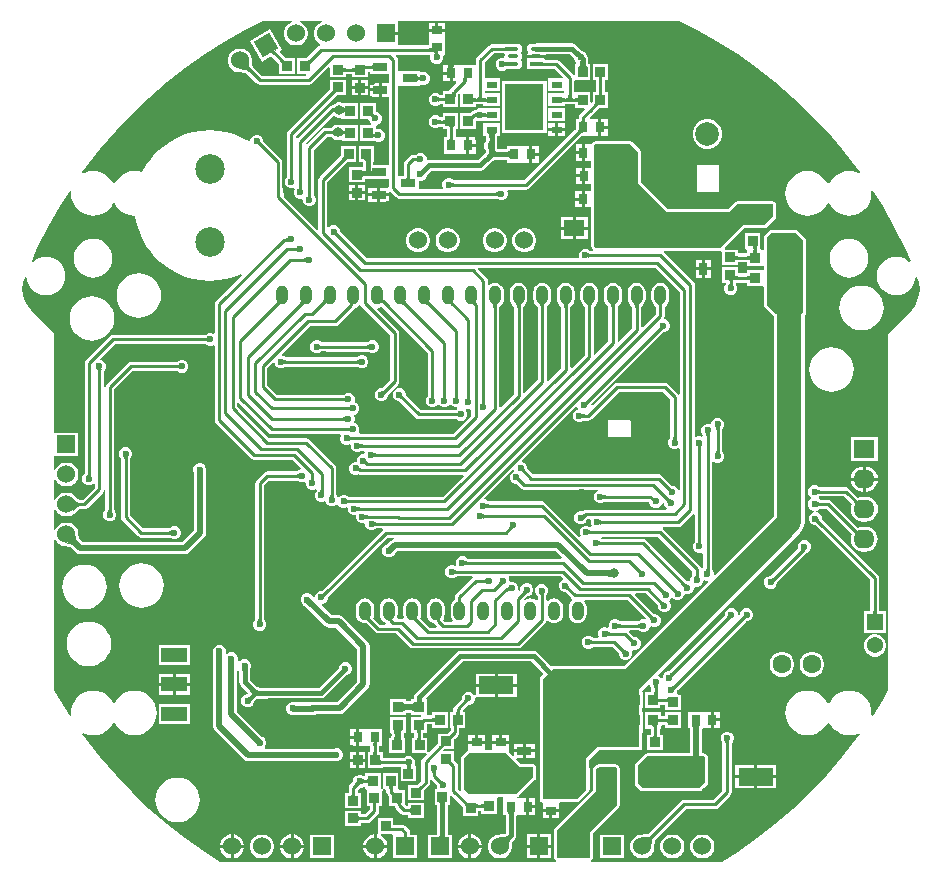
<source format=gtl>
G04*
G04 #@! TF.GenerationSoftware,Altium Limited,Altium Designer,22.0.2 (36)*
G04*
G04 Layer_Physical_Order=1*
G04 Layer_Color=255*
%FSTAX25Y25*%
%MOIN*%
G70*
G04*
G04 #@! TF.SameCoordinates,0D831988-8BE3-4B2D-80CC-02C8544F8A67*
G04*
G04*
G04 #@! TF.FilePolarity,Positive*
G04*
G01*
G75*
%ADD11C,0.01000*%
%ADD19R,0.03200X0.03200*%
%ADD20R,0.12992X0.15354*%
%ADD21R,0.03543X0.02362*%
%ADD22R,0.04921X0.02756*%
%ADD23R,0.03543X0.03150*%
%ADD24O,0.03937X0.01378*%
%ADD25R,0.03937X0.01378*%
%ADD26R,0.03150X0.03543*%
%ADD27R,0.07087X0.05315*%
%ADD28R,0.02953X0.03937*%
%ADD29R,0.03200X0.03200*%
%ADD30R,0.04920X0.02760*%
%ADD31R,0.11811X0.05906*%
%ADD61R,0.03402X0.03175*%
%ADD62R,0.03175X0.03402*%
%ADD63R,0.04459X0.05421*%
%ADD64C,0.00900*%
%ADD65C,0.01500*%
%ADD66C,0.02000*%
%ADD67C,0.08000*%
%ADD68C,0.01575*%
%ADD69C,0.01968*%
%ADD70R,0.06000X0.06000*%
%ADD71C,0.06000*%
%ADD72R,0.08590X0.04770*%
%ADD73R,0.06000X0.06000*%
%ADD74R,0.07087X0.06299*%
%ADD75O,0.07087X0.06299*%
%ADD76R,0.05400X0.05400*%
%ADD77C,0.05400*%
%ADD78C,0.09843*%
%ADD79O,0.03937X0.06299*%
%ADD80C,0.07874*%
%ADD81C,0.06299*%
%ADD82P,0.08485X4X255.0*%
%ADD83C,0.02362*%
%ADD84C,0.03150*%
G36*
X011874Y0188937D02*
X011873Y0188949D01*
X01187Y018896D01*
X011865Y0188969D01*
X011858Y0188977D01*
X011838Y018899D01*
X011774Y0189D01*
Y019D01*
X011793Y0190005D01*
X01181Y019002D01*
X011825Y0190045D01*
X011838Y019008D01*
X011849Y0190125D01*
X011858Y019018D01*
X011865Y0190245D01*
X01187Y019032D01*
X011873Y0190405D01*
X011874Y01905D01*
Y0188937D01*
D02*
G37*
G36*
X0121166Y0188939D02*
X0121081Y0188909D01*
X0121006Y0188858D01*
X0120941Y0188787D01*
X0120886Y0188696D01*
X0120841Y0188585D01*
X0120809Y0188467D01*
X0120821Y0188422D01*
X0120855Y0188332D01*
X0120897Y0188249D01*
X0120946Y0188174D01*
X0121003Y0188106D01*
X0121067Y0188046D01*
X0121139Y0187994D01*
X0119519Y0187658D01*
X0119565Y0187733D01*
X0119606Y0187812D01*
X0119642Y0187897D01*
X0119674Y0187986D01*
X01197Y0188081D01*
X0119722Y018818D01*
X0119739Y0188285D01*
X011974Y0188303D01*
X0119716Y0188453D01*
X0119681Y0188585D01*
X0119636Y0188696D01*
X0119581Y0188787D01*
X0119516Y0188858D01*
X0119441Y0188909D01*
X0119356Y0188939D01*
X0119261Y0188949D01*
X0121261D01*
X0121166Y0188939D01*
D02*
G37*
G36*
X016798Y0188582D02*
X0168389Y0188225D01*
X016843Y01882D01*
X0168463Y0188186D01*
X0168488Y0188181D01*
X0167319Y0187012D01*
X0167314Y0187037D01*
X0167299Y018707D01*
X0167275Y0187111D01*
X016724Y018716D01*
X0167141Y0187281D01*
X0167002Y0187433D01*
X0166823Y0187616D01*
X0167884Y0188677D01*
X016798Y0188582D01*
D02*
G37*
G36*
X0078696Y0185775D02*
X0078501Y0185574D01*
X0078195Y0185211D01*
X0078082Y018505D01*
X0077996Y0184902D01*
X0077938Y0184767D01*
X0077907Y0184646D01*
X0077903Y0184537D01*
X0077926Y0184442D01*
X0077976Y0184361D01*
X0076688Y0185876D01*
X0076759Y0185816D01*
X0076846Y0185785D01*
X0076949Y0185783D01*
X0077067Y0185811D01*
X0077201Y0185868D01*
X007735Y0185955D01*
X0077515Y0186071D01*
X0077695Y0186216D01*
X0078102Y0186595D01*
X0078696Y0185775D01*
D02*
G37*
G36*
X0155371Y018544D02*
X0155401Y0185409D01*
X0155451Y0185383D01*
X0155521Y018536D01*
X0155611Y018534D01*
X0155721Y0185325D01*
X0156001Y0185303D01*
X0156361Y0185296D01*
Y0184296D01*
X0156171Y0184294D01*
X0155611Y0184252D01*
X0155521Y0184232D01*
X0155451Y018421D01*
X0155401Y0184183D01*
X0155371Y0184153D01*
X0155361Y0184119D01*
Y0185473D01*
X0155371Y018544D01*
D02*
G37*
G36*
X0169802Y018549D02*
X0169837D01*
X0169845Y0185202D01*
X0169867Y0184945D01*
X0169905Y0184719D01*
X0169957Y0184522D01*
X0170025Y0184356D01*
X0170107Y018422D01*
X0170205Y0184114D01*
X0170317Y0184038D01*
X0170445Y0183993D01*
X0170587Y0183978D01*
X0167587D01*
X016773Y0183993D01*
X0167857Y0184038D01*
X016797Y0184114D01*
X0168067Y018422D01*
X016815Y0184356D01*
X0168217Y0184522D01*
X016827Y0184719D01*
X0168307Y0184945D01*
X016833Y0185202D01*
X0168332Y0185308D01*
X0168315Y0185575D01*
X0168303Y0185656D01*
X0168288Y0185722D01*
X0168271Y0185776D01*
X0168251Y0185816D01*
X0168228Y0185843D01*
X0168202Y0185857D01*
X0169622Y018663D01*
X0169802Y018549D01*
D02*
G37*
G36*
X0099142Y018274D02*
X0099132Y0182835D01*
X0099102Y018292D01*
X0099051Y0182995D01*
X009898Y018306D01*
X0098889Y0183115D01*
X0098778Y018316D01*
X0098646Y0183195D01*
X0098494Y018322D01*
X0098322Y0183235D01*
X009813Y018324D01*
Y018424D01*
X0098322Y0184245D01*
X0098494Y018426D01*
X0098646Y0184285D01*
X0098778Y018432D01*
X0098889Y0184365D01*
X009898Y018442D01*
X0099051Y0184485D01*
X0099102Y018456D01*
X0099132Y0184645D01*
X0099142Y018474D01*
Y018274D01*
D02*
G37*
G36*
X00965Y0184441D02*
X009653Y0184399D01*
X009658Y0184362D01*
X009665Y0184329D01*
X009674Y0184302D01*
X009685Y018428D01*
X009698Y0184263D01*
X00973Y0184243D01*
X009749Y018424D01*
Y018324D01*
X0097298Y0183235D01*
X0097126Y018322D01*
X0096975Y0183195D01*
X0096844Y018316D01*
X0096732Y0183115D01*
X0096641Y018306D01*
X009657Y0182995D01*
X0096519Y018292D01*
X0096488Y0182835D01*
X0096478Y018274D01*
X009649Y0184488D01*
X00965Y0184441D01*
D02*
G37*
G36*
X0057843Y0185537D02*
X0057895Y0184761D01*
X0057944Y0184418D01*
X0058008Y0184105D01*
X0058087Y0183821D01*
X0058182Y0183568D01*
X0058292Y0183345D01*
X0058417Y0183152D01*
X0058558Y0182989D01*
X0057851Y0182282D01*
X0057687Y0182422D01*
X0057494Y0182548D01*
X0057271Y0182658D01*
X0057018Y0182752D01*
X0056735Y0182832D01*
X0056422Y0182896D01*
X0056079Y0182945D01*
X0055303Y0182997D01*
X005487Y0183D01*
X005784Y018597D01*
X0057843Y0185537D01*
D02*
G37*
G36*
X0093112Y0181913D02*
X0093102Y0182008D01*
X0093072Y0182093D01*
X0093022Y0182168D01*
X0092952Y0182233D01*
X0092862Y0182288D01*
X0092752Y0182333D01*
X0092622Y0182368D01*
X0092472Y0182393D01*
X0092302Y0182408D01*
X0092112Y0182413D01*
Y0183413D01*
X0092302Y0183418D01*
X0092472Y0183433D01*
X0092622Y0183458D01*
X0092752Y0183493D01*
X0092862Y0183538D01*
X0092952Y0183593D01*
X0093022Y0183658D01*
X0093072Y0183733D01*
X0093102Y0183818D01*
X0093112Y0183913D01*
Y0181913D01*
D02*
G37*
G36*
X0089199Y0183818D02*
X0089229Y0183733D01*
X0089279Y0183658D01*
X0089349Y0183593D01*
X0089439Y0183538D01*
X0089549Y0183493D01*
X0089679Y0183458D01*
X0089829Y0183433D01*
X0089999Y0183418D01*
X0090189Y0183413D01*
Y0182413D01*
X0089999Y0182408D01*
X0089829Y0182393D01*
X0089679Y0182368D01*
X0089549Y0182333D01*
X0089439Y0182288D01*
X0089349Y0182233D01*
X0089279Y0182168D01*
X0089229Y0182093D01*
X0089199Y0182008D01*
X0089189Y0181913D01*
Y0183913D01*
X0089199Y0183818D01*
D02*
G37*
G36*
X0207281Y0196165D02*
X0214111Y0192296D01*
X0220743Y0188096D01*
X0227161Y0183576D01*
X0233349Y0178747D01*
X0239293Y0173619D01*
X0244978Y0168207D01*
X0250391Y0162521D01*
X0255518Y0156577D01*
X0260348Y0150389D01*
X0261514Y0148733D01*
X0261174Y0148348D01*
X0260716Y0148593D01*
X0259323Y0149015D01*
X0257874Y0149158D01*
X0256425Y0149015D01*
X0255032Y0148593D01*
X0253749Y0147906D01*
X0252623Y0146983D01*
X02517Y0145858D01*
X0251268Y0145049D01*
X0250701D01*
X0250269Y0145858D01*
X0249345Y0146983D01*
X024822Y0147906D01*
X0246936Y0148593D01*
X0245543Y0149015D01*
X0244094Y0149158D01*
X0242646Y0149015D01*
X0241253Y0148593D01*
X0239969Y0147906D01*
X0238844Y0146983D01*
X023792Y0145858D01*
X0237234Y0144574D01*
X0236812Y0143181D01*
X0236669Y0141732D01*
X0236812Y0140284D01*
X0237234Y0138891D01*
X023792Y0137607D01*
X0238844Y0136482D01*
X0239969Y0135558D01*
X0241253Y0134872D01*
X0242646Y0134449D01*
X0244094Y0134307D01*
X0245543Y0134449D01*
X0246936Y0134872D01*
X024822Y0135558D01*
X0249345Y0136482D01*
X0250269Y0137607D01*
X0250701Y0138416D01*
X0251268D01*
X02517Y0137607D01*
X0252623Y0136482D01*
X0253749Y0135558D01*
X0255032Y0134872D01*
X0256425Y0134449D01*
X0257874Y0134307D01*
X0259323Y0134449D01*
X0260716Y0134872D01*
X0261999Y0135558D01*
X0263125Y0136482D01*
X0264048Y0137607D01*
X0264734Y0138891D01*
X0265157Y0140284D01*
X02653Y0141732D01*
X0265227Y0142469D01*
X0265713Y0142637D01*
X0269067Y0137339D01*
X0272937Y0130509D01*
X0276466Y0123497D01*
X0278364Y0119214D01*
X0277955Y0118903D01*
X0277198Y0119525D01*
X0276085Y012012D01*
X0274878Y0120486D01*
X0273622Y012061D01*
X0272366Y0120486D01*
X0271159Y012012D01*
X0270046Y0119525D01*
X0269071Y0118725D01*
X026827Y0117749D01*
X0267675Y0116636D01*
X0267309Y0115429D01*
X0267186Y0114173D01*
X0267309Y0112917D01*
X0267675Y011171D01*
X026827Y0110597D01*
X0269071Y0109622D01*
X0270046Y0108821D01*
X0271159Y0108227D01*
X0272366Y010786D01*
X0273622Y0107737D01*
X0274878Y010786D01*
X0276085Y0108227D01*
X0277198Y0108821D01*
X0278173Y0109622D01*
X0278974Y0110597D01*
X0279569Y011171D01*
X0279935Y0112917D01*
X0280005Y0113629D01*
X0280525Y0113804D01*
X0280685Y0113631D01*
X0280857Y0113166D01*
X0281246Y0111883D01*
X0281444Y0109869D01*
X0281246Y0107854D01*
X0280658Y0105917D01*
X0279704Y0104132D01*
X0278733Y0102949D01*
X0278399Y0102587D01*
X0278048Y0102236D01*
X0271371Y0095559D01*
X0271043Y0095068D01*
X0270928Y0094489D01*
X0270928Y0094489D01*
Y-0023819D01*
X0269067Y-0027103D01*
X0265713Y-00324D01*
X0265227Y-0032233D01*
X02653Y-0031496D01*
X0265157Y-0030047D01*
X0264734Y-0028655D01*
X0264048Y-0027371D01*
X0263125Y-0026245D01*
X0261999Y-0025322D01*
X0260716Y-0024636D01*
X0259323Y-0024213D01*
X0257874Y-0024071D01*
X0256425Y-0024213D01*
X0255032Y-0024636D01*
X0253749Y-0025322D01*
X0252623Y-0026245D01*
X02517Y-0027371D01*
X0251268Y-0028179D01*
X0250701D01*
X0250269Y-0027371D01*
X0249345Y-0026245D01*
X024822Y-0025322D01*
X0246936Y-0024636D01*
X0245543Y-0024213D01*
X0244094Y-0024071D01*
X0242646Y-0024213D01*
X0241253Y-0024636D01*
X0239969Y-0025322D01*
X0238844Y-0026245D01*
X023792Y-0027371D01*
X0237234Y-0028655D01*
X0236812Y-0030047D01*
X0236669Y-0031496D01*
X0236812Y-0032945D01*
X0237234Y-0034338D01*
X023792Y-0035622D01*
X0238844Y-0036747D01*
X0239969Y-003767D01*
X0241253Y-0038356D01*
X0242646Y-0038779D01*
X0244094Y-0038922D01*
X0245543Y-0038779D01*
X0246936Y-0038356D01*
X024822Y-003767D01*
X0249345Y-0036747D01*
X0250269Y-0035622D01*
X0250701Y-0034813D01*
X0251268D01*
X02517Y-0035622D01*
X0252623Y-0036747D01*
X0253749Y-003767D01*
X0255032Y-0038356D01*
X0256425Y-0038779D01*
X0257874Y-0038922D01*
X0259323Y-0038779D01*
X0260716Y-0038356D01*
X0261174Y-0038111D01*
X0261514Y-0038496D01*
X0260348Y-0040153D01*
X0255518Y-0046341D01*
X0250391Y-0052285D01*
X0244978Y-005797D01*
X0239293Y-0063383D01*
X0233349Y-006851D01*
X0227161Y-007334D01*
X0220743Y-007786D01*
X0215525Y-0081164D01*
X0171962D01*
X0171953Y-0081142D01*
X0171879Y-0080664D01*
X017211Y-008051D01*
X0172327Y-0080184D01*
X0172404Y-00798D01*
Y-0071516D01*
X018111Y-006281D01*
X0181327Y-0062484D01*
X0181404Y-00621D01*
Y-00499D01*
X0181327Y-0049516D01*
X018111Y-004919D01*
X018061Y-004869D01*
X0180284Y-0048473D01*
X01799Y-0048397D01*
X0175D01*
X0174999Y-0048397D01*
X0174997Y-0048397D01*
X0174808Y-0048435D01*
X0174616Y-0048473D01*
X0174615Y-0048474D01*
X0174614Y-0048474D01*
X0173655Y-0048874D01*
X0173494Y-0048982D01*
X0173332Y-004909D01*
X017279Y-0049632D01*
X0172573Y-0049957D01*
X0172496Y-0050341D01*
Y-0057284D01*
X016149Y-006829D01*
X016149Y-006829D01*
X015979Y-006999D01*
X0159573Y-0070316D01*
X0159496Y-00707D01*
Y-00795D01*
X0159573Y-0079884D01*
X015979Y-008021D01*
X016009Y-008051D01*
X0160321Y-0080664D01*
X0160247Y-0081142D01*
X0160238Y-0081164D01*
X0048254D01*
X0043037Y-007786D01*
X0036619Y-007334D01*
X003043Y-006851D01*
X0024487Y-0063383D01*
X0018801Y-005797D01*
X0013388Y-0052285D01*
X0008261Y-0046341D01*
X0003432Y-0040153D01*
X0002265Y-0038496D01*
X0002606Y-0038111D01*
X0003064Y-0038356D01*
X0004457Y-0038779D01*
X0005906Y-0038922D01*
X0007354Y-0038779D01*
X0008747Y-0038356D01*
X0010031Y-003767D01*
X0011156Y-0036747D01*
X001208Y-0035622D01*
X0012512Y-0034813D01*
X0013079D01*
X0013511Y-0035622D01*
X0014434Y-0036747D01*
X001556Y-003767D01*
X0016843Y-0038356D01*
X0018236Y-0038779D01*
X0019685Y-0038922D01*
X0021134Y-0038779D01*
X0022527Y-0038356D01*
X002381Y-003767D01*
X0024936Y-0036747D01*
X0025859Y-0035622D01*
X0026545Y-0034338D01*
X0026968Y-0032945D01*
X0027111Y-0031496D01*
X0026968Y-0030047D01*
X0026545Y-0028655D01*
X0025859Y-0027371D01*
X0024936Y-0026245D01*
X002381Y-0025322D01*
X0022527Y-0024636D01*
X0021134Y-0024213D01*
X0019685Y-0024071D01*
X0018236Y-0024213D01*
X0016843Y-0024636D01*
X001556Y-0025322D01*
X0014434Y-0026245D01*
X0013511Y-0027371D01*
X0013079Y-0028179D01*
X0012512D01*
X001208Y-0027371D01*
X0011156Y-0026245D01*
X0010031Y-0025322D01*
X0008747Y-0024636D01*
X0007354Y-0024213D01*
X0005906Y-0024071D01*
X0004457Y-0024213D01*
X0003064Y-0024636D01*
X000178Y-0025322D01*
X0000655Y-0026245D01*
X-0000269Y-0027371D01*
X-0000955Y-0028655D01*
X-0001377Y-0030047D01*
X-000152Y-0031496D01*
X-0001447Y-0032233D01*
X-0001933Y-00324D01*
X-0005288Y-0027103D01*
X-0007148Y-0023819D01*
Y002623D01*
X-0006648Y002635D01*
X-0006188Y0025554D01*
X-0005446Y0024812D01*
X-0004538Y0024287D01*
X-0003525Y0024016D01*
X-0003078D01*
X-0002993Y0023997D01*
X-0002726Y0023991D01*
X-0002506Y002397D01*
X-0002301Y0023935D01*
X-0002109Y0023887D01*
X-0001928Y0023826D01*
X-0001758Y0023752D01*
X-0001596Y0023664D01*
X-000144Y0023562D01*
X-0001362Y0023501D01*
X0000047Y0022091D01*
X0000704Y0021653D01*
X0001478Y0021499D01*
X0036492D01*
X0037266Y0021653D01*
X0037922Y0022091D01*
X0042931Y0027099D01*
X0043369Y0027756D01*
X0043523Y002853D01*
Y0048726D01*
X0043665Y0049069D01*
Y0049931D01*
X0043336Y0050727D01*
X0042727Y0051336D01*
X0041931Y0051665D01*
X0041069D01*
X0040273Y0051336D01*
X0039664Y0050727D01*
X0039335Y0049931D01*
Y0049069D01*
X0039477Y0048726D01*
Y0029368D01*
X0035654Y0025545D01*
X0002316D01*
X00015Y0026362D01*
X0001438Y002644D01*
X0001336Y0026596D01*
X0001248Y0026758D01*
X0001174Y0026928D01*
X0001113Y0027109D01*
X0001065Y0027301D01*
X000103Y0027506D01*
X0001009Y0027726D01*
X0001003Y0027993D01*
X0000984Y0028078D01*
Y0028525D01*
X0000713Y0029538D01*
X0000188Y0030446D01*
X-0000554Y0031188D01*
X-0001462Y0031713D01*
X-0002475Y0031984D01*
X-0003525D01*
X-0004538Y0031713D01*
X-0005446Y0031188D01*
X-0006188Y0030446D01*
X-0006648Y002965D01*
X-0007148Y002977D01*
Y003623D01*
X-0006648Y003635D01*
X-0006188Y0035554D01*
X-0005446Y0034812D01*
X-0004538Y0034287D01*
X-0003525Y0034016D01*
X-0002475D01*
X-0001462Y0034287D01*
X-0000554Y0034812D01*
X-0000232Y0035133D01*
X-0000153Y0035185D01*
X0000134Y0035468D01*
X0000669Y0035936D01*
X0000892Y0036103D01*
X0001103Y0036243D01*
X0001291Y0036348D01*
X0001453Y0036422D01*
X0001585Y0036467D01*
X0001678Y0036487D01*
X0003D01*
X0003Y0036487D01*
X0003579Y0036602D01*
X000407Y003693D01*
X000907Y004193D01*
X000907Y004193D01*
X0009398Y0042421D01*
X0009487Y0042866D01*
X0009987Y0042817D01*
Y0036141D01*
X0009984Y0036121D01*
X0009977Y003609D01*
X000997Y0036069D01*
X0009966Y0036058D01*
X0009964Y0036055D01*
X0009937Y0036026D01*
X0009895Y0035958D01*
X0009664Y0035727D01*
X0009335Y0034931D01*
Y0034069D01*
X0009664Y0033273D01*
X0010273Y0032664D01*
X0011069Y0032335D01*
X0011931D01*
X0012727Y0032664D01*
X0013336Y0033273D01*
X0013665Y0034069D01*
Y0034931D01*
X0013336Y0035727D01*
X0013105Y0035958D01*
X0013063Y0036026D01*
X0013036Y0036055D01*
X0013034Y0036058D01*
X001303Y0036069D01*
X0013023Y003609D01*
X0013016Y0036121D01*
X0013013Y0036141D01*
Y0076373D01*
X0019127Y0082487D01*
X0033858D01*
X0033879Y0082484D01*
X003391Y0082477D01*
X0033931Y008247D01*
X0033942Y0082466D01*
X0033945Y0082464D01*
X0033974Y0082437D01*
X0034042Y0082395D01*
X0034273Y0082164D01*
X0035069Y0081835D01*
X0035931D01*
X0036727Y0082164D01*
X0037336Y0082773D01*
X0037665Y0083569D01*
Y0084431D01*
X0037336Y0085227D01*
X0036727Y0085836D01*
X0035931Y0086165D01*
X0035069D01*
X0034273Y0085836D01*
X0034042Y0085605D01*
X0033974Y0085563D01*
X0033945Y0085536D01*
X0033942Y0085534D01*
X0033931Y008553D01*
X003391Y0085523D01*
X0033879Y0085517D01*
X0033858Y0085513D01*
X00185D01*
X0017921Y0085398D01*
X001743Y008507D01*
X001743Y008507D01*
X001043Y007807D01*
X0010102Y0077579D01*
X0010013Y0077134D01*
X0009513Y0077183D01*
Y0082358D01*
X0009516Y0082379D01*
X0009523Y008241D01*
X000953Y0082431D01*
X0009534Y0082442D01*
X0009536Y0082445D01*
X0009563Y0082474D01*
X0009605Y0082542D01*
X0009836Y0082773D01*
X0010165Y0083569D01*
Y0084431D01*
X0009836Y0085227D01*
X0009227Y0085836D01*
X0008431Y0086165D01*
X0008387D01*
X0008195Y0086627D01*
X0013106Y0091538D01*
X0043302D01*
X004332Y0091535D01*
X0043345Y0091528D01*
X0043364Y0091521D01*
X004338Y0091514D01*
X0043395Y0091506D01*
X0043408Y0091497D01*
X0043423Y0091486D01*
X0043469Y0091443D01*
X004354Y0091398D01*
X0043773Y0091164D01*
X0044569Y0090835D01*
X0045431D01*
X0045987Y0091065D01*
X0046487Y0090771D01*
Y0066D01*
X0046487Y0066D01*
X0046602Y0065421D01*
X004693Y006493D01*
X005843Y005343D01*
X005843Y005343D01*
X0058921Y0053102D01*
X00595Y0052987D01*
X00595Y0052987D01*
X0072373D01*
X0075232Y0050127D01*
X0075011Y0049641D01*
X0074273Y0049336D01*
X0074042Y0049105D01*
X0073975Y0049063D01*
X0073945Y0049036D01*
X0073942Y0049034D01*
X0073931Y004903D01*
X007391Y0049023D01*
X0073879Y0049016D01*
X0073858Y0049013D01*
X0064D01*
X0063421Y0048898D01*
X006293Y004857D01*
X006293Y004857D01*
X006043Y004607D01*
X0060102Y0045579D01*
X0059987Y0045D01*
X0059987Y0045D01*
Y-0000359D01*
X0059983Y-0000379D01*
X0059977Y-000041D01*
X005997Y-0000431D01*
X0059966Y-0000442D01*
X0059964Y-0000445D01*
X0059937Y-0000475D01*
X0059895Y-0000542D01*
X0059664Y-0000773D01*
X0059335Y-0001569D01*
Y-0002431D01*
X0059664Y-0003227D01*
X0060273Y-0003836D01*
X0061069Y-0004165D01*
X0061931D01*
X0062727Y-0003836D01*
X0063336Y-0003227D01*
X0063665Y-0002431D01*
Y-0001569D01*
X0063336Y-0000773D01*
X0063105Y-0000542D01*
X0063063Y-0000475D01*
X0063036Y-0000445D01*
X0063034Y-0000442D01*
X006303Y-0000431D01*
X0063023Y-000041D01*
X0063016Y-0000379D01*
X0063013Y-0000359D01*
Y0044373D01*
X0064627Y0045987D01*
X0073858D01*
X0073879Y0045983D01*
X007391Y0045977D01*
X0073931Y004597D01*
X0073942Y0045966D01*
X0073945Y0045964D01*
X0073975Y0045937D01*
X0074042Y0045895D01*
X0074273Y0045664D01*
X0075069Y0045335D01*
X0075931D01*
X007637Y0045517D01*
X0076835Y0045168D01*
Y0044569D01*
X0077164Y0043773D01*
X0077773Y0043164D01*
X0078569Y0042835D01*
X0079431D01*
X0079831Y0043001D01*
X0080396Y0042715D01*
X0080441Y0042503D01*
X0080164Y0042227D01*
X0079835Y0041431D01*
Y0040569D01*
X0080164Y0039773D01*
X0080773Y0039164D01*
X0081569Y0038835D01*
X0082431D01*
X0082859Y0039012D01*
X0083286Y0039063D01*
X0083462Y0038762D01*
X0083664Y0038273D01*
X0084273Y0037664D01*
X0085069Y0037335D01*
X0085931D01*
X0086727Y0037664D01*
X0087039Y0037977D01*
X0087629Y0037859D01*
X0087664Y0037773D01*
X0088273Y0037164D01*
X0089069Y0036835D01*
X0089931D01*
X009037Y0037017D01*
X0090835Y0036668D01*
Y0036069D01*
X0091164Y0035273D01*
X0091773Y0034664D01*
X0092569Y0034335D01*
X0092973D01*
X0093431Y0034331D01*
X0093435Y0033873D01*
Y0033469D01*
X0093764Y0032673D01*
X0094373Y0032064D01*
X0095169Y0031735D01*
X0096031D01*
X0096035Y0031736D01*
X0096535Y0031402D01*
Y0031069D01*
X0096864Y0030273D01*
X0097473Y0029664D01*
X0098269Y0029335D01*
X0099131D01*
X0099927Y0029664D01*
X0100161Y0029898D01*
X0100231Y0029943D01*
X0100277Y0029986D01*
X0100292Y0029997D01*
X0100305Y0030007D01*
X010032Y0030014D01*
X0100336Y0030021D01*
X0100355Y0030028D01*
X010038Y0030035D01*
X0100398Y0030038D01*
X010223D01*
X0102385Y0029675D01*
X0102398Y0029538D01*
X0082091Y0009231D01*
X0082074Y0009218D01*
X0082047Y0009201D01*
X0082028Y0009191D01*
X0082016Y0009186D01*
X0082014Y0009185D01*
X0081974Y0009184D01*
X0081896Y0009165D01*
X0081569D01*
X0080773Y0008836D01*
X0080164Y0008227D01*
X0079835Y0007431D01*
Y0007234D01*
X0079335Y0007027D01*
X0079178Y0007183D01*
X0079036Y0007527D01*
X0078427Y0008136D01*
X0077631Y0008465D01*
X0076769D01*
X0075973Y0008136D01*
X0075364Y0007527D01*
X0075035Y0006731D01*
Y0005869D01*
X0075364Y0005073D01*
X0075973Y0004464D01*
X0076317Y0004322D01*
X0083069Y-0002431D01*
X0083726Y-0002869D01*
X00845Y-0003023D01*
X0086943D01*
X0093977Y-0010057D01*
Y-0021164D01*
X0087258Y-0027882D01*
X008018D01*
X0079836Y-002774D01*
X0078975D01*
X007835Y-0027999D01*
X0073327D01*
X0072931Y-0027835D01*
X0072069D01*
X0071273Y-0028164D01*
X0070664Y-0028773D01*
X0070335Y-0029569D01*
Y-0030431D01*
X0070664Y-0031227D01*
X0071273Y-0031836D01*
X0072069Y-0032165D01*
X0072931D01*
X0073221Y-0032045D01*
X0078913D01*
X0078975Y-0032071D01*
X0079836D01*
X008018Y-0031929D01*
X0088096D01*
X0088871Y-0031775D01*
X0089527Y-0031336D01*
X0097431Y-0023432D01*
X0097869Y-0022776D01*
X0098023Y-0022002D01*
Y-0009219D01*
X0097869Y-0008444D01*
X0097431Y-0007788D01*
X0089212Y0000431D01*
X0088556Y0000869D01*
X0087781Y0001023D01*
X0085338D01*
X0082026Y0004335D01*
X0082234Y0004835D01*
X0082431D01*
X0083227Y0005164D01*
X0083836Y0005773D01*
X0084165Y0006569D01*
Y0006896D01*
X0084184Y0006974D01*
X0084185Y0007014D01*
X0084186Y0007017D01*
X0084191Y0007028D01*
X0084201Y0007047D01*
X0084218Y0007074D01*
X0084231Y0007091D01*
X0104127Y0026987D01*
X0106267D01*
X0106317Y0026487D01*
X0105726Y0026369D01*
X0105069Y0025931D01*
X0103617Y0024478D01*
X0103273Y0024336D01*
X0102664Y0023727D01*
X0102335Y0022931D01*
Y0022069D01*
X0102664Y0021273D01*
X0103273Y0020664D01*
X0104069Y0020335D01*
X0104931D01*
X0105727Y0020664D01*
X0106336Y0021273D01*
X0106478Y0021617D01*
X0107338Y0022477D01*
X0160162D01*
X0162177Y0020462D01*
X0161969Y0019962D01*
X0130698D01*
X013068Y0019965D01*
X0130655Y0019972D01*
X0130636Y0019979D01*
X013062Y0019986D01*
X0130605Y0019994D01*
X0130592Y0020003D01*
X0130577Y0020014D01*
X0130531Y0020057D01*
X0130461Y0020102D01*
X0130227Y0020336D01*
X0129431Y0020665D01*
X0128569D01*
X0127773Y0020336D01*
X0127164Y0019727D01*
X0126835Y0018931D01*
Y0018069D01*
X0126968Y0017748D01*
X0126571Y00174D01*
X0125931Y0017665D01*
X0125069D01*
X0124273Y0017336D01*
X0123664Y0016727D01*
X0123335Y0015931D01*
Y0015069D01*
X0123664Y0014273D01*
X0124273Y0013664D01*
X0125069Y0013335D01*
X0125931D01*
X0126727Y0013664D01*
X0126961Y0013898D01*
X0127031Y0013942D01*
X0127077Y0013986D01*
X0127092Y0013997D01*
X0127105Y0014006D01*
X012712Y0014014D01*
X0127136Y0014021D01*
X0127155Y0014028D01*
X012718Y0014035D01*
X0127198Y0014038D01*
X013232D01*
X0132471Y0013538D01*
X0132466Y0013534D01*
X0126981Y0008049D01*
X0126664Y0007575D01*
X0126553Y0007015D01*
Y0006353D01*
X0126526Y0006342D01*
X0125909Y0005869D01*
X0125436Y0005252D01*
X0125138Y0004534D01*
X0125037Y0003763D01*
Y0001401D01*
X0125138Y000063D01*
X0125436Y-0000088D01*
X012578Y-0000538D01*
X0125561Y-0001038D01*
X0123106D01*
X0122475Y-0000407D01*
X012272Y-0000088D01*
X0123018Y000063D01*
X0123119Y0001401D01*
Y0003763D01*
X0123018Y0004534D01*
X012272Y0005252D01*
X0122247Y0005869D01*
X012163Y0006342D01*
X0120912Y000664D01*
X0120141Y0006741D01*
X011937Y000664D01*
X0118652Y0006342D01*
X0118035Y0005869D01*
X0117562Y0005252D01*
X0117264Y0004534D01*
X0117163Y0003763D01*
Y0001401D01*
X0117264Y000063D01*
X0117562Y-0000088D01*
X0118035Y-0000705D01*
X0118652Y-0001178D01*
X011937Y-0001476D01*
X0119513Y-0001495D01*
X0119688Y-0001756D01*
X0120508Y-0002576D01*
X0120316Y-0003038D01*
X0118106D01*
X0114937Y0000131D01*
X0115144Y000063D01*
X0115245Y0001401D01*
Y0003763D01*
X0115144Y0004534D01*
X0114846Y0005252D01*
X0114373Y0005869D01*
X0113756Y0006342D01*
X0113038Y000664D01*
X0112267Y0006741D01*
X0111496Y000664D01*
X0110778Y0006342D01*
X0110161Y0005869D01*
X0109688Y0005252D01*
X010939Y0004534D01*
X0109289Y0003763D01*
Y0001401D01*
X010939Y000063D01*
X0109496Y0000373D01*
X0109137Y-0000065D01*
X0109Y-0000038D01*
X0107443D01*
X0107165Y0000378D01*
X010727Y000063D01*
X0107371Y0001401D01*
Y0003763D01*
X010727Y0004534D01*
X0106972Y0005252D01*
X0106499Y0005869D01*
X0105882Y0006342D01*
X0105164Y000664D01*
X0104393Y0006741D01*
X0103622Y000664D01*
X0102904Y0006342D01*
X0102287Y0005869D01*
X0101814Y0005252D01*
X0101516Y0004534D01*
X0101415Y0003763D01*
Y0001401D01*
X0101516Y000063D01*
X0101814Y-0000088D01*
X0102287Y-0000705D01*
X0102904Y-0001178D01*
X0103516Y-0001432D01*
X0103578Y-0001629D01*
X0103278Y-0002038D01*
X0101606D01*
X0099262Y0000306D01*
X0099396Y000063D01*
X0099497Y0001401D01*
Y0003763D01*
X0099396Y0004534D01*
X0099098Y0005252D01*
X0098625Y0005869D01*
X0098008Y0006342D01*
X009729Y000664D01*
X0096519Y0006741D01*
X0095748Y000664D01*
X009503Y0006342D01*
X0094413Y0005869D01*
X009394Y0005252D01*
X0093642Y0004534D01*
X0093541Y0003763D01*
Y0001401D01*
X0093642Y000063D01*
X009394Y-0000088D01*
X0094413Y-0000705D01*
X009503Y-0001178D01*
X0095748Y-0001476D01*
X0096519Y-0001577D01*
X0096934Y-0001523D01*
X0097047Y-0001615D01*
X0099966Y-0004534D01*
X010044Y-0004851D01*
X0101Y-0004962D01*
X0101Y-0004962D01*
X0106894D01*
X0111466Y-0009534D01*
X011194Y-0009851D01*
X01125Y-0009962D01*
X01475D01*
X014806Y-0009851D01*
X0148534Y-0009534D01*
X0156534Y-0001534D01*
X0156851Y-000106D01*
X0156891Y-0000857D01*
X0157405Y-0000705D01*
X0158022Y-0001178D01*
X015874Y-0001476D01*
X0159511Y-0001577D01*
X0160282Y-0001476D01*
X0161Y-0001178D01*
X0161617Y-0000705D01*
X016209Y-0000088D01*
X0162388Y000063D01*
X0162489Y0001401D01*
Y0003763D01*
X0162388Y0004534D01*
X016209Y0005252D01*
X0161617Y0005869D01*
X0161Y0006342D01*
X0160282Y000664D01*
X0159511Y0006741D01*
X015874Y000664D01*
X0158022Y0006342D01*
X0157462Y0005913D01*
X0156962Y0006026D01*
Y0007661D01*
X0156966Y0007686D01*
X0156974Y000772D01*
X0156984Y000775D01*
X0156994Y0007777D01*
X0157006Y0007802D01*
X015702Y0007826D01*
X0157036Y000785D01*
X0157079Y0007903D01*
X0157094Y0007932D01*
X0157236Y0008073D01*
X0157565Y0008869D01*
Y0009731D01*
X0157236Y0010527D01*
X0156627Y0011136D01*
X0155831Y0011465D01*
X0154969D01*
X0154173Y0011136D01*
X0153564Y0010527D01*
X0153235Y0009731D01*
Y0008869D01*
X0153564Y0008073D01*
X0153922Y0007715D01*
X0153975Y0007645D01*
X0154017Y0007607D01*
X0154022Y0007602D01*
X0154024Y0007598D01*
X0154026Y0007596D01*
X0154028Y0007591D01*
X0154032Y0007582D01*
X0154036Y0007566D01*
X0154038Y0007558D01*
Y0006273D01*
X0153538Y0006026D01*
X0153126Y0006342D01*
X0152408Y000664D01*
X0151637Y0006741D01*
X0150866Y000664D01*
X0150148Y0006342D01*
X0150017Y0006242D01*
X0149687Y0006618D01*
X0150334Y0007266D01*
X0150348Y0007276D01*
X015037Y0007289D01*
X0150389Y0007298D01*
X0150406Y0007304D01*
X0150421Y0007309D01*
X0150437Y0007312D01*
X0150456Y0007314D01*
X0150519Y0007316D01*
X01506Y0007335D01*
X0150931D01*
X0151727Y0007664D01*
X0152336Y0008273D01*
X0152665Y0009069D01*
Y0009931D01*
X0152336Y0010727D01*
X0151727Y0011336D01*
X0150931Y0011665D01*
X0150069D01*
X0149273Y0011336D01*
X0148664Y0010727D01*
X0148335Y0009931D01*
Y00096D01*
X0148316Y0009519D01*
X0148314Y0009456D01*
X0148312Y0009437D01*
X0148309Y0009421D01*
X0148249Y0009369D01*
X0148208Y0009343D01*
X0148177Y0009326D01*
X0148092Y0009293D01*
X0147909Y0009411D01*
X0147665Y0009663D01*
Y0010431D01*
X0147336Y0011227D01*
X0146727Y0011836D01*
X0145931Y0012165D01*
X0145069D01*
X0144665Y0012539D01*
Y0012931D01*
X0144414Y0013538D01*
X0144678Y0014038D01*
X0161994D01*
X0162555Y0013476D01*
X0162438Y0012887D01*
X0162073Y0012736D01*
X0161464Y0012127D01*
X0161135Y0011331D01*
Y0010469D01*
X0161464Y0009673D01*
X0162073Y0009064D01*
X0162869Y0008735D01*
X0163196D01*
X0163274Y0008716D01*
X0163314Y0008715D01*
X0163317Y0008714D01*
X0163328Y0008709D01*
X0163347Y0008698D01*
X0163374Y0008682D01*
X0163391Y0008669D01*
X016533Y000673D01*
X016533Y000673D01*
X0165463Y0006641D01*
X0165484Y0006026D01*
X0165279Y0005869D01*
X0164806Y0005252D01*
X0164508Y0004534D01*
X0164407Y0003763D01*
Y0001401D01*
X0164508Y000063D01*
X0164806Y-0000088D01*
X0165279Y-0000705D01*
X0165896Y-0001178D01*
X0166614Y-0001476D01*
X0167385Y-0001577D01*
X0168156Y-0001476D01*
X0168874Y-0001178D01*
X0169491Y-0000705D01*
X0169964Y-0000088D01*
X0170262Y000063D01*
X0170363Y0001401D01*
Y0003763D01*
X0170262Y0004534D01*
X0169964Y0005252D01*
X0169554Y0005787D01*
X0169691Y0006287D01*
X0183873D01*
X0190111Y0000049D01*
X0189827Y-0000375D01*
X0189731Y-0000335D01*
X0188869D01*
X0188073Y-0000664D01*
X0187891Y-0000847D01*
X018784Y-0000875D01*
X0187806Y-0000905D01*
X0187805Y-0000905D01*
X0187801Y-0000908D01*
X0187792Y-0000912D01*
X0187775Y-0000918D01*
X0187749Y-0000926D01*
X0187714Y-0000933D01*
X018769Y-0000937D01*
X0181569D01*
X0181552Y-0000934D01*
X0181525Y-0000928D01*
X018151Y-0000923D01*
X0181489Y-0000902D01*
X0181413Y-000085D01*
X0181127Y-0000564D01*
X0180331Y-0000235D01*
X0179469D01*
X0178673Y-0000564D01*
X0178064Y-0001173D01*
X0177735Y-0001969D01*
Y-0002726D01*
X0177474Y-0002984D01*
X01773Y-0003087D01*
X0176931Y-0002935D01*
X0176069D01*
X0175273Y-0003264D01*
X0174664Y-0003873D01*
X0174335Y-0004669D01*
Y-0005531D01*
X0174482Y-0005887D01*
X0174148Y-0006387D01*
X0172642D01*
X0172621Y-0006384D01*
X017259Y-0006377D01*
X0172569Y-000637D01*
X0172558Y-0006366D01*
X0172555Y-0006364D01*
X0172526Y-0006337D01*
X0172458Y-0006295D01*
X0172227Y-0006064D01*
X0171431Y-0005735D01*
X0170569D01*
X0169773Y-0006064D01*
X0169164Y-0006673D01*
X0168835Y-0007469D01*
Y-0008331D01*
X0169164Y-0009127D01*
X0169773Y-0009736D01*
X0170569Y-0010065D01*
X0171431D01*
X0172227Y-0009736D01*
X0172458Y-0009505D01*
X0172526Y-0009463D01*
X0172555Y-0009436D01*
X0172558Y-0009434D01*
X0172569Y-000943D01*
X017259Y-0009423D01*
X0172621Y-0009416D01*
X0172642Y-0009413D01*
X0178973D01*
X0181169Y-0011609D01*
X0181182Y-0011626D01*
X0181199Y-0011653D01*
X0181209Y-0011672D01*
X0181214Y-0011683D01*
X0181215Y-0011686D01*
X0181216Y-0011726D01*
X0181235Y-0011804D01*
Y-0012131D01*
X0181564Y-0012927D01*
X0182173Y-0013536D01*
X0182969Y-0013865D01*
X0183831D01*
X0184627Y-0013536D01*
X0185236Y-0012927D01*
X0185565Y-0012131D01*
Y-0011269D01*
X0185371Y-00108D01*
X0185754Y-0010418D01*
X0185869Y-0010465D01*
X0186731D01*
X0187527Y-0010136D01*
X0188136Y-0009527D01*
X0188465Y-0008731D01*
Y-0007869D01*
X0188136Y-0007073D01*
X0187527Y-0006464D01*
X0186731Y-0006135D01*
X0186404D01*
X0186326Y-0006116D01*
X0186286Y-0006115D01*
X0186283Y-0006114D01*
X0186272Y-0006109D01*
X0186253Y-0006099D01*
X0186226Y-0006082D01*
X0186209Y-0006069D01*
X0184604Y-0004463D01*
X0184811Y-0003963D01*
X0187631D01*
X0187648Y-0003966D01*
X0187675Y-0003972D01*
X018769Y-0003977D01*
X0187711Y-0003998D01*
X0187787Y-000405D01*
X0188073Y-0004336D01*
X0188869Y-0004665D01*
X0189731D01*
X0190527Y-0004336D01*
X0191136Y-0003727D01*
X0191465Y-0002931D01*
Y-0002881D01*
X0191965Y-0002557D01*
X0192469Y-0002765D01*
X0193331D01*
X0194127Y-0002436D01*
X0194736Y-0001827D01*
X0195065Y-0001031D01*
Y-0000169D01*
X0194736Y0000627D01*
X0194127Y0001236D01*
X0193331Y0001565D01*
X0193004D01*
X0192926Y0001584D01*
X0192886Y0001585D01*
X0192883Y0001586D01*
X0192872Y0001591D01*
X0192853Y0001601D01*
X0192826Y0001618D01*
X0192809Y0001631D01*
X0186565Y0007876D01*
X0186756Y0008338D01*
X0190094D01*
X0194066Y0004366D01*
X0194076Y0004352D01*
X0194089Y000433D01*
X0194098Y0004311D01*
X0194104Y0004295D01*
X0194109Y0004279D01*
X0194112Y0004263D01*
X0194114Y0004244D01*
X0194116Y0004182D01*
X0194135Y00041D01*
Y0003769D01*
X0194464Y0002973D01*
X0195073Y0002364D01*
X0195869Y0002035D01*
X0196731D01*
X0197527Y0002364D01*
X0198136Y0002973D01*
X0198465Y0003769D01*
Y0004631D01*
X0198136Y0005427D01*
X0197939Y0005623D01*
X0198027Y0006064D01*
X0198636Y0006673D01*
X0199173Y0006664D01*
X0199473Y0006364D01*
X0200269Y0006035D01*
X0201131D01*
X0201927Y0006364D01*
X0202536Y0006973D01*
X0202865Y0007769D01*
Y0007935D01*
X0203281Y0008213D01*
X0203469Y0008135D01*
X0204331D01*
X0205127Y0008464D01*
X0205736Y0009073D01*
X0206065Y0009869D01*
Y0010244D01*
X0206565Y0010578D01*
X0206669Y0010535D01*
X0207531D01*
X0208327Y0010864D01*
X0208936Y0011473D01*
X0209265Y0012269D01*
Y0012368D01*
X0209765Y0012702D01*
X0210169Y0012535D01*
X0210718D01*
X0210925Y0012035D01*
X0183191Y-00157D01*
X0159197D01*
X0158813Y-0015776D01*
X0158611Y-0015911D01*
X015395Y-001125D01*
X0153377Y-0010866D01*
X01527Y-0010732D01*
X0128321D01*
X0127644Y-0010866D01*
X012707Y-001125D01*
X0113389Y-0024931D01*
X0113005Y-0025505D01*
X0112871Y-0026182D01*
Y-0026506D01*
X0112811Y-0026989D01*
X0112775Y-0026996D01*
X0111815D01*
Y-0027503D01*
X0111718Y-0027518D01*
X0111347Y-0027545D01*
X0110592D01*
X0110533Y-0027543D01*
X0110294Y-002752D01*
X0110185Y-0027503D01*
Y-0026996D01*
X0109225D01*
X0109189Y-0026989D01*
X0109152Y-0026996D01*
X0104815D01*
Y-003214D01*
X0109152D01*
X0109189Y-0032147D01*
X0109225Y-003214D01*
X0110185D01*
Y-0031633D01*
X0110282Y-0031618D01*
X0110653Y-0031591D01*
X0111408D01*
X0111467Y-0031593D01*
X0111706Y-0031616D01*
X0111815Y-0031633D01*
Y-003214D01*
X0112775D01*
X0112811Y-0032147D01*
X0112848Y-003214D01*
X0115152D01*
X0115307Y-0032606D01*
X0115017Y-0032928D01*
X0111815D01*
Y-0038072D01*
X0112987D01*
Y-0039691D01*
X0112156D01*
Y-004486D01*
X0116832D01*
X0117039Y-004536D01*
X0115666Y-0046733D01*
X0115349Y-0047207D01*
X0115238Y-0047767D01*
Y-0054162D01*
X0114104Y-0055295D01*
X011397Y-005542D01*
X0113875Y-0055496D01*
X0110715D01*
Y-006064D01*
X0116085D01*
Y-0057478D01*
X0116242Y-0057294D01*
X0117734Y-0055802D01*
X0118051Y-0055328D01*
X0118162Y-0054768D01*
X0118162Y-0054768D01*
Y-005391D01*
X0118662Y-0053702D01*
X0120369Y-0055409D01*
X0120382Y-0055426D01*
X0120398Y-0055453D01*
X0120409Y-0055472D01*
X0120414Y-0055483D01*
X0120415Y-0055486D01*
X0120416Y-0055526D01*
X0120435Y-0055604D01*
Y-0055931D01*
X0120635Y-0056416D01*
X0120301Y-0056916D01*
X0119691D01*
Y-0062084D01*
X0120485D01*
X0120499Y-0062169D01*
X0120507Y-0062262D01*
Y-0071838D01*
X0120499Y-007193D01*
X0120485Y-0072016D01*
X0117516D01*
Y-0079984D01*
X0125484D01*
Y-0072016D01*
X0124066D01*
X0124052Y-007193D01*
X0124044Y-0071838D01*
Y-0062262D01*
X0124052Y-0062169D01*
X0124066Y-0062084D01*
X012486D01*
Y-0059223D01*
X012536Y-0059016D01*
X0128887Y-0062543D01*
X0129036Y-0062704D01*
X0129134Y-0062826D01*
X012914Y-0062835D01*
Y-006303D01*
X0129133Y-0063066D01*
X012914Y-0063103D01*
Y-0065824D01*
X0134309D01*
Y-0064013D01*
X0135315D01*
Y-0065072D01*
X0140685D01*
Y-0060004D01*
X0140685Y-0059928D01*
X0140867Y-0059504D01*
X0142553D01*
X0142652Y-0059963D01*
X0142652Y-0060004D01*
Y-0065474D01*
X0143419D01*
X0143434Y-0065565D01*
X0143442Y-0065656D01*
Y-0071552D01*
X0143358Y-0071613D01*
X0143217Y-0071694D01*
X0143054Y-0071769D01*
X0142866Y-0071835D01*
X0142653Y-0071892D01*
X0142428Y-0071936D01*
X0141841Y-0071992D01*
X0141513Y-0071997D01*
X0141424Y-0072016D01*
X0140975D01*
X0139962Y-0072287D01*
X0139054Y-0072812D01*
X0138312Y-0073554D01*
X0137787Y-0074462D01*
X0137516Y-0075476D01*
Y-0076525D01*
X0137787Y-0077538D01*
X0138312Y-0078446D01*
X0139054Y-0079188D01*
X0139962Y-0079713D01*
X0140975Y-0079984D01*
X0142025D01*
X0143038Y-0079713D01*
X0143946Y-0079188D01*
X0144688Y-0078446D01*
X0145213Y-0077538D01*
X0145484Y-0076525D01*
Y-007607D01*
X0145503Y-0075981D01*
X0145508Y-0075639D01*
X0145527Y-0075347D01*
X014556Y-0075081D01*
X0145606Y-0074842D01*
X0145663Y-0074629D01*
X0145729Y-0074442D01*
X0145804Y-0074279D01*
X0145885Y-0074138D01*
X0145952Y-0074046D01*
X0146461Y-0073536D01*
X0146461Y-0073536D01*
X0146844Y-0072963D01*
X0146979Y-0072286D01*
Y-0065965D01*
X0147404Y-0065474D01*
X0147654D01*
X0148148Y-006549D01*
X0148263Y-006549D01*
X0150223D01*
Y-0062719D01*
Y-0059947D01*
X0148263D01*
X0148148Y-0059947D01*
X0147654Y-0059963D01*
X0147255D01*
X0147205Y-0059463D01*
X0147384Y-0059427D01*
X014771Y-005921D01*
X015299Y-0053929D01*
X0153101D01*
Y-0053818D01*
X015321Y-005371D01*
X0153427Y-0053384D01*
X0153504Y-0053D01*
Y-00495D01*
X0153427Y-0049116D01*
X015321Y-004879D01*
X0152884Y-0048573D01*
X01525Y-0048496D01*
X0148416D01*
X0146846Y-0046927D01*
X0147037Y-0046465D01*
X0149157D01*
Y-0044585D01*
X0146197D01*
Y-0045625D01*
X0145735Y-0045816D01*
X0144474Y-0044555D01*
Y-0044346D01*
X014449Y-0043852D01*
X014449Y-0043737D01*
Y-0041777D01*
X0141719D01*
X0138947D01*
X0138947Y-0043852D01*
X0138507Y-0043997D01*
X0136931D01*
X013649Y-0043852D01*
X013649Y-0043497D01*
Y-0041777D01*
X0133719D01*
X0130947D01*
X0130947Y-0043672D01*
X0130743Y-0044025D01*
X0130577Y-0044165D01*
X0130389Y-004429D01*
X012879Y-0045889D01*
X0128573Y-0046215D01*
X0128497Y-0046599D01*
Y-0057D01*
X0128537Y-0057206D01*
X0128077Y-0057452D01*
X0127513Y-0056889D01*
Y-0049314D01*
X0127513Y-0049314D01*
X0127398Y-0048735D01*
X012707Y-0048244D01*
X012707Y-0048244D01*
X0126528Y-0047702D01*
X0126375Y-0047537D01*
X0126284Y-0047425D01*
Y-0044341D01*
X0122847D01*
X0122656Y-0043879D01*
X0122786Y-0043749D01*
X0122926Y-0043619D01*
X0123008Y-0043553D01*
X0126284D01*
Y-004031D01*
X0126437Y-0040131D01*
X0127543Y-0039025D01*
X012786Y-0038551D01*
X0127971Y-0037991D01*
Y-0036486D01*
X0129985D01*
Y-0031116D01*
X0129259D01*
X0129052Y-0030616D01*
X0130834Y-0028834D01*
X0130848Y-0028824D01*
X013087Y-0028811D01*
X0130889Y-0028802D01*
X0130905Y-0028796D01*
X0130921Y-0028791D01*
X0130937Y-0028788D01*
X0130956Y-0028786D01*
X0131019Y-0028784D01*
X01311Y-0028765D01*
X0131431D01*
X0132227Y-0028436D01*
X0132836Y-0027827D01*
X0133165Y-0027031D01*
Y-0026658D01*
X0133395Y-0026253D01*
X0133665Y-0026253D01*
X01398D01*
Y-00228D01*
X0133395D01*
Y-0025416D01*
X0132895Y-0025515D01*
X0132836Y-0025373D01*
X0132227Y-0024764D01*
X0131431Y-0024435D01*
X0130569D01*
X0129773Y-0024764D01*
X0129164Y-0025373D01*
X0128835Y-0026169D01*
Y-00265D01*
X0128816Y-0026581D01*
X0128814Y-0026644D01*
X0128812Y-0026663D01*
X0128809Y-0026679D01*
X0128804Y-0026695D01*
X0128798Y-0026711D01*
X0128789Y-002673D01*
X0128776Y-0026752D01*
X0128766Y-0026766D01*
X0126379Y-0029153D01*
X0126062Y-0029627D01*
X0125951Y-0030187D01*
Y-0031116D01*
X0124841D01*
Y-0035459D01*
X0124834Y-0035497D01*
X0124841Y-0035532D01*
Y-0036486D01*
X0125047D01*
Y-0037385D01*
X0124435Y-0037997D01*
X0124115Y-0038279D01*
X0123984Y-0038379D01*
X0123939Y-0038409D01*
X0120914D01*
Y-0041456D01*
X012075Y-0041649D01*
X0117824Y-0044574D01*
X0117324Y-0044367D01*
Y-0039691D01*
X0116013D01*
Y-0038072D01*
X0117185D01*
Y-0035314D01*
X0118909D01*
Y-0036486D01*
X0124053D01*
Y-0031116D01*
X0118909D01*
Y-0032287D01*
X0117624D01*
X0117185Y-003214D01*
X0117185Y-0031787D01*
Y-0026996D01*
X0117032D01*
X0116825Y-0026496D01*
X0129053Y-0014268D01*
X0151968D01*
X015609Y-0018391D01*
X0155018Y-0019463D01*
X0154801Y-0019788D01*
X0154724Y-0020172D01*
Y-0060092D01*
X0154801Y-0060476D01*
X0155018Y-0060802D01*
X0155344Y-0061019D01*
X015544Y-0061039D01*
X0155728Y-0061437D01*
X0155728Y-0061563D01*
X0155728Y-0061908D01*
Y-0063512D01*
X01585D01*
X0161272D01*
Y-0061596D01*
X0161272Y-0061437D01*
X016163Y-0061096D01*
X0167221D01*
X0167605Y-0061019D01*
X016793Y-0060802D01*
X0171001Y-0057731D01*
X0171219Y-0057405D01*
X0171278Y-0057105D01*
X0171443D01*
Y-0049716D01*
X0171295D01*
Y-0047024D01*
X0174416Y-0043903D01*
X0188D01*
X018822Y-004386D01*
X0188344D01*
Y-0043835D01*
X0188384Y-0043827D01*
X018871Y-004361D01*
X0188927Y-0043284D01*
X0189004Y-00429D01*
Y-0038321D01*
X0189165Y-0037931D01*
Y-0037069D01*
X0189057Y-0036808D01*
X018914Y-0036685D01*
X018914D01*
Y-0031315D01*
X0189004D01*
Y-0029986D01*
X0189053D01*
Y-0024616D01*
X0189004D01*
Y-0024106D01*
X0191029Y-002208D01*
X019152Y-0022178D01*
X0191664Y-0022527D01*
X0191895Y-0022758D01*
X0191937Y-0022826D01*
X0191964Y-0022855D01*
X0191966Y-0022858D01*
X019197Y-0022869D01*
X0191977Y-002289D01*
X0191983Y-0022921D01*
X0191987Y-0022941D01*
Y-0024616D01*
X0189841D01*
Y-0029986D01*
X0194985D01*
Y-0028814D01*
X0196514D01*
Y-0030553D01*
X0201884D01*
Y-0025409D01*
X0200706D01*
X0200426Y-0024909D01*
X0200665Y-0024331D01*
Y-0024053D01*
X0200682Y-002399D01*
X0200685Y-0023946D01*
X0200686Y-0023943D01*
X0200689Y-0023935D01*
X0200696Y-002392D01*
X0200708Y-0023898D01*
X0200727Y-0023868D01*
X020074Y-002385D01*
X022357Y-000102D01*
X0223585Y-0001009D01*
X0223609Y-0000994D01*
X0223625Y-0000986D01*
X0223629Y-0000984D01*
X0223662Y-0000984D01*
X022375Y-0000965D01*
X0224131D01*
X0224927Y-0000636D01*
X0225536Y-0000027D01*
X0225865Y0000769D01*
Y0001631D01*
X0225536Y0002427D01*
X0224927Y0003036D01*
X0224131Y0003365D01*
X0223269D01*
X0222473Y0003036D01*
X0221864Y0002427D01*
X0221535Y0001631D01*
Y0001353D01*
X0221532Y0001342D01*
X0221256Y0001128D01*
X022125Y0001126D01*
X0220765Y0001402D01*
Y0001731D01*
X0220436Y0002527D01*
X0219827Y0003136D01*
X0219031Y0003465D01*
X0218169D01*
X0217373Y0003136D01*
X0216764Y0002527D01*
X0216435Y0001731D01*
Y0001216D01*
X0216422Y0001135D01*
X0216423Y0001123D01*
X0216414Y0001107D01*
X0216405Y0001096D01*
X0197865Y-0017445D01*
X0197844Y-0017461D01*
X019781Y-0017484D01*
X0197782Y-00175D01*
X019776Y-0017511D01*
X0197744Y-0017517D01*
X0197734Y-001752D01*
X0197729Y-0017521D01*
X0197682Y-0017527D01*
X0197658Y-0017535D01*
X0197469D01*
X0196673Y-0017864D01*
X0196064Y-0018473D01*
X0195735Y-0019269D01*
Y-0019819D01*
X0195705Y-0019838D01*
X0195235Y-0019972D01*
X0194727Y-0019464D01*
X0194378Y-001932D01*
X019428Y-0018829D01*
X0241555Y0028445D01*
X0242354Y0029486D01*
X0242856Y0030699D01*
X0243027Y0032D01*
Y0101108D01*
X024321Y010129D01*
X0243427Y0101616D01*
X0243503Y0102D01*
Y0126D01*
X0243427Y0126384D01*
X024321Y012671D01*
X024071Y012921D01*
X0240384Y0129427D01*
X024Y0129504D01*
X0232D01*
X0231616Y0129427D01*
X023129Y012921D01*
X022979Y012771D01*
X0229573Y0127384D01*
X0229497Y0127D01*
Y012302D01*
X0229053Y0122884D01*
X0228996Y0122884D01*
X0228717D01*
X0228344Y0123191D01*
Y0124146D01*
X0228351Y0124181D01*
X0228344Y0124219D01*
Y012836D01*
X0223176D01*
Y0123191D01*
X0223536D01*
X0223909Y0122884D01*
Y0121713D01*
X0220986D01*
Y0122985D01*
X0216557D01*
X0216366Y0123447D01*
X0222916Y0129997D01*
X02295D01*
X0229884Y0130073D01*
X023021Y013029D01*
X023321Y013329D01*
X0233427Y0133616D01*
X0233504Y0134D01*
Y0138D01*
X0233427Y0138384D01*
X023321Y013871D01*
X0232884Y0138927D01*
X02325Y0139004D01*
X02205D01*
X0220116Y0138927D01*
X021979Y013871D01*
X0217584Y0136504D01*
X0197416D01*
X0188504Y0145416D01*
Y01555D01*
X0188427Y0155884D01*
X018821Y015621D01*
X018571Y015871D01*
X0185384Y0158927D01*
X0185Y0159003D01*
X0173273D01*
X0173188Y0158987D01*
X0173102Y0158989D01*
X0172998Y0158949D01*
X0172889Y0158927D01*
X0172817Y0158879D01*
X0172737Y0158848D01*
X0172656Y0158772D01*
X0172563Y015871D01*
X0172515Y0158638D01*
X0172453Y0158578D01*
X0172291Y0158349D01*
X0172034Y0158147D01*
X0171738Y0158058D01*
X0171672Y0158053D01*
X0169838D01*
Y0155281D01*
Y015251D01*
X0171913Y015251D01*
X0171996Y0152044D01*
Y0150272D01*
X0169988D01*
Y01475D01*
Y0144728D01*
X0171996D01*
Y0142966D01*
X0171785Y0142553D01*
X0171496Y0142553D01*
X0169711D01*
Y0139781D01*
Y013701D01*
X0171496D01*
X0171785Y013701D01*
X0171996Y0136597D01*
Y0124D01*
X0172073Y0123616D01*
X017229Y012329D01*
X0172567Y0123013D01*
X0172367Y0122513D01*
X0171642D01*
X0171621Y0122517D01*
X017159Y0122523D01*
X0171569Y012253D01*
X0171558Y0122534D01*
X0171555Y0122536D01*
X0171526Y0122563D01*
X0171458Y0122605D01*
X0171227Y0122836D01*
X0170431Y0123165D01*
X0169569D01*
X0168773Y0122836D01*
X0168164Y0122227D01*
X0167835Y0121431D01*
Y0120569D01*
X0167893Y0120429D01*
X0167615Y0120013D01*
X0097127D01*
X0088318Y0128822D01*
X0088305Y0128839D01*
X0088288Y0128866D01*
X0088278Y0128885D01*
X0088273Y0128896D01*
X0088273Y0128899D01*
X0088271Y0128939D01*
X0088252Y0129017D01*
Y0129344D01*
X0087923Y013014D01*
X0087314Y0130749D01*
X0086518Y0131078D01*
X0085656D01*
X008486Y0130749D01*
X0084513Y0130401D01*
X0084013Y0130608D01*
Y0145474D01*
X0090402Y0151862D01*
X0090563Y0152012D01*
X0090685Y0152109D01*
X0090694Y0152116D01*
X0090889D01*
X0090926Y0152109D01*
X0090962Y0152116D01*
X0093659D01*
Y0157486D01*
X0088515D01*
Y0154563D01*
X0088508Y0154526D01*
X0088515Y015449D01*
Y0154295D01*
X0088301Y0154041D01*
X008143Y014717D01*
X0081102Y014668D01*
X0080987Y01461D01*
X0080987Y01461D01*
Y0129807D01*
X0080525Y0129615D01*
X0069657Y0140483D01*
X006919Y014323D01*
X0069013Y0143844D01*
Y0152D01*
X0068898Y0152579D01*
X006857Y015307D01*
X006857Y015307D01*
X0062731Y0158909D01*
X0062718Y0158926D01*
X0062701Y0158953D01*
X0062691Y0158972D01*
X0062686Y0158983D01*
X0062685Y0158986D01*
X0062684Y0159026D01*
X0062665Y0159104D01*
Y0159431D01*
X0062336Y0160227D01*
X0061727Y0160836D01*
X0060931Y0161165D01*
X0060069D01*
X0059273Y0160836D01*
X0058664Y0160227D01*
X0058335Y0159431D01*
Y0159311D01*
X0057835Y015903D01*
X005561Y016026D01*
X0053009Y0161337D01*
X0050304Y0162116D01*
X0047529Y0162588D01*
X0044719Y0162745D01*
X0041908Y0162588D01*
X0039134Y0162116D01*
X0036429Y0161337D01*
X0033828Y016026D01*
X0031365Y0158898D01*
X0029069Y0157269D01*
X002697Y0155394D01*
X0025095Y0153295D01*
X0023466Y0150999D01*
X0022192Y0148694D01*
X0021134Y0149015D01*
X0019685Y0149158D01*
X0018236Y0149015D01*
X0016843Y0148593D01*
X001556Y0147906D01*
X0014434Y0146983D01*
X0013511Y0145858D01*
X0013079Y0145049D01*
X0012512D01*
X001208Y0145858D01*
X0011156Y0146983D01*
X0010031Y0147906D01*
X0008747Y0148593D01*
X0007354Y0149015D01*
X0005906Y0149158D01*
X0004457Y0149015D01*
X0003064Y0148593D01*
X0002606Y0148348D01*
X0002265Y0148733D01*
X0003432Y0150389D01*
X0008261Y0156577D01*
X0013388Y0162521D01*
X0018801Y0168207D01*
X0024487Y0173619D01*
X003043Y0178747D01*
X0036619Y0183576D01*
X0043037Y0188096D01*
X0049669Y0192296D01*
X0056499Y0196165D01*
X0062676Y0199274D01*
X0072125D01*
X0072191Y0198774D01*
X0071962Y0198713D01*
X0071054Y0198188D01*
X0070312Y0197446D01*
X0069787Y0196538D01*
X0069516Y0195525D01*
Y0194475D01*
X0069787Y0193462D01*
X0070312Y0192554D01*
X0071054Y0191812D01*
X0071962Y0191287D01*
X0072975Y0191016D01*
X0074024D01*
X0075038Y0191287D01*
X0075946Y0191812D01*
X0076688Y0192554D01*
X0077213Y0193462D01*
X0077484Y0194475D01*
Y0195525D01*
X0077213Y0196538D01*
X0076688Y0197446D01*
X0075946Y0198188D01*
X0075038Y0198713D01*
X0074809Y0198774D01*
X0074875Y0199274D01*
X0082125D01*
X0082191Y0198774D01*
X0081962Y0198713D01*
X0081054Y0198188D01*
X0080312Y0197446D01*
X0079787Y0196538D01*
X0079516Y0195525D01*
Y0194475D01*
X0079787Y0193462D01*
X0080312Y0192554D01*
X0081054Y0191812D01*
X0081595Y0191499D01*
X0081508Y0190972D01*
X0081135Y0190898D01*
X0080644Y019057D01*
X0080644Y019057D01*
X0077202Y0187128D01*
X0077037Y0186975D01*
X0076925Y0186884D01*
X0073841D01*
Y0181514D01*
X0076711D01*
X0076978Y0181014D01*
X0076922Y0180929D01*
X0062051D01*
X0059218Y0183762D01*
X0059166Y0183842D01*
X0059104Y0183967D01*
X0059042Y0184134D01*
X0058984Y0184341D01*
X0058933Y0184589D01*
X0058894Y0184865D01*
X0058846Y0185574D01*
X0058843Y0185977D01*
X0058824Y018607D01*
Y0186524D01*
X0058552Y0187538D01*
X0058028Y0188446D01*
X0057286Y0189188D01*
X0056378Y0189713D01*
X0055364Y0189984D01*
X0054315D01*
X0053302Y0189713D01*
X0052393Y0189188D01*
X0051652Y0188446D01*
X0051127Y0187538D01*
X0050855Y0186524D01*
Y0185476D01*
X0051127Y0184462D01*
X0051652Y0183554D01*
X0052393Y0182812D01*
X0053302Y0182287D01*
X0054315Y0182016D01*
X005477D01*
X0054862Y0181997D01*
X0055265Y0181994D01*
X0055974Y0181946D01*
X005625Y0181907D01*
X0056498Y0181856D01*
X0056706Y0181798D01*
X0056873Y0181735D01*
X0056998Y0181674D01*
X0057078Y0181622D01*
X0060354Y0178346D01*
X0060354Y0178346D01*
X0060845Y0178018D01*
X0061424Y0177903D01*
X0077916D01*
X0077916Y0177903D01*
X0078495Y0178018D01*
X0078986Y0178346D01*
X0084353Y0183713D01*
X0084815Y0183521D01*
Y018036D01*
X0090185D01*
Y01814D01*
X0092116D01*
Y0180341D01*
X0097486D01*
Y0182227D01*
X0098134D01*
Y0181378D01*
X0104487D01*
Y0178638D01*
X0102079D01*
Y017626D01*
Y0173882D01*
X0104487D01*
Y0151102D01*
X0099297D01*
Y0152089D01*
X0099298Y0152116D01*
X0099591D01*
Y0153075D01*
X0099598Y0153112D01*
X0099591Y0153149D01*
Y0157486D01*
X0094447D01*
Y0152116D01*
X0095737D01*
X0095752Y0152025D01*
X009576Y0151934D01*
Y0150887D01*
X0095494Y0150492D01*
X0095457Y0150485D01*
X0091116D01*
Y0145341D01*
X0096486D01*
Y0146536D01*
X0096572Y014655D01*
X0096665Y0146558D01*
X0097634D01*
Y0146378D01*
X0098577D01*
X0098609Y0146371D01*
X0098617Y0146372D01*
X0098625Y0146371D01*
X0098663Y0146378D01*
X0104487D01*
Y0144077D01*
X0104311Y0143638D01*
X0104311Y0143638D01*
X0101579D01*
Y014176D01*
X0104539D01*
Y0142135D01*
X0104608Y0142187D01*
X0105039Y0142321D01*
X010693Y014043D01*
X0107421Y0140102D01*
X0108Y0139987D01*
X0140358D01*
X0140379Y0139983D01*
X014041Y0139977D01*
X0140431Y013997D01*
X0140442Y0139966D01*
X0140445Y0139964D01*
X0140474Y0139937D01*
X0140542Y0139895D01*
X0140773Y0139664D01*
X0141569Y0139335D01*
X0142431D01*
X0143227Y0139664D01*
X0143836Y0140273D01*
X0144165Y0141069D01*
Y0141931D01*
X0143935Y0142487D01*
X0144229Y0142987D01*
X0150256D01*
X0150256Y0142987D01*
X0150835Y0143102D01*
X0151326Y014343D01*
X0168609Y0160714D01*
X0168769Y0160863D01*
X0168893Y0160962D01*
X0168894Y0160963D01*
X0171721D01*
X0172214Y0160947D01*
X017233Y0160947D01*
X0174289D01*
Y0163718D01*
Y016649D01*
X017233D01*
X0172215Y016649D01*
X0171721Y0166474D01*
X0171555D01*
X0171364Y0166936D01*
X0172563Y0168135D01*
X0172697Y0168225D01*
X0174334Y0169862D01*
X0174495Y0170012D01*
X0174617Y0170109D01*
X0174626Y0170116D01*
X0174821D01*
X0174858Y0170108D01*
X0174894Y0170116D01*
X0177591D01*
Y0175486D01*
X0176532D01*
Y0179616D01*
X0177591D01*
Y0184986D01*
X0172447D01*
Y0179616D01*
X0173506D01*
Y0175486D01*
X0172447D01*
Y0172563D01*
X017244Y0172526D01*
X0172447Y017249D01*
Y0172295D01*
X0172233Y0172041D01*
X0172121Y017193D01*
X0171659Y0172121D01*
Y0175486D01*
X0166515D01*
X0166209Y0175859D01*
Y0179242D01*
X0166515Y0179616D01*
X0171659D01*
Y0184986D01*
X0170878D01*
X0170863Y0185071D01*
X0170855Y0185164D01*
Y0186413D01*
X0170721Y018709D01*
X0170665Y0187172D01*
Y0187431D01*
X0170336Y0188227D01*
X0169727Y0188836D01*
X0168931Y0189165D01*
X0168838D01*
X016882Y0189181D01*
X0166836Y0191165D01*
X0166262Y0191548D01*
X0165586Y0191683D01*
X0153404D01*
X0153091Y019162D01*
X0152125D01*
X0151472Y019149D01*
X0150918Y0191121D01*
X0150549Y0190567D01*
X0150419Y0189914D01*
X0150549Y0189261D01*
X0150699Y0189036D01*
X0150907Y0188573D01*
X0150534Y0188014D01*
X0150502Y0187855D01*
X0153404D01*
X0156513D01*
X0156742Y0188146D01*
X0164853D01*
X0166335Y0186665D01*
Y0186569D01*
X0166664Y0185773D01*
X0166952Y0185486D01*
X0166745Y0184986D01*
X0166515D01*
Y0181134D01*
X0166015Y0181001D01*
X0165766Y0181374D01*
X0165766Y0181374D01*
X0161274Y0185866D01*
X0160783Y0186194D01*
X0160204Y018631D01*
X0160204Y018631D01*
X0156618D01*
X015648Y0186465D01*
X0156344Y0186694D01*
X0156335Y0186855D01*
X0153404D01*
X0150473D01*
X0150451Y0186469D01*
X0150451Y0186469D01*
X0150451Y0186469D01*
Y0183123D01*
X0155324D01*
X0155361Y0183116D01*
X0155397Y0183123D01*
X0155444D01*
X0155464Y0183121D01*
X0155471Y0183123D01*
X0156357D01*
Y0183283D01*
X0159577D01*
X0162368Y0180492D01*
X0162177Y018003D01*
X0157613D01*
Y0175699D01*
X0162714D01*
X0162915Y0175364D01*
X0162714Y017503D01*
X0157613D01*
Y0170699D01*
X0163125D01*
Y0171351D01*
X0166515D01*
Y0170116D01*
X0169609D01*
X0169801Y0169654D01*
X0168207Y016806D01*
X0167879Y0167569D01*
X0167764Y016699D01*
X0167764Y016699D01*
Y0166474D01*
X0166718D01*
Y016314D01*
X0166507Y0162892D01*
X0149629Y0146013D01*
X0126142D01*
X0126121Y0146017D01*
X012609Y0146023D01*
X0126069Y014603D01*
X0126058Y0146034D01*
X0126055Y0146036D01*
X0126025Y0146063D01*
X0125958Y0146105D01*
X0125727Y0146336D01*
X0124931Y0146665D01*
X0124069D01*
X0123273Y0146336D01*
X0122664Y0145727D01*
X0122335Y0144931D01*
Y0144069D01*
X0122565Y0143513D01*
X0122271Y0143013D01*
X0114366D01*
Y0145699D01*
X0114569Y0145835D01*
X0115431D01*
X0116227Y0146164D01*
X0116836Y0146773D01*
X0117165Y0147569D01*
Y0147662D01*
X0117181Y014768D01*
X0118732Y0149232D01*
X0135019D01*
X0135695Y0149366D01*
X0136269Y014975D01*
X0138903Y0152384D01*
X0139026Y0152482D01*
X0139194Y0152596D01*
X0139366Y0152694D01*
X0139542Y0152776D01*
X0139725Y0152842D01*
X0139915Y0152895D01*
X0140115Y0152933D01*
X0140271Y015295D01*
X014354D01*
X0143633Y0152942D01*
X0143718Y0152928D01*
Y0151963D01*
X0148721D01*
X0149214Y0151947D01*
X014933Y0151947D01*
X0151289D01*
Y0154718D01*
Y015749D01*
X014933D01*
X0149215Y015749D01*
X0148721Y0157475D01*
X0143718D01*
Y0156509D01*
X0143633Y0156495D01*
X014354Y0156487D01*
X0140946D01*
X0140673Y0156817D01*
X0140646Y0156889D01*
X0140633Y0156992D01*
X0140665Y0157069D01*
Y0157931D01*
X0140506Y0158317D01*
Y0160521D01*
X0140514Y0160614D01*
X0140528Y0160699D01*
X0141493D01*
Y016503D01*
X0135981D01*
Y0160699D01*
X0136947D01*
X0136961Y0160614D01*
X0136969Y0160521D01*
Y0159031D01*
X0136664Y0158727D01*
X0136335Y0157931D01*
Y0157069D01*
X0136664Y0156273D01*
X0136934Y0156004D01*
X0136914Y0155897D01*
X0136861Y0155706D01*
X0136794Y0155523D01*
X0136712Y0155347D01*
X0136615Y0155175D01*
X0136501Y0155007D01*
X0136403Y0154885D01*
X0134286Y0152768D01*
X0118D01*
X0117665Y0152702D01*
X0117165Y0153084D01*
Y0153431D01*
X0116836Y0154227D01*
X0116227Y0154836D01*
X0115431Y0155165D01*
X0114569D01*
X0113773Y0154836D01*
X0113542Y0154605D01*
X0113475Y0154563D01*
X0113445Y0154536D01*
X0113442Y0154534D01*
X0113431Y015453D01*
X011341Y0154523D01*
X0113379Y0154516D01*
X0113358Y0154513D01*
X01125D01*
X01125Y0154513D01*
X0111921Y0154398D01*
X011143Y015407D01*
X011143Y015407D01*
X0109851Y0152491D01*
X0109523Y0152D01*
X0109408Y0151421D01*
X0109408Y0151421D01*
Y0147362D01*
X0107513D01*
Y0177549D01*
X0107976Y0177638D01*
X0108013Y0177638D01*
X0114866D01*
Y0177676D01*
X0115282Y0177954D01*
X0115569Y0177835D01*
X0116431D01*
X0117227Y0178164D01*
X0117836Y0178773D01*
X0118165Y0179569D01*
Y0180431D01*
X0117836Y0181227D01*
X0117227Y0181836D01*
X0116431Y0182165D01*
X0115569D01*
X0115282Y0182046D01*
X0114866Y0182324D01*
Y0182362D01*
X0108013D01*
X0107976Y0182362D01*
X0107513Y0182451D01*
Y0186D01*
X0107513Y0186D01*
X0107398Y0186579D01*
X010707Y018707D01*
X0106615Y0187525D01*
X0106807Y0187987D01*
X0117744D01*
Y0187941D01*
X0118096D01*
X0118374Y0187525D01*
X0118335Y0187431D01*
Y0186569D01*
X0118664Y0185773D01*
X0119273Y0185164D01*
X0120069Y0184835D01*
X0120931D01*
X0121727Y0185164D01*
X0122336Y0185773D01*
X0122665Y0186569D01*
Y0187431D01*
X0122626Y0187525D01*
X0122904Y0187941D01*
X0123256D01*
Y0192944D01*
X0123272Y0193437D01*
X0123272Y0193552D01*
Y0195512D01*
X01205D01*
X0117728D01*
Y0193552D01*
X0117728Y0193437D01*
X0117744Y0192944D01*
Y0191013D01*
X01075D01*
Y01945D01*
X01035D01*
Y01955D01*
X01075D01*
Y0198774D01*
X01075Y0199D01*
X0107887Y0199274D01*
X0201104D01*
X0207281Y0196165D01*
D02*
G37*
G36*
X0175924Y0180602D02*
X0175839Y0180572D01*
X0175764Y0180522D01*
X0175699Y0180452D01*
X0175644Y0180362D01*
X0175599Y0180252D01*
X0175564Y0180122D01*
X0175539Y0179972D01*
X0175524Y0179802D01*
X0175519Y0179612D01*
X0174519D01*
X0174514Y0179802D01*
X0174499Y0179972D01*
X0174474Y0180122D01*
X0174439Y0180252D01*
X0174394Y0180362D01*
X0174339Y0180452D01*
X0174274Y0180522D01*
X0174199Y0180572D01*
X0174114Y0180602D01*
X0174019Y0180612D01*
X0176019D01*
X0175924Y0180602D01*
D02*
G37*
G36*
X011388Y0180905D02*
X011391Y018082D01*
X011396Y0180745D01*
X011403Y018068D01*
X011412Y0180625D01*
X011423Y018058D01*
X011436Y0180545D01*
X0114506Y0180521D01*
X0114564Y0180529D01*
X0114666Y0180552D01*
X0114763Y0180582D01*
X0114853Y0180618D01*
X0114938Y018066D01*
X0115017Y0180709D01*
X0115089Y0180765D01*
X0115156Y0180827D01*
X0115156Y0179173D01*
X0115089Y0179235D01*
X0115017Y0179291D01*
X0114938Y017934D01*
X0114853Y0179382D01*
X0114763Y0179418D01*
X0114666Y0179448D01*
X0114564Y0179471D01*
X0114506Y0179479D01*
X011436Y0179455D01*
X011423Y017942D01*
X011412Y0179375D01*
X011403Y017932D01*
X011396Y0179255D01*
X011391Y017918D01*
X011388Y0179095D01*
X011387Y0179D01*
Y0181D01*
X011388Y0180905D01*
D02*
G37*
G36*
X0175524Y0175297D02*
X0175539Y0175125D01*
X0175564Y0174973D01*
X0175599Y0174842D01*
X0175644Y0174731D01*
X0175699Y0174639D01*
X0175764Y0174569D01*
X0175839Y0174518D01*
X0175924Y0174488D01*
X0176019Y0174478D01*
X0174019D01*
X0174114Y0174488D01*
X0174199Y0174518D01*
X0174274Y0174569D01*
X0174339Y0174639D01*
X0174394Y0174731D01*
X0174439Y0174842D01*
X0174474Y0174973D01*
X0174499Y0175125D01*
X0174514Y0175297D01*
X0174519Y017549D01*
X0175519D01*
X0175524Y0175297D01*
D02*
G37*
G36*
X0165206Y0174174D02*
X0165236Y0174004D01*
X0165286Y0173854D01*
X0165356Y0173724D01*
X0165446Y0173615D01*
X0165556Y0173524D01*
X0165686Y0173454D01*
X0165836Y0173405D01*
X0166006Y0173374D01*
X0166196Y0173364D01*
X0164696Y0172364D01*
X0163196Y0173364D01*
X0163386Y0173374D01*
X0163556Y0173405D01*
X0163706Y0173454D01*
X0163836Y0173524D01*
X0163946Y0173615D01*
X0164036Y0173724D01*
X0164106Y0173854D01*
X0164156Y0174004D01*
X0164186Y0174174D01*
X0164196Y0174364D01*
X0165196D01*
X0165206Y0174174D01*
D02*
G37*
G36*
X0167524Y0171864D02*
X0167513Y0171959D01*
X0167483Y0172045D01*
X0167432Y0172119D01*
X0167362Y0172185D01*
X0167271Y0172239D01*
X0167159Y0172284D01*
X0167028Y0172319D01*
X0166876Y0172345D01*
X0166704Y017236D01*
X0166512Y0172364D01*
Y0173364D01*
X0166704Y017337D01*
X0166876Y0173384D01*
X0167028Y0173409D01*
X0167159Y0173444D01*
X0167271Y0173489D01*
X0167362Y0173545D01*
X0167432Y0173609D01*
X0167483Y0173685D01*
X0167513Y0173769D01*
X0167524Y0173864D01*
Y0171864D01*
D02*
G37*
G36*
X0162127Y0173769D02*
X0162157Y0173685D01*
X0162208Y0173609D01*
X0162278Y0173545D01*
X016237Y0173489D01*
X0162481Y0173444D01*
X0162612Y0173409D01*
X0162764Y0173384D01*
X0162936Y017337D01*
X0163128Y0173364D01*
Y0172364D01*
X0162936Y017236D01*
X0162764Y0172345D01*
X0162612Y0172319D01*
X0162481Y0172284D01*
X016237Y0172239D01*
X0162278Y0172185D01*
X0162208Y0172119D01*
X0162157Y0172045D01*
X0162127Y0171959D01*
X0162117Y0171864D01*
Y0173864D01*
X0162127Y0173769D01*
D02*
G37*
G36*
X0174858Y0171112D02*
X017478Y0171169D01*
X0174688Y0171197D01*
X0174582D01*
X0174462Y0171169D01*
X0174327Y0171112D01*
X0174179Y0171027D01*
X0174016Y0170914D01*
X0173839Y0170773D01*
X0173444Y0170405D01*
X0172736Y0171112D01*
X0172934Y0171317D01*
X0173246Y0171685D01*
X0173359Y0171847D01*
X0173444Y0171996D01*
X01735Y017213D01*
X0173528Y017225D01*
Y0172356D01*
X01735Y0172448D01*
X0173444Y0172526D01*
X0174858Y0171112D01*
D02*
G37*
G36*
X0169782Y0166288D02*
X0169797Y0166118D01*
X0169822Y0165968D01*
X0169857Y0165838D01*
X0169902Y0165728D01*
X0169957Y0165638D01*
X0170022Y0165568D01*
X0170097Y0165518D01*
X0170182Y0165488D01*
X0170277Y0165478D01*
X0168277D01*
X0168372Y0165488D01*
X0168457Y0165518D01*
X0168532Y0165568D01*
X0168597Y0165638D01*
X0168652Y0165728D01*
X0168697Y0165838D01*
X0168732Y0165968D01*
X0168757Y0166118D01*
X0168772Y0166288D01*
X0168777Y0166478D01*
X0169777D01*
X0169782Y0166288D01*
D02*
G37*
G36*
X0169129Y0161971D02*
X0169052Y0162026D01*
X0168961Y0162053D01*
X0168856Y0162052D01*
X0168736Y0162023D01*
X0168601Y0161965D01*
X0168453Y0161879D01*
X016829Y0161765D01*
X0168112Y0161622D01*
X0167715Y0161252D01*
X0167007Y0161959D01*
X0167207Y0162165D01*
X016752Y0162534D01*
X0167634Y0162697D01*
X016772Y0162846D01*
X0167778Y016298D01*
X0167808Y01631D01*
X0167809Y0163205D01*
X0167782Y0163296D01*
X0167727Y0163373D01*
X0169129Y0161971D01*
D02*
G37*
G36*
X0140095Y0161692D02*
X0139967Y0161647D01*
X0139855Y0161571D01*
X0139757Y0161466D01*
X0139675Y0161329D01*
X0139607Y0161163D01*
X0139555Y0160967D01*
X0139517Y016074D01*
X0139495Y0160483D01*
X0139487Y0160195D01*
X0137987D01*
X013798Y0160483D01*
X0137957Y016074D01*
X013792Y0160967D01*
X0137867Y0161163D01*
X01378Y0161329D01*
X0137717Y0161466D01*
X013762Y0161571D01*
X0137507Y0161647D01*
X013738Y0161692D01*
X0137237Y0161707D01*
X0140237D01*
X0140095Y0161692D01*
D02*
G37*
G36*
X0061685Y0158897D02*
X0061697Y0158806D01*
X0061718Y0158716D01*
X0061748Y0158626D01*
X0061786Y0158536D01*
X0061834Y0158447D01*
X006189Y0158359D01*
X0061955Y0158271D01*
X0062029Y0158183D01*
X0062111Y0158096D01*
X0061404Y0157389D01*
X0061317Y0157471D01*
X0061229Y0157545D01*
X0061141Y015761D01*
X0061053Y0157666D01*
X0060964Y0157714D01*
X0060874Y0157752D01*
X0060784Y0157782D01*
X0060694Y0157803D01*
X0060603Y0157816D01*
X0060512Y0157819D01*
X0061681Y0158988D01*
X0061685Y0158897D01*
D02*
G37*
G36*
X0144727Y0153219D02*
X0144711Y0153361D01*
X0144666Y0153489D01*
X014459Y0153601D01*
X0144485Y0153699D01*
X0144349Y0153781D01*
X0144182Y0153849D01*
X0143986Y0153901D01*
X0143759Y0153939D01*
X0143502Y0153961D01*
X0143214Y0153969D01*
Y0155469D01*
X0143502Y0155476D01*
X0143759Y0155499D01*
X0143986Y0155536D01*
X0144182Y0155589D01*
X0144349Y0155656D01*
X0144485Y0155739D01*
X014459Y0155836D01*
X0144666Y0155949D01*
X0144711Y0156076D01*
X0144727Y0156219D01*
Y0153219D01*
D02*
G37*
G36*
X0090926Y0153112D02*
X0090848Y0153169D01*
X0090756Y0153197D01*
X009065D01*
X009053Y0153169D01*
X0090395Y0153112D01*
X0090247Y0153027D01*
X0090084Y0152914D01*
X0089907Y0152773D01*
X0089512Y0152405D01*
X0088804Y0153112D01*
X0089002Y0153317D01*
X0089314Y0153685D01*
X0089427Y0153847D01*
X0089512Y0153996D01*
X0089568Y015413D01*
X0089596Y015425D01*
Y0154357D01*
X0089568Y0154448D01*
X0089512Y0154526D01*
X0090926Y0153112D01*
D02*
G37*
G36*
X0139487Y0158857D02*
X0139479Y015816D01*
X0138832Y01575D01*
X0139093Y0157234D01*
X0139383Y0156938D01*
X0139487Y0156969D01*
X0139502Y0156684D01*
X0139547Y0156429D01*
X0139622Y0156204D01*
X0139727Y0156009D01*
X0139862Y0155844D01*
X0140027Y0155709D01*
X0140222Y0155604D01*
X0140447Y0155529D01*
X0140702Y0155484D01*
X0140987Y0155469D01*
X0140548Y0153969D01*
X0140252Y0153958D01*
X0139966Y0153926D01*
X0139688Y0153873D01*
X0139418Y0153799D01*
X0139158Y0153703D01*
X0138906Y0153587D01*
X0138663Y0153449D01*
X0138429Y015329D01*
X0138204Y015311D01*
X0137987Y0152908D01*
X0136927Y0153969D01*
X0137128Y0154185D01*
X0137309Y015441D01*
X0137468Y0154645D01*
X0137606Y0154887D01*
X0137722Y0155139D01*
X0137818Y01554D01*
X0137892Y0155669D01*
X0137945Y0155947D01*
X0137969Y0156162D01*
X0137967Y0156187D01*
X0137955Y0156271D01*
X0137941Y0156343D01*
X0137925Y0156403D01*
X0137906Y015645D01*
X0137884Y0156485D01*
X013786Y0156508D01*
X0138282Y0156938D01*
X0138832Y01575D01*
X013786Y0158492D01*
X0137884Y0158515D01*
X0137906Y015855D01*
X0137925Y0158597D01*
X0137941Y0158657D01*
X0137955Y0158729D01*
X0137967Y0158813D01*
X0137982Y0159018D01*
X0137987Y0159273D01*
X0139487Y0158857D01*
D02*
G37*
G36*
X0114156Y0152173D02*
X011409Y0152235D01*
X0114017Y0152291D01*
X0113938Y015234D01*
X0113853Y0152382D01*
X0113763Y0152418D01*
X0113666Y0152448D01*
X0113564Y0152471D01*
X0113455Y0152487D01*
X0113341Y0152497D01*
X0113221Y01525D01*
Y01535D01*
X0113341Y0153503D01*
X0113455Y0153513D01*
X0113564Y0153529D01*
X0113666Y0153552D01*
X0113763Y0153582D01*
X0113853Y0153618D01*
X0113938Y015366D01*
X0114017Y0153709D01*
X011409Y0153765D01*
X0114156Y0153827D01*
Y0152173D01*
D02*
G37*
G36*
X0098535Y0153097D02*
X0098481Y0153052D01*
X0098433Y0152977D01*
X0098392Y0152872D01*
X0098357Y0152737D01*
X0098329Y0152572D01*
X0098307Y0152377D01*
X0098282Y0151897D01*
X0098278Y0151612D01*
X0096778D01*
X0096771Y0151897D01*
X0096748Y0152152D01*
X0096711Y0152377D01*
X0096658Y0152572D01*
X0096591Y0152737D01*
X0096508Y0152872D01*
X0096411Y0152977D01*
X0096298Y0153052D01*
X0096171Y0153097D01*
X0096028Y0153112D01*
X0098595D01*
X0098535Y0153097D01*
D02*
G37*
G36*
X0116677Y0148616D02*
X0116582Y0148521D01*
X0116225Y0148111D01*
X01162Y014807D01*
X0116186Y0148037D01*
X0116181Y0148012D01*
X0115012Y0149181D01*
X0115037Y0149186D01*
X011507Y01492D01*
X0115111Y0149225D01*
X011516Y014926D01*
X0115281Y0149359D01*
X0115433Y0149498D01*
X0115616Y0149677D01*
X0116677Y0148616D01*
D02*
G37*
G36*
X009863Y0147374D02*
X0098615Y0147413D01*
X009857Y0147447D01*
X0098495Y0147477D01*
X009839Y0147504D01*
X0098255Y0147526D01*
X009809Y0147544D01*
X0097415Y0147574D01*
X009713Y0147576D01*
Y0149076D01*
X0097417Y0149084D01*
X0097673Y0149107D01*
X00979Y0149144D01*
X0098096Y0149197D01*
X0098262Y0149264D01*
X0098398Y0149346D01*
X0098505Y0149444D01*
X009858Y0149557D01*
X0098626Y0149684D01*
X0098642Y0149827D01*
X009863Y0147374D01*
D02*
G37*
G36*
X0095505Y014941D02*
X009555Y014934D01*
X0095625Y0149278D01*
X009573Y0149225D01*
X0095865Y0149179D01*
X009603Y0149142D01*
X0096225Y0149114D01*
X009645Y0149093D01*
X009699Y0149076D01*
Y0147576D01*
X0096703Y0147569D01*
X0096446Y0147547D01*
X009622Y0147509D01*
X0096023Y0147457D01*
X0095857Y0147389D01*
X0095721Y0147307D01*
X0095615Y0147209D01*
X0095539Y0147097D01*
X0095493Y0146969D01*
X0095478Y0146827D01*
X009549Y0149488D01*
X0095505Y014941D01*
D02*
G37*
G36*
X0111426Y0147174D02*
X0111441Y0147002D01*
X0111466Y014685D01*
X0111501Y0146718D01*
X0111546Y0146607D01*
X0111601Y0146516D01*
X0111666Y0146445D01*
X0111741Y0146394D01*
X0111826Y0146364D01*
X0111921Y0146354D01*
X0109921D01*
X0110016Y0146364D01*
X0110101Y0146394D01*
X0110176Y0146445D01*
X0110241Y0146516D01*
X0110296Y0146607D01*
X0110341Y0146718D01*
X0110376Y014685D01*
X0110401Y0147002D01*
X0110416Y0147174D01*
X0110421Y0147366D01*
X0111421D01*
X0111426Y0147174D01*
D02*
G37*
G36*
X012541Y0145265D02*
X0125483Y0145209D01*
X0125562Y014516D01*
X0125647Y0145118D01*
X0125737Y0145082D01*
X0125834Y0145052D01*
X0125936Y0145029D01*
X0126044Y0145013D01*
X0126159Y0145003D01*
X0126279Y0145D01*
Y0144D01*
X0126159Y0143997D01*
X0126044Y0143987D01*
X0125936Y0143971D01*
X0125834Y0143948D01*
X0125737Y0143918D01*
X0125647Y0143882D01*
X0125562Y014384D01*
X0125483Y0143791D01*
X012541Y0143735D01*
X0125344Y0143673D01*
Y0145327D01*
X012541Y0145265D01*
D02*
G37*
G36*
X0141156Y0140673D02*
X0141089Y0140735D01*
X0141017Y0140791D01*
X0140938Y014084D01*
X0140853Y0140882D01*
X0140763Y0140918D01*
X0140666Y0140948D01*
X0140564Y0140971D01*
X0140455Y0140987D01*
X0140341Y0140997D01*
X0140221Y0141D01*
Y0142D01*
X0140341Y0142003D01*
X0140455Y0142013D01*
X0140564Y0142029D01*
X0140666Y0142052D01*
X0140763Y0142082D01*
X0140853Y0142118D01*
X0140938Y014216D01*
X0141017Y0142209D01*
X0141089Y0142265D01*
X0141156Y0142327D01*
Y0140673D01*
D02*
G37*
G36*
X0087272Y012881D02*
X0087284Y0128719D01*
X0087305Y0128629D01*
X0087335Y0128539D01*
X0087373Y0128449D01*
X0087421Y012836D01*
X0087477Y0128272D01*
X0087542Y0128184D01*
X0087616Y0128096D01*
X0087698Y0128009D01*
X0086991Y0127302D01*
X0086904Y0127384D01*
X0086816Y0127458D01*
X0086728Y0127523D01*
X008664Y0127579D01*
X0086551Y0127627D01*
X0086461Y0127665D01*
X0086371Y0127695D01*
X0086281Y0127716D01*
X008619Y0127728D01*
X0086099Y0127732D01*
X0087268Y0128901D01*
X0087272Y012881D01*
D02*
G37*
G36*
X007136Y0125507D02*
X0071285Y0125551D01*
X0071206Y0125591D01*
X0071121Y0125626D01*
X0071032Y0125656D01*
X0070937Y0125681D01*
X0070837Y0125702D01*
X0070732Y0125718D01*
X0070508Y0125737D01*
X0070388Y0125739D01*
X0070135Y0126739D01*
X0070256Y0126743D01*
X0070369Y0126755D01*
X0070475Y0126774D01*
X0070572Y01268D01*
X0070662Y0126835D01*
X0070744Y0126876D01*
X0070819Y0126926D01*
X0070885Y0126983D01*
X0070944Y0127048D01*
X0070995Y012712D01*
X007136Y0125507D01*
D02*
G37*
G36*
X01875Y01555D02*
Y0145D01*
X0197Y01355D01*
X0218D01*
X02205Y0138D01*
X02325D01*
Y0134D01*
X02295Y0131D01*
X02225D01*
X0215081Y0123581D01*
X0174581Y0123581D01*
X0173419Y0123581D01*
X0173Y0124D01*
Y0157613D01*
X0173273Y0158D01*
X0185D01*
X01875Y01555D01*
D02*
G37*
G36*
X0227348Y0124188D02*
X0227278Y0124178D01*
X0227216Y0124148D01*
X0227161Y0124098D01*
X0227113Y0124028D01*
X0227073Y0123938D01*
X022704Y0123828D01*
X0227014Y0123698D01*
X0226996Y0123548D01*
X0226985Y0123378D01*
X0226981Y0123188D01*
X0225981D01*
X0225976Y0123379D01*
X0225961Y0123551D01*
X0225936Y0123702D01*
X0225901Y0123834D01*
X0225856Y0123945D01*
X0225801Y0124036D01*
X0225736Y0124107D01*
X0225661Y0124158D01*
X0225576Y0124189D01*
X0225481Y01242D01*
X0227348Y0124188D01*
D02*
G37*
G36*
X0215594Y0122245D02*
X0215616Y0122199D01*
Y0117841D01*
X0220986D01*
Y0118686D01*
X0223909D01*
Y0117514D01*
X0228996D01*
X0229053Y0117514D01*
X0229497Y0117378D01*
Y0116531D01*
X022914Y0116185D01*
X0228996Y0116185D01*
X0223996D01*
Y0115013D01*
X0220986D01*
Y0117053D01*
X0215616D01*
Y0111909D01*
X0216612D01*
X0216761Y0111739D01*
X0216815Y0111629D01*
X0216847Y0111409D01*
X0216664Y0111227D01*
X0216335Y0110431D01*
Y0109569D01*
X0216664Y0108773D01*
X0217273Y0108164D01*
X0218069Y0107835D01*
X0218931D01*
X0219727Y0108164D01*
X0220336Y0108773D01*
X0220665Y0109569D01*
Y0110431D01*
X0220336Y0111227D01*
X0220153Y0111409D01*
X0220185Y0111629D01*
X0220239Y0111739D01*
X0220389Y0111909D01*
X0220986D01*
Y0111987D01*
X0223996D01*
Y0110815D01*
X0228996D01*
X022914Y0110815D01*
X0229497Y0110469D01*
Y01045D01*
X0229573Y0104116D01*
X022979Y010379D01*
X023279Y010079D01*
X0232973Y0100669D01*
Y0034082D01*
X0213265Y0014375D01*
X0212765Y0014582D01*
Y0015131D01*
X0212436Y0015927D01*
X0212358Y0016004D01*
X0212353Y0016015D01*
X0212344Y0016039D01*
X0212334Y0016071D01*
X0212325Y0016111D01*
X0212319Y0016147D01*
X0212313Y0016208D01*
Y0052071D01*
X0212775Y0052263D01*
X0212873Y0052164D01*
X0213669Y0051835D01*
X0214531D01*
X0215327Y0052164D01*
X0215936Y0052773D01*
X0216265Y0053569D01*
Y0054431D01*
X0215936Y0055227D01*
X0215705Y0055458D01*
X0215663Y0055525D01*
X0215636Y0055555D01*
X0215634Y0055558D01*
X021563Y0055569D01*
X0215623Y005559D01*
X0215616Y0055621D01*
X0215613Y0055642D01*
Y0063059D01*
X0215616Y0063079D01*
X0215623Y006311D01*
X021563Y0063131D01*
X0215634Y0063142D01*
X0215636Y0063145D01*
X0215663Y0063174D01*
X0215705Y0063242D01*
X0215936Y0063473D01*
X0216265Y0064269D01*
Y0065131D01*
X0215936Y0065927D01*
X0215327Y0066536D01*
X0214531Y0066865D01*
X0213669D01*
X0212873Y0066536D01*
X0212264Y0065927D01*
X0211935Y0065131D01*
Y0065024D01*
X0211519Y0064746D01*
X0211231Y0064865D01*
X0210369D01*
X0209573Y0064536D01*
X0208964Y0063927D01*
X0208635Y0063131D01*
Y0062269D01*
X0208964Y0061473D01*
X0209143Y0061295D01*
X0209149Y0060906D01*
X0209125Y0060833D01*
X0208634Y0060581D01*
X0208431Y0060665D01*
X0207569D01*
X0207013Y0060435D01*
X0206513Y0060729D01*
Y0111D01*
X0206513Y0111D01*
X0206398Y0111579D01*
X020607Y011207D01*
X020607Y011207D01*
X019607Y012207D01*
X0196059Y0122078D01*
X019621Y0122578D01*
X0215081D01*
X0215116Y0122584D01*
X0215594Y0122245D01*
D02*
G37*
G36*
X0074156Y0122173D02*
X0074089Y0122235D01*
X0074017Y0122291D01*
X0073938Y012234D01*
X0073853Y0122382D01*
X0073763Y0122418D01*
X0073666Y0122448D01*
X0073564Y0122471D01*
X0073456Y0122487D01*
X0073341Y0122497D01*
X0073221Y01225D01*
Y01235D01*
X0073341Y0123503D01*
X0073456Y0123513D01*
X0073564Y0123529D01*
X0073666Y0123552D01*
X0073763Y0123582D01*
X0073853Y0123618D01*
X0073938Y012366D01*
X0074017Y0123709D01*
X0074089Y0123765D01*
X0074156Y0123827D01*
Y0122173D01*
D02*
G37*
G36*
X0226986Y0122698D02*
X0227001Y0122528D01*
X0227026Y0122378D01*
X0227061Y0122248D01*
X0227106Y0122138D01*
X0227161Y0122048D01*
X0227226Y0121978D01*
X0227301Y0121928D01*
X0227386Y0121898D01*
X0227481Y0121888D01*
X0225481D01*
X0225576Y0121898D01*
X0225661Y0121928D01*
X0225736Y0121978D01*
X0225801Y0122048D01*
X0225856Y0122138D01*
X0225901Y0122248D01*
X0225936Y0122378D01*
X0225961Y0122528D01*
X0225976Y0122698D01*
X0225981Y0122888D01*
X0226981D01*
X0226986Y0122698D01*
D02*
G37*
G36*
X0170911Y0121765D02*
X0170983Y0121709D01*
X0171062Y012166D01*
X0171147Y0121618D01*
X0171237Y0121582D01*
X0171334Y0121552D01*
X0171436Y0121529D01*
X0171545Y0121513D01*
X0171659Y0121503D01*
X0171779Y01215D01*
Y01205D01*
X0171659Y0120497D01*
X0171545Y0120487D01*
X0171436Y0120471D01*
X0171334Y0120448D01*
X0171237Y0120418D01*
X0171147Y0120382D01*
X0171062Y012034D01*
X0170983Y0120291D01*
X0170911Y0120235D01*
X0170844Y0120173D01*
Y0121827D01*
X0170911Y0121765D01*
D02*
G37*
G36*
X0224917Y0119199D02*
X0224907Y0119294D01*
X0224877Y0119379D01*
X0224826Y0119454D01*
X0224755Y0119519D01*
X0224664Y0119574D01*
X0224553Y0119619D01*
X0224422Y0119654D01*
X022427Y0119679D01*
X0224098Y0119694D01*
X0223905Y0119699D01*
Y0120699D01*
X0224098Y0120704D01*
X022427Y0120719D01*
X0224422Y0120744D01*
X0224553Y0120779D01*
X0224664Y0120824D01*
X0224755Y0120879D01*
X0224826Y0120944D01*
X0224877Y0121019D01*
X0224907Y0121104D01*
X0224917Y0121199D01*
Y0119199D01*
D02*
G37*
G36*
X0219988Y0121104D02*
X0220018Y0121019D01*
X0220069Y0120944D01*
X022014Y0120879D01*
X0220231Y0120824D01*
X0220342Y0120779D01*
X0220474Y0120744D01*
X0220625Y0120719D01*
X0220797Y0120704D01*
X022099Y0120699D01*
Y0119699D01*
X0220797Y0119694D01*
X0220625Y0119679D01*
X0220474Y0119654D01*
X0220342Y0119619D01*
X0220231Y0119574D01*
X022014Y0119519D01*
X0220069Y0119454D01*
X0220018Y0119379D01*
X0219988Y0119294D01*
X0219978Y0119199D01*
Y0121199D01*
X0219988Y0121104D01*
D02*
G37*
G36*
X0077157Y0118673D02*
X007709Y0118735D01*
X0077017Y0118791D01*
X0076938Y011884D01*
X0076853Y0118882D01*
X0076763Y0118918D01*
X0076666Y0118948D01*
X0076564Y0118971D01*
X0076455Y0118987D01*
X0076341Y0118997D01*
X0076221Y0119D01*
Y012D01*
X0076341Y0120003D01*
X0076455Y0120013D01*
X0076564Y0120029D01*
X0076666Y0120052D01*
X0076763Y0120082D01*
X0076853Y0120118D01*
X0076938Y012016D01*
X0077017Y0120209D01*
X007709Y0120265D01*
X0077157Y0120327D01*
Y0118673D01*
D02*
G37*
G36*
X0219988Y0114405D02*
X0220019Y011432D01*
X022007Y0114245D01*
X0220141Y011418D01*
X0220233Y0114125D01*
X0220344Y011408D01*
X0220475Y0114045D01*
X0220626Y011402D01*
X0220798Y0114005D01*
X022099Y0114D01*
Y0113D01*
X02208Y0112999D01*
X022008Y0112954D01*
X022003Y0112939D01*
X022Y0112923D01*
X021999Y0112905D01*
X0219978Y01145D01*
X0219988Y0114405D01*
D02*
G37*
G36*
X0225004Y01125D02*
X0224994Y0112595D01*
X0224964Y011268D01*
X0224913Y0112755D01*
X0224843Y011282D01*
X0224751Y0112875D01*
X022464Y011292D01*
X0224509Y0112955D01*
X0224357Y011298D01*
X0224185Y0112995D01*
X0223992Y0113D01*
Y0114D01*
X0224185Y0114005D01*
X0224357Y011402D01*
X0224509Y0114045D01*
X022464Y011408D01*
X0224751Y0114125D01*
X0224843Y011418D01*
X0224913Y0114245D01*
X0224964Y011432D01*
X0224994Y0114405D01*
X0225004Y01145D01*
Y01125D01*
D02*
G37*
G36*
X0219315Y0112908D02*
X0219238Y0112881D01*
X021917Y0112835D01*
X0219112Y0112771D01*
X0219062Y0112689D01*
X0219022Y0112589D01*
X021899Y011247D01*
X0218968Y0112334D01*
X0218954Y0112179D01*
X021895Y0112005D01*
X021805D01*
X0218045Y0112179D01*
X0218032Y0112334D01*
X0218009Y011247D01*
X0217978Y0112589D01*
X0217937Y0112689D01*
X0217888Y0112771D01*
X0217829Y0112835D01*
X0217762Y0112881D01*
X0217686Y0112908D01*
X02176Y0112917D01*
X02194D01*
X0219315Y0112908D01*
D02*
G37*
G36*
X0218954Y0111685D02*
X0218965Y0111574D01*
X0218984Y0111468D01*
X021901Y0111365D01*
X0219044Y0111267D01*
X0219086Y0111174D01*
X0219135Y0111085D01*
X0219191Y0111D01*
X0219255Y0110919D01*
X0219327Y0110844D01*
X0217673D01*
X0217745Y0110919D01*
X0217809Y0111D01*
X0217865Y0111085D01*
X0217914Y0111174D01*
X0217956Y0111267D01*
X021799Y0111365D01*
X0218016Y0111468D01*
X0218035Y0111574D01*
X0218046Y0111685D01*
X021805Y0111801D01*
X021895D01*
X0218954Y0111685D01*
D02*
G37*
G36*
X-0001447Y0142469D02*
X-000152Y0141732D01*
X-0001377Y0140284D01*
X-0000955Y0138891D01*
X-0000269Y0137607D01*
X0000655Y0136482D01*
X000178Y0135558D01*
X0003064Y0134872D01*
X0004457Y0134449D01*
X0005906Y0134307D01*
X0007354Y0134449D01*
X0008747Y0134872D01*
X0010031Y0135558D01*
X0011156Y0136482D01*
X001208Y0137607D01*
X0012512Y0138416D01*
X0013079D01*
X0013511Y0137607D01*
X0014434Y0136482D01*
X001556Y0135558D01*
X0016843Y0134872D01*
X0018236Y0134449D01*
X0019685Y0134307D01*
X0019863Y0134324D01*
X0020248Y013206D01*
X0021027Y0129355D01*
X0022104Y0126754D01*
X0023466Y0124291D01*
X0025095Y0121995D01*
X002697Y0119896D01*
X0029069Y011802D01*
X0031365Y0116392D01*
X0033828Y011503D01*
X0036429Y0113953D01*
X0039134Y0113174D01*
X0041908Y0112702D01*
X0044719Y0112544D01*
X0047529Y0112702D01*
X0050304Y0113174D01*
X0053009Y0113953D01*
X0055326Y0114912D01*
X0055609Y0114488D01*
X004693Y010581D01*
X0046602Y0105319D01*
X0046487Y010474D01*
X0046487Y0104739D01*
Y0095229D01*
X0045987Y0094935D01*
X0045431Y0095165D01*
X0044569D01*
X0043773Y0094836D01*
X004354Y0094602D01*
X0043469Y0094557D01*
X0043423Y0094514D01*
X0043408Y0094503D01*
X0043395Y0094494D01*
X004338Y0094486D01*
X0043364Y0094479D01*
X0043345Y0094472D01*
X0043319Y0094465D01*
X0043302Y0094462D01*
X00125D01*
X001194Y0094351D01*
X0011466Y0094034D01*
X0003466Y0086034D01*
X0003149Y008556D01*
X0003038Y0085D01*
Y0048198D01*
X0003035Y004818D01*
X0003028Y0048155D01*
X0003021Y0048136D01*
X0003014Y004812D01*
X0003007Y0048105D01*
X0002997Y0048092D01*
X0002986Y0048077D01*
X0002943Y0048031D01*
X0002898Y004796D01*
X0002664Y0047727D01*
X0002335Y0046931D01*
Y0046069D01*
X0002664Y0045273D01*
X0003273Y0044664D01*
X0004069Y0044335D01*
X0004931D01*
X0005727Y0044664D01*
X0005987Y0044924D01*
X0006487Y0044717D01*
Y0043627D01*
X0002373Y0039513D01*
X0001678D01*
X0001585Y0039533D01*
X0001453Y0039578D01*
X0001291Y0039652D01*
X0001103Y0039757D01*
X0000892Y0039897D01*
X0000669Y0040064D01*
X0000134Y0040532D01*
X-0000153Y0040815D01*
X-0000232Y0040867D01*
X-0000554Y0041188D01*
X-0001462Y0041713D01*
X-0002475Y0041984D01*
X-0003525D01*
X-0004538Y0041713D01*
X-0005446Y0041188D01*
X-0006188Y0040446D01*
X-0006648Y003965D01*
X-0007148Y003977D01*
Y004623D01*
X-0006648Y004635D01*
X-0006188Y0045554D01*
X-0005446Y0044812D01*
X-0004538Y0044287D01*
X-0003525Y0044016D01*
X-0002475D01*
X-0001462Y0044287D01*
X-0000554Y0044812D01*
X0000188Y0045554D01*
X0000713Y0046462D01*
X0000984Y0047475D01*
Y0048524D01*
X0000713Y0049538D01*
X0000188Y0050446D01*
X-0000554Y0051188D01*
X-0001462Y0051713D01*
X-0002475Y0051984D01*
X-0003525D01*
X-0004538Y0051713D01*
X-0005446Y0051188D01*
X-0006188Y0050446D01*
X-0006648Y004965D01*
X-0007148Y004977D01*
Y0053584D01*
X-0006984Y0054016D01*
X-0006648Y0054016D01*
X0000984D01*
Y0061984D01*
X-0006648D01*
X-0006984Y0061984D01*
X-0007148Y0062416D01*
Y0094489D01*
X-0007263Y0095068D01*
X-0007591Y0095559D01*
X-0007591Y0095559D01*
X-0014266Y0102234D01*
X-001462Y0102587D01*
X-001462Y0102587D01*
X-0014954Y0102949D01*
X-0015924Y0104132D01*
X-0016879Y0105917D01*
X-0017466Y0107854D01*
X-0017665Y0109869D01*
X-0017466Y0111883D01*
X-0017077Y0113166D01*
X-0016905Y0113631D01*
X-0016745Y0113807D01*
X-0016226Y0113636D01*
X-0016155Y0112917D01*
X-0015789Y011171D01*
X-0015194Y0110597D01*
X-0014394Y0109622D01*
X-0013418Y0108821D01*
X-0012306Y0108227D01*
X-0011098Y010786D01*
X-0009843Y0107737D01*
X-0008587Y010786D01*
X-0007379Y0108227D01*
X-0006267Y0108821D01*
X-0005291Y0109622D01*
X-0004491Y0110597D01*
X-0003896Y011171D01*
X-000353Y0112917D01*
X-0003406Y0114173D01*
X-000353Y0115429D01*
X-0003896Y0116636D01*
X-0004491Y0117749D01*
X-0005291Y0118725D01*
X-0006267Y0119525D01*
X-0007379Y012012D01*
X-0008587Y0120486D01*
X-0009843Y012061D01*
X-0011098Y0120486D01*
X-0012306Y012012D01*
X-0013418Y0119525D01*
X-0014176Y0118903D01*
X-0014585Y0119214D01*
X-0012686Y0123497D01*
X-0009157Y0130509D01*
X-0005288Y0137339D01*
X-0001933Y0142637D01*
X-0001447Y0142469D01*
D02*
G37*
G36*
X0083655Y0104876D02*
X0083603Y0104958D01*
X0083538Y0105013D01*
X008346Y0105041D01*
X008337Y0105042D01*
X0083266Y0105016D01*
X008315Y0104963D01*
X0083021Y0104883D01*
X0082879Y0104776D01*
X0082723Y0104642D01*
X0082556Y0104481D01*
X0082079Y0105419D01*
X0082246Y0105593D01*
X0082514Y0105916D01*
X0082614Y0106065D01*
X0082692Y0106206D01*
X0082747Y0106338D01*
X0082781Y0106461D01*
X0082792Y0106576D01*
X008278Y0106683D01*
X0082746Y0106781D01*
X0083655Y0104876D01*
D02*
G37*
G36*
X0076341Y0104622D02*
X0076266Y010468D01*
X0076181Y0104713D01*
X0076086Y0104723D01*
X0075981Y0104708D01*
X0075865Y0104668D01*
X0075739Y0104605D01*
X0075602Y0104517D01*
X0075455Y0104406D01*
X0075299Y010427D01*
X0075131Y0104109D01*
X0074424Y0104816D01*
X0074585Y0104984D01*
X0074832Y0105287D01*
X007492Y0105424D01*
X0074983Y010555D01*
X0075023Y0105666D01*
X0075038Y0105771D01*
X0075028Y0105867D01*
X0074995Y0105951D01*
X0074937Y0106026D01*
X0076341Y0104622D01*
D02*
G37*
G36*
X0068467D02*
X0068392Y010468D01*
X0068307Y0104713D01*
X0068212Y0104723D01*
X0068107Y0104708D01*
X0067991Y0104668D01*
X0067865Y0104605D01*
X0067728Y0104517D01*
X0067581Y0104406D01*
X0067425Y010427D01*
X0067257Y0104109D01*
X006655Y0104816D01*
X0066711Y0104984D01*
X0066958Y0105287D01*
X0067046Y0105424D01*
X0067109Y010555D01*
X0067149Y0105666D01*
X0067163Y0105771D01*
X0067154Y0105867D01*
X0067121Y0105951D01*
X0067063Y0106026D01*
X0068467Y0104622D01*
D02*
G37*
G36*
X0133485Y0105324D02*
X0133483Y0105299D01*
X0133491Y0105267D01*
X013351Y0105227D01*
X013354Y010518D01*
X0133581Y0105124D01*
X0133696Y0104991D01*
X0133853Y0104827D01*
X0133147Y010412D01*
X0133036Y0104228D01*
X013263Y0104581D01*
X0132577Y0104613D01*
X0132535Y0104632D01*
X0132502Y0104639D01*
X0132479Y0104632D01*
X0133499Y0105341D01*
X0133485Y0105324D01*
D02*
G37*
G36*
X0125917Y0105951D02*
X0125883Y0105867D01*
X0125874Y0105771D01*
X0125889Y0105666D01*
X0125928Y010555D01*
X0125992Y0105424D01*
X0126079Y0105287D01*
X0126191Y0105141D01*
X0126327Y0104984D01*
X0126488Y0104816D01*
X012578Y0104109D01*
X0125613Y010427D01*
X012531Y0104517D01*
X0125173Y0104605D01*
X0125047Y0104668D01*
X0124931Y0104708D01*
X0124826Y0104723D01*
X012473Y0104713D01*
X0124645Y010468D01*
X0124571Y0104622D01*
X0125974Y0106026D01*
X0125917Y0105951D01*
D02*
G37*
G36*
X0118043D02*
X0118009Y0105867D01*
X0118Y0105771D01*
X0118015Y0105666D01*
X0118054Y010555D01*
X0118118Y0105424D01*
X0118205Y0105287D01*
X0118317Y0105141D01*
X0118453Y0104984D01*
X0118613Y0104816D01*
X0117906Y0104109D01*
X0117739Y010427D01*
X0117436Y0104517D01*
X0117299Y0104605D01*
X0117173Y0104668D01*
X0117057Y0104708D01*
X0116952Y0104723D01*
X0116856Y0104713D01*
X0116771Y010468D01*
X0116697Y0104622D01*
X01181Y0106026D01*
X0118043Y0105951D01*
D02*
G37*
G36*
X0110169D02*
X0110135Y0105867D01*
X0110126Y0105771D01*
X0110141Y0105666D01*
X011018Y010555D01*
X0110244Y0105424D01*
X0110331Y0105287D01*
X0110443Y0105141D01*
X0110579Y0104984D01*
X0110739Y0104816D01*
X0110032Y0104109D01*
X0109865Y010427D01*
X0109562Y0104517D01*
X0109425Y0104605D01*
X0109299Y0104668D01*
X0109183Y0104708D01*
X0109078Y0104723D01*
X0108982Y0104713D01*
X0108897Y010468D01*
X0108823Y0104622D01*
X0110226Y0106026D01*
X0110169Y0105951D01*
D02*
G37*
G36*
X0195755Y0104774D02*
X0195679Y0104742D01*
X0195612Y0104688D01*
X0195554Y0104612D01*
X0195505Y0104515D01*
X0195465Y0104396D01*
X0195434Y0104256D01*
X0195412Y0104094D01*
X0195398Y010391D01*
X0195394Y0103705D01*
X0194494D01*
X019449Y010391D01*
X0194454Y0104256D01*
X0194423Y0104396D01*
X0194383Y0104515D01*
X0194334Y0104612D01*
X0194276Y0104688D01*
X0194209Y0104742D01*
X0194133Y0104774D01*
X0194049Y0104785D01*
X019584D01*
X0195755Y0104774D01*
D02*
G37*
G36*
X0187969Y0104817D02*
X0187885Y0104781D01*
X0187812Y010472D01*
X0187748Y0104635D01*
X0187693Y0104525D01*
X0187649Y0104391D01*
X0187614Y0104233D01*
X018759Y010405D01*
X0187575Y0103843D01*
X018757Y0103611D01*
X018657D01*
X0186565Y0103843D01*
X0186526Y0104233D01*
X0186491Y0104391D01*
X0186447Y0104525D01*
X0186393Y0104635D01*
X0186329Y010472D01*
X0186255Y0104781D01*
X0186171Y0104817D01*
X0186077Y010483D01*
X0188063D01*
X0187969Y0104817D01*
D02*
G37*
G36*
X0180095D02*
X0180011Y0104781D01*
X0179938Y010472D01*
X0179873Y0104635D01*
X0179819Y0104525D01*
X0179775Y0104391D01*
X017974Y0104233D01*
X0179716Y010405D01*
X0179701Y0103843D01*
X0179696Y0103611D01*
X0178696D01*
X0178691Y0103843D01*
X0178652Y0104233D01*
X0178617Y0104391D01*
X0178573Y0104525D01*
X0178519Y0104635D01*
X0178455Y010472D01*
X0178381Y0104781D01*
X0178297Y0104817D01*
X0178203Y010483D01*
X0180189D01*
X0180095Y0104817D01*
D02*
G37*
G36*
X0172221D02*
X0172137Y0104781D01*
X0172064Y010472D01*
X0171999Y0104635D01*
X0171945Y0104525D01*
X0171901Y0104391D01*
X0171866Y0104233D01*
X0171842Y010405D01*
X0171827Y0103843D01*
X0171822Y0103611D01*
X0170822D01*
X0170817Y0103843D01*
X0170778Y0104233D01*
X0170743Y0104391D01*
X0170699Y0104525D01*
X0170645Y0104635D01*
X0170581Y010472D01*
X0170507Y0104781D01*
X0170423Y0104817D01*
X0170329Y010483D01*
X0172315D01*
X0172221Y0104817D01*
D02*
G37*
G36*
X0164347D02*
X0164263Y0104781D01*
X016419Y010472D01*
X0164125Y0104635D01*
X0164071Y0104525D01*
X0164027Y0104391D01*
X0163992Y0104233D01*
X0163968Y010405D01*
X0163953Y0103843D01*
X0163948Y0103611D01*
X0162948D01*
X0162943Y0103843D01*
X0162904Y0104233D01*
X0162869Y0104391D01*
X0162825Y0104525D01*
X0162771Y0104635D01*
X0162707Y010472D01*
X0162633Y0104781D01*
X0162549Y0104817D01*
X0162455Y010483D01*
X0164441D01*
X0164347Y0104817D01*
D02*
G37*
G36*
X0156473D02*
X0156389Y0104781D01*
X0156315Y010472D01*
X0156251Y0104635D01*
X0156197Y0104525D01*
X0156153Y0104391D01*
X0156118Y0104233D01*
X0156094Y010405D01*
X0156079Y0103843D01*
X0156074Y0103611D01*
X0155074D01*
X0155069Y0103843D01*
X015503Y0104233D01*
X0154995Y0104391D01*
X0154951Y0104525D01*
X0154897Y0104635D01*
X0154833Y010472D01*
X0154759Y0104781D01*
X0154675Y0104817D01*
X0154581Y010483D01*
X0156567D01*
X0156473Y0104817D01*
D02*
G37*
G36*
X0148599D02*
X0148515Y0104781D01*
X0148441Y010472D01*
X0148377Y0104635D01*
X0148323Y0104525D01*
X0148279Y0104391D01*
X0148244Y0104233D01*
X014822Y010405D01*
X0148205Y0103843D01*
X01482Y0103611D01*
X01472D01*
X0147195Y0103843D01*
X0147156Y0104233D01*
X0147121Y0104391D01*
X0147077Y0104525D01*
X0147023Y0104635D01*
X0146959Y010472D01*
X0146885Y0104781D01*
X0146801Y0104817D01*
X0146707Y010483D01*
X0148693D01*
X0148599Y0104817D01*
D02*
G37*
G36*
X0140725D02*
X0140641Y0104781D01*
X0140567Y010472D01*
X0140503Y0104635D01*
X0140449Y0104525D01*
X0140405Y0104391D01*
X014037Y0104233D01*
X0140346Y010405D01*
X0140331Y0103843D01*
X0140326Y0103611D01*
X0139326D01*
X0139321Y0103843D01*
X0139282Y0104233D01*
X0139247Y0104391D01*
X0139203Y0104525D01*
X0139149Y0104635D01*
X0139085Y010472D01*
X0139011Y0104781D01*
X0138927Y0104817D01*
X0138833Y010483D01*
X0140819D01*
X0140725Y0104817D01*
D02*
G37*
G36*
X02425Y0126D02*
Y0102D01*
X0242Y01015D01*
X02335D01*
X02305Y01045D01*
Y0127D01*
X0232Y01285D01*
X024D01*
X02425Y0126D01*
D02*
G37*
G36*
X009492Y0104347D02*
X0095205Y0104266D01*
X009543Y010393D01*
X0104987Y0094373D01*
Y0079627D01*
X0102091Y0076731D01*
X0102074Y0076718D01*
X0102047Y0076701D01*
X0102028Y0076691D01*
X0102016Y0076686D01*
X0102014Y0076685D01*
X0101974Y0076684D01*
X0101896Y0076665D01*
X0101569D01*
X0100773Y0076336D01*
X0100164Y0075727D01*
X0099835Y0074931D01*
Y0074069D01*
X0100164Y0073273D01*
X0100773Y0072664D01*
X0101569Y0072335D01*
X0102431D01*
X0103227Y0072664D01*
X0103836Y0073273D01*
X0104165Y0074069D01*
Y0074396D01*
X0104184Y0074474D01*
X0104185Y0074514D01*
X0104186Y0074517D01*
X0104191Y0074528D01*
X0104201Y0074547D01*
X0104218Y0074574D01*
X0104231Y0074591D01*
X010757Y007793D01*
X0107898Y0078421D01*
X0108013Y0079D01*
X0108013Y0079D01*
Y0095D01*
X0108013Y0095D01*
X0107898Y0095579D01*
X010757Y009607D01*
X010757Y009607D01*
X0100587Y0103054D01*
X0100766Y0103582D01*
X0101227Y0103642D01*
X0101945Y010394D01*
X0102019Y0103997D01*
X0117487Y0088529D01*
Y0074142D01*
X0117483Y0074121D01*
X0117477Y007409D01*
X011747Y0074069D01*
X0117466Y0074058D01*
X0117464Y0074055D01*
X0117437Y0074025D01*
X0117395Y0073958D01*
X0117164Y0073727D01*
X0116835Y0072931D01*
Y0072069D01*
X0117164Y0071273D01*
X0117773Y0070664D01*
X0118569Y0070335D01*
X0119431D01*
X0120227Y0070664D01*
X0120685Y0071123D01*
X0121Y0071222D01*
X0121315Y0071123D01*
X0121773Y0070664D01*
X0122569Y0070335D01*
X0123431D01*
X0124227Y0070664D01*
X0124685Y0071123D01*
X0125Y0071222D01*
X0125315Y0071123D01*
X0125773Y0070664D01*
X0126569Y0070335D01*
X0127172D01*
X0127272Y0069841D01*
X0127272Y0069835D01*
X0127042Y0069605D01*
X0126974Y0069563D01*
X0126945Y0069536D01*
X0126942Y0069534D01*
X0126931Y006953D01*
X012691Y0069523D01*
X0126879Y0069516D01*
X0126858Y0069513D01*
X0115127D01*
X0110231Y0074409D01*
X0110218Y0074426D01*
X0110201Y0074453D01*
X0110191Y0074472D01*
X0110186Y0074484D01*
X0110185Y0074486D01*
X0110184Y0074526D01*
X0110165Y0074604D01*
Y0074931D01*
X0109836Y0075727D01*
X0109227Y0076336D01*
X0108431Y0076665D01*
X0107569D01*
X0106773Y0076336D01*
X0106164Y0075727D01*
X0105835Y0074931D01*
Y0074069D01*
X0106164Y0073273D01*
X0106773Y0072664D01*
X0107569Y0072335D01*
X0107896D01*
X0107974Y0072316D01*
X0108014Y0072315D01*
X0108017Y0072314D01*
X0108028Y0072309D01*
X0108047Y0072299D01*
X0108074Y0072282D01*
X0108091Y0072269D01*
X011343Y006693D01*
X011343Y006693D01*
X0113921Y0066602D01*
X01145Y0066487D01*
X01145Y0066487D01*
X0126858D01*
X0126879Y0066483D01*
X012691Y0066477D01*
X0126931Y006647D01*
X0126942Y0066466D01*
X0126945Y0066464D01*
X0126974Y0066437D01*
X0127042Y0066395D01*
X0127273Y0066164D01*
X0128069Y0065835D01*
X0128931D01*
X0129727Y0066164D01*
X0130336Y0066773D01*
X0130665Y0067569D01*
Y0068431D01*
X0130336Y0069227D01*
X0130056Y0069506D01*
X013034Y006993D01*
X0130569Y0069835D01*
X0131431D01*
X0131571Y0069893D01*
X0131987Y0069615D01*
Y0067627D01*
X0125873Y0061513D01*
X0094729D01*
X0094435Y0062013D01*
X0094665Y0062569D01*
Y0063431D01*
X0094336Y0064227D01*
X0093727Y0064836D01*
X0093238Y0065038D01*
X0092937Y0065214D01*
X0092988Y0065641D01*
X0093165Y0066069D01*
Y0066931D01*
X0092988Y0067358D01*
X0092937Y0067786D01*
X0093238Y0067962D01*
X0093727Y0068164D01*
X0094336Y0068773D01*
X0094665Y0069569D01*
Y0070431D01*
X0094336Y0071227D01*
X0093727Y0071836D01*
X0092988Y0072141D01*
X0093165Y0072569D01*
Y0073431D01*
X0092836Y0074227D01*
X0092227Y0074836D01*
X0091431Y0075165D01*
X0090569D01*
X0089773Y0074836D01*
X0089542Y0074605D01*
X0089474Y0074563D01*
X0089445Y0074536D01*
X0089442Y0074534D01*
X0089431Y007453D01*
X008941Y0074523D01*
X0089379Y0074516D01*
X0089359Y0074513D01*
X0067127D01*
X0064013Y0077627D01*
Y0083373D01*
X0065873Y0085233D01*
X0066359Y0085011D01*
X0066664Y0084273D01*
X0067273Y0083664D01*
X0068069Y0083335D01*
X0068931D01*
X0069727Y0083664D01*
X0069958Y0083895D01*
X0070025Y0083937D01*
X0070055Y0083964D01*
X0070058Y0083966D01*
X0070069Y008397D01*
X007009Y0083977D01*
X0070121Y0083983D01*
X0070142Y0083987D01*
X0093858D01*
X0093879Y0083983D01*
X009391Y0083977D01*
X0093931Y008397D01*
X0093942Y0083966D01*
X0093945Y0083964D01*
X0093975Y0083937D01*
X0094042Y0083895D01*
X0094273Y0083664D01*
X0095069Y0083335D01*
X0095931D01*
X0096727Y0083664D01*
X0097336Y0084273D01*
X0097665Y0085069D01*
Y0085931D01*
X0097336Y0086727D01*
X0096727Y0087336D01*
X0095931Y0087665D01*
X0095069D01*
X0094273Y0087336D01*
X0094042Y0087105D01*
X0093975Y0087063D01*
X0093945Y0087036D01*
X0093942Y0087034D01*
X0093931Y008703D01*
X009391Y0087023D01*
X0093879Y0087016D01*
X0093858Y0087013D01*
X0070142D01*
X0070121Y0087016D01*
X007009Y0087023D01*
X0070069Y008703D01*
X0070058Y0087034D01*
X0070055Y0087036D01*
X0070025Y0087063D01*
X0069958Y0087104D01*
X0069727Y0087336D01*
X0068989Y0087641D01*
X0068767Y0088127D01*
X0078127Y0097487D01*
X00865D01*
X00865Y0097487D01*
X0087079Y0097602D01*
X008757Y009793D01*
X0093071Y0103431D01*
X0093071Y0103431D01*
X0093199Y0103622D01*
X0093353Y0103642D01*
X0094071Y010394D01*
X0094606Y010435D01*
X0094725Y0104367D01*
X009492Y0104347D01*
D02*
G37*
G36*
X0195938Y009632D02*
X0195834Y0096322D01*
X0195733Y0096314D01*
X0195633Y0096297D01*
X0195536Y0096271D01*
X019544Y0096237D01*
X0195347Y0096193D01*
X0195256Y0096141D01*
X0195167Y009608D01*
X019508Y0096009D01*
X0194996Y009593D01*
X0194389Y0096596D01*
X0194467Y009668D01*
X0194538Y0096766D01*
X0194601Y0096855D01*
X0194656Y0096945D01*
X0194703Y0097038D01*
X0194742Y0097134D01*
X0194773Y0097231D01*
X0194797Y0097331D01*
X0194812Y0097434D01*
X0194819Y0097538D01*
X0195938Y009632D01*
D02*
G37*
G36*
X0201487Y0108873D02*
Y0074747D01*
X0200987Y0074596D01*
X020087Y007477D01*
X020087Y007477D01*
X019757Y007807D01*
X0197079Y0078398D01*
X01965Y0078513D01*
X01965Y0078513D01*
X01805D01*
X01805Y0078513D01*
X0179921Y0078398D01*
X017943Y007807D01*
X0172442Y0071082D01*
X0171902Y0071249D01*
X0171878Y007138D01*
X0195781Y0095284D01*
X0195792Y0095292D01*
X019581Y0095302D01*
X0195824Y0095309D01*
X0195835Y0095312D01*
X0195844Y0095315D01*
X0195855Y0095317D01*
X0195868Y0095318D01*
X0195928Y0095317D01*
X0196021Y0095335D01*
X0196431D01*
X0197227Y0095664D01*
X0197836Y0096273D01*
X0198165Y0097069D01*
Y0097931D01*
X0197836Y0098727D01*
X0197227Y0099336D01*
X0196431Y0099665D01*
X0196416D01*
X0196149Y0100165D01*
X0196295Y0100384D01*
X0196406Y0100944D01*
Y0103929D01*
X0196433Y010394D01*
X019705Y0104413D01*
X0197523Y010503D01*
X0197821Y0105748D01*
X0197922Y0106519D01*
Y0108881D01*
X0197821Y0109652D01*
X0197523Y011037D01*
X019705Y0110987D01*
X0196433Y011146D01*
X0195715Y0111758D01*
X0194944Y0111859D01*
X0194173Y0111758D01*
X0193455Y011146D01*
X0192838Y0110987D01*
X0192365Y011037D01*
X0192067Y0109652D01*
X0191966Y0108881D01*
Y0106519D01*
X0192067Y0105748D01*
X0192365Y010503D01*
X0192838Y0104413D01*
X0193455Y010394D01*
X0193479Y010393D01*
X0193482Y0103901D01*
Y010155D01*
X0189045Y0097113D01*
X0188583Y0097305D01*
Y0103875D01*
X0188589Y0103947D01*
X0188591Y0103964D01*
X0189176Y0104413D01*
X0189649Y010503D01*
X0189947Y0105748D01*
X0190048Y0106519D01*
Y0108881D01*
X0189947Y0109652D01*
X0189649Y011037D01*
X0189176Y0110987D01*
X0188559Y011146D01*
X0187841Y0111758D01*
X018707Y0111859D01*
X0186299Y0111758D01*
X0185581Y011146D01*
X0184964Y0110987D01*
X0184491Y011037D01*
X0184193Y0109652D01*
X0184092Y0108881D01*
Y0106519D01*
X0184193Y0105748D01*
X0184491Y010503D01*
X0184964Y0104413D01*
X0185544Y0103968D01*
X0185557Y010384D01*
Y0096697D01*
X0181171Y0092312D01*
X0180709Y0092503D01*
Y0103875D01*
X0180714Y0103947D01*
X0180717Y0103964D01*
X0181302Y0104413D01*
X0181775Y010503D01*
X0182073Y0105748D01*
X0182174Y0106519D01*
Y0108881D01*
X0182073Y0109652D01*
X0181775Y011037D01*
X0181302Y0110987D01*
X0180685Y011146D01*
X0179967Y0111758D01*
X0179196Y0111859D01*
X0178425Y0111758D01*
X0177707Y011146D01*
X017709Y0110987D01*
X0176617Y011037D01*
X0176319Y0109652D01*
X0176218Y0108881D01*
Y0106519D01*
X0176319Y0105748D01*
X0176617Y010503D01*
X017709Y0104413D01*
X017767Y0103968D01*
X0177683Y010384D01*
Y0092323D01*
X0173297Y0087937D01*
X0172835Y0088129D01*
Y0103875D01*
X017284Y0103947D01*
X0172843Y0103964D01*
X0173428Y0104413D01*
X0173901Y010503D01*
X0174199Y0105748D01*
X01743Y0106519D01*
Y0108881D01*
X0174199Y0109652D01*
X0173901Y011037D01*
X0173428Y0110987D01*
X0172811Y011146D01*
X0172093Y0111758D01*
X0171322Y0111859D01*
X0170551Y0111758D01*
X0169833Y011146D01*
X0169216Y0110987D01*
X0168743Y011037D01*
X0168445Y0109652D01*
X0168344Y0108881D01*
Y0106519D01*
X0168445Y0105748D01*
X0168743Y010503D01*
X0169216Y0104413D01*
X0169796Y0103968D01*
X0169809Y010384D01*
Y0087949D01*
X0165423Y0083564D01*
X0164961Y0083755D01*
Y0103875D01*
X0164966Y0103947D01*
X0164969Y0103964D01*
X0165554Y0104413D01*
X0166027Y010503D01*
X0166325Y0105748D01*
X0166426Y0106519D01*
Y0108881D01*
X0166325Y0109652D01*
X0166027Y011037D01*
X0165554Y0110987D01*
X0164937Y011146D01*
X0164219Y0111758D01*
X0163448Y0111859D01*
X0162677Y0111758D01*
X0161959Y011146D01*
X0161342Y0110987D01*
X0160869Y011037D01*
X0160571Y0109652D01*
X016047Y0108881D01*
Y0106519D01*
X0160571Y0105748D01*
X0160869Y010503D01*
X0161342Y0104413D01*
X0161922Y0103968D01*
X0161935Y010384D01*
Y0083575D01*
X0157587Y0079228D01*
X0157087Y0079435D01*
Y0103875D01*
X0157092Y0103947D01*
X0157095Y0103964D01*
X015768Y0104413D01*
X0158153Y010503D01*
X0158451Y0105748D01*
X0158552Y0106519D01*
Y0108881D01*
X0158451Y0109652D01*
X0158153Y011037D01*
X015768Y0110987D01*
X0157063Y011146D01*
X0156345Y0111758D01*
X0155574Y0111859D01*
X0154803Y0111758D01*
X0154085Y011146D01*
X0153468Y0110987D01*
X0152995Y011037D01*
X0152697Y0109652D01*
X0152596Y0108881D01*
Y0106519D01*
X0152697Y0105748D01*
X0152995Y010503D01*
X0153468Y0104413D01*
X0154048Y0103968D01*
X0154061Y010384D01*
Y0079429D01*
X0149675Y0075044D01*
X0149213Y0075235D01*
Y0103875D01*
X0149218Y0103947D01*
X0149221Y0103964D01*
X0149806Y0104413D01*
X0150279Y010503D01*
X0150577Y0105748D01*
X0150678Y0106519D01*
Y0108881D01*
X0150577Y0109652D01*
X0150279Y011037D01*
X0149806Y0110987D01*
X0149189Y011146D01*
X0148471Y0111758D01*
X01477Y0111859D01*
X0146929Y0111758D01*
X0146211Y011146D01*
X0145594Y0110987D01*
X0145121Y011037D01*
X0144823Y0109652D01*
X0144722Y0108881D01*
Y0106519D01*
X0144823Y0105748D01*
X0145121Y010503D01*
X0145594Y0104413D01*
X0146174Y0103968D01*
X0146187Y010384D01*
Y0074827D01*
X0141801Y0070441D01*
X0141339Y0070633D01*
Y0103875D01*
X0141344Y0103947D01*
X0141347Y0103964D01*
X0141932Y0104413D01*
X0142405Y010503D01*
X0142703Y0105748D01*
X0142804Y0106519D01*
Y0108881D01*
X0142703Y0109652D01*
X0142405Y011037D01*
X0141932Y0110987D01*
X0141315Y011146D01*
X0140597Y0111758D01*
X0139826Y0111859D01*
X0139055Y0111758D01*
X0138337Y011146D01*
X0138013Y0111212D01*
X0137513Y0111459D01*
Y01125D01*
X0137513Y01125D01*
X0137398Y0113079D01*
X013707Y011357D01*
X013707Y011357D01*
X0134116Y0116525D01*
X0134307Y0116987D01*
X0193373D01*
X0201487Y0108873D01*
D02*
G37*
G36*
X0044157Y0092173D02*
X004408Y0092245D01*
X0044Y0092309D01*
X0043915Y0092365D01*
X0043826Y0092414D01*
X0043733Y0092456D01*
X0043635Y009249D01*
X0043532Y0092516D01*
X0043426Y0092535D01*
X0043315Y0092546D01*
X0043199Y009255D01*
Y009345D01*
X0043315Y0093454D01*
X0043426Y0093465D01*
X0043532Y0093484D01*
X0043635Y009351D01*
X0043733Y0093544D01*
X0043826Y0093586D01*
X0043915Y0093635D01*
X0044Y0093691D01*
X004408Y0093755D01*
X0044157Y0093827D01*
Y0092173D01*
D02*
G37*
G36*
X0094656Y0084673D02*
X009459Y0084735D01*
X0094517Y0084791D01*
X0094438Y008484D01*
X0094353Y0084882D01*
X0094263Y0084918D01*
X0094166Y0084948D01*
X0094064Y0084971D01*
X0093955Y0084987D01*
X0093841Y0084997D01*
X0093721Y0085D01*
Y0086D01*
X0093841Y0086003D01*
X0093955Y0086013D01*
X0094064Y0086029D01*
X0094166Y0086052D01*
X0094263Y0086082D01*
X0094353Y0086118D01*
X0094438Y008616D01*
X0094517Y0086209D01*
X009459Y0086265D01*
X0094656Y0086327D01*
Y0084673D01*
D02*
G37*
G36*
X0069411Y0086265D02*
X0069483Y0086209D01*
X0069562Y008616D01*
X0069647Y0086118D01*
X0069737Y0086082D01*
X0069834Y0086052D01*
X0069936Y0086029D01*
X0070044Y0086013D01*
X0070159Y0086003D01*
X0070279Y0086D01*
Y0085D01*
X0070159Y0084997D01*
X0070044Y0084987D01*
X0069936Y0084971D01*
X0069834Y0084948D01*
X0069737Y0084918D01*
X0069647Y0084882D01*
X0069562Y008484D01*
X0069483Y0084791D01*
X0069411Y0084735D01*
X0069344Y0084673D01*
Y0086327D01*
X0069411Y0086265D01*
D02*
G37*
G36*
X0034657Y0083173D02*
X0034589Y0083235D01*
X0034517Y0083291D01*
X0034438Y008334D01*
X0034353Y0083382D01*
X0034263Y0083418D01*
X0034166Y0083448D01*
X0034064Y0083471D01*
X0033955Y0083487D01*
X0033841Y0083497D01*
X0033721Y00835D01*
Y00845D01*
X0033841Y0084503D01*
X0033955Y0084513D01*
X0034064Y0084529D01*
X0034166Y0084552D01*
X0034263Y0084582D01*
X0034353Y0084618D01*
X0034438Y008466D01*
X0034517Y0084709D01*
X0034589Y0084765D01*
X0034657Y0084827D01*
Y0083173D01*
D02*
G37*
G36*
X0008765Y008309D02*
X0008709Y0083017D01*
X000866Y0082938D01*
X0008618Y0082853D01*
X0008582Y0082763D01*
X0008552Y0082666D01*
X0008529Y0082564D01*
X0008513Y0082455D01*
X0008503Y0082341D01*
X00085Y0082221D01*
X00075D01*
X0007497Y0082341D01*
X0007487Y0082455D01*
X0007471Y0082564D01*
X0007448Y0082666D01*
X0007418Y0082763D01*
X0007382Y0082853D01*
X000734Y0082938D01*
X0007291Y0083017D01*
X0007235Y008309D01*
X0007173Y0083157D01*
X0008827D01*
X0008765Y008309D01*
D02*
G37*
G36*
X0103611Y0075404D02*
X0103529Y0075317D01*
X0103455Y0075229D01*
X010339Y0075141D01*
X0103334Y0075053D01*
X0103286Y0074964D01*
X0103248Y0074874D01*
X0103218Y0074784D01*
X0103197Y0074694D01*
X0103184Y0074603D01*
X0103181Y0074512D01*
X0102012Y0075681D01*
X0102103Y0075684D01*
X0102194Y0075697D01*
X0102284Y0075718D01*
X0102374Y0075748D01*
X0102464Y0075786D01*
X0102553Y0075834D01*
X0102641Y007589D01*
X0102729Y0075955D01*
X0102817Y0076029D01*
X0102904Y0076111D01*
X0103611Y0075404D01*
D02*
G37*
G36*
X0127503Y0074159D02*
X0127513Y0074045D01*
X0127529Y0073936D01*
X0127552Y0073834D01*
X0127582Y0073737D01*
X0127618Y0073647D01*
X012766Y0073562D01*
X0127709Y0073483D01*
X0127765Y007341D01*
X0127827Y0073343D01*
X0126173D01*
X0126235Y007341D01*
X0126291Y0073483D01*
X012634Y0073562D01*
X0126382Y0073647D01*
X0126418Y0073737D01*
X0126448Y0073834D01*
X0126471Y0073936D01*
X0126487Y0074045D01*
X0126497Y0074159D01*
X01265Y0074279D01*
X01275D01*
X0127503Y0074159D01*
D02*
G37*
G36*
X0123503D02*
X0123513Y0074045D01*
X0123529Y0073936D01*
X0123552Y0073834D01*
X0123582Y0073737D01*
X0123618Y0073647D01*
X012366Y0073562D01*
X0123709Y0073483D01*
X0123765Y007341D01*
X0123827Y0073343D01*
X0122173D01*
X0122235Y007341D01*
X0122291Y0073483D01*
X012234Y0073562D01*
X0122382Y0073647D01*
X0122418Y0073737D01*
X0122448Y0073834D01*
X0122471Y0073936D01*
X0122487Y0074045D01*
X0122497Y0074159D01*
X01225Y0074279D01*
X01235D01*
X0123503Y0074159D01*
D02*
G37*
G36*
X0119503D02*
X0119513Y0074045D01*
X0119529Y0073936D01*
X0119552Y0073834D01*
X0119582Y0073737D01*
X0119618Y0073647D01*
X011966Y0073562D01*
X0119709Y0073483D01*
X0119765Y007341D01*
X0119827Y0073343D01*
X0118173D01*
X0118235Y007341D01*
X0118291Y0073483D01*
X011834Y0073562D01*
X0118382Y0073647D01*
X0118418Y0073737D01*
X0118448Y0073834D01*
X0118471Y0073936D01*
X0118487Y0074045D01*
X0118497Y0074159D01*
X01185Y0074279D01*
X01195D01*
X0119503Y0074159D01*
D02*
G37*
G36*
X0109185Y0074397D02*
X0109197Y0074306D01*
X0109218Y0074216D01*
X0109248Y0074126D01*
X0109286Y0074036D01*
X0109334Y0073947D01*
X010939Y0073859D01*
X0109455Y0073771D01*
X0109529Y0073683D01*
X0109611Y0073596D01*
X0108904Y0072889D01*
X0108817Y0072971D01*
X0108729Y0073045D01*
X0108641Y007311D01*
X0108553Y0073166D01*
X0108464Y0073214D01*
X0108374Y0073252D01*
X0108284Y0073282D01*
X0108194Y0073303D01*
X0108103Y0073316D01*
X0108012Y0073319D01*
X0109181Y0074488D01*
X0109185Y0074397D01*
D02*
G37*
G36*
X0131503Y0073659D02*
X0131513Y0073545D01*
X0131529Y0073436D01*
X0131552Y0073334D01*
X0131582Y0073237D01*
X0131618Y0073147D01*
X013166Y0073062D01*
X0131709Y0072983D01*
X0131765Y007291D01*
X0131827Y0072843D01*
X0130173D01*
X0130235Y007291D01*
X0130291Y0072983D01*
X013034Y0073062D01*
X0130382Y0073147D01*
X0130418Y0073237D01*
X0130448Y0073334D01*
X0130471Y0073436D01*
X0130487Y0073545D01*
X0130497Y0073659D01*
X01305Y0073779D01*
X01315D01*
X0131503Y0073659D01*
D02*
G37*
G36*
X0090157Y0072173D02*
X0090089Y0072235D01*
X0090017Y0072291D01*
X0089938Y007234D01*
X0089853Y0072382D01*
X0089763Y0072418D01*
X0089666Y0072448D01*
X0089564Y0072471D01*
X0089455Y0072487D01*
X0089341Y0072497D01*
X0089221Y00725D01*
Y00735D01*
X0089341Y0073503D01*
X0089455Y0073513D01*
X0089564Y0073529D01*
X0089666Y0073552D01*
X0089763Y0073582D01*
X0089853Y0073618D01*
X0089938Y007366D01*
X0090017Y0073709D01*
X0090089Y0073765D01*
X0090157Y0073827D01*
Y0072173D01*
D02*
G37*
G36*
X0136503Y0072159D02*
X0136513Y0072044D01*
X0136529Y0071936D01*
X0136552Y0071834D01*
X0136582Y0071737D01*
X0136618Y0071647D01*
X013666Y0071562D01*
X0136709Y0071483D01*
X0136765Y0071411D01*
X0136827Y0071343D01*
X0135173D01*
X0135235Y0071411D01*
X0135291Y0071483D01*
X013534Y0071562D01*
X0135382Y0071647D01*
X0135418Y0071737D01*
X0135448Y0071834D01*
X0135471Y0071936D01*
X0135487Y0072044D01*
X0135497Y0072159D01*
X01355Y0072279D01*
X01365D01*
X0136503Y0072159D01*
D02*
G37*
G36*
X0171056Y0071991D02*
X0170977Y0071906D01*
X0170907Y007182D01*
X0170844Y0071731D01*
X0170791Y007164D01*
X0170746Y0071547D01*
X0170709Y0071451D01*
X017068Y0071354D01*
X017066Y0071254D01*
X0170649Y0071152D01*
X0170646Y0071047D01*
X0169476Y0072216D01*
X0169581Y007222D01*
X0169683Y0072231D01*
X0169783Y0072251D01*
X016988Y007228D01*
X0169976Y0072316D01*
X0170069Y0072362D01*
X017016Y0072415D01*
X0170249Y0072478D01*
X0170335Y0072548D01*
X017042Y0072627D01*
X0171056Y0071991D01*
D02*
G37*
G36*
X0091657Y0069173D02*
X0091589Y0069235D01*
X0091517Y0069291D01*
X0091438Y006934D01*
X0091353Y0069382D01*
X0091263Y0069418D01*
X0091166Y0069448D01*
X0091064Y0069471D01*
X0090956Y0069487D01*
X0090841Y0069497D01*
X0090721Y00695D01*
Y00705D01*
X0090841Y0070503D01*
X0090956Y0070513D01*
X0091064Y0070529D01*
X0091166Y0070552D01*
X0091263Y0070582D01*
X0091353Y0070618D01*
X0091438Y007066D01*
X0091517Y0070709D01*
X0091589Y0070765D01*
X0091657Y0070827D01*
Y0069173D01*
D02*
G37*
G36*
X0127656Y0067173D02*
X0127589Y0067235D01*
X0127517Y0067291D01*
X0127438Y006734D01*
X0127353Y0067382D01*
X0127263Y0067418D01*
X0127166Y0067448D01*
X0127064Y0067471D01*
X0126955Y0067487D01*
X0126841Y0067497D01*
X0126721Y00675D01*
Y00685D01*
X0126841Y0068503D01*
X0126955Y0068513D01*
X0127064Y0068529D01*
X0127166Y0068552D01*
X0127263Y0068582D01*
X0127353Y0068618D01*
X0127438Y006866D01*
X0127517Y0068709D01*
X0127589Y0068765D01*
X0127656Y0068827D01*
Y0067173D01*
D02*
G37*
G36*
X0168911Y0068265D02*
X0168983Y0068209D01*
X0169062Y006816D01*
X0169147Y0068118D01*
X0169237Y0068082D01*
X0169334Y0068052D01*
X0169436Y0068029D01*
X0169544Y0068013D01*
X0169659Y0068003D01*
X0169779Y0068D01*
Y0067D01*
X0169659Y0066997D01*
X0169544Y0066987D01*
X0169436Y0066971D01*
X0169334Y0066948D01*
X0169237Y0066918D01*
X0169147Y0066882D01*
X0169062Y006684D01*
X0168983Y0066791D01*
X0168911Y0066735D01*
X0168843Y0066673D01*
Y0068327D01*
X0168911Y0068265D01*
D02*
G37*
G36*
X0198287Y0073073D02*
Y0060242D01*
X0198284Y0060221D01*
X0198277Y006019D01*
X019827Y0060169D01*
X0198266Y0060158D01*
X0198264Y0060155D01*
X0198237Y0060125D01*
X0198196Y0060058D01*
X0197964Y0059827D01*
X0197635Y0059031D01*
Y0058169D01*
X0197964Y0057373D01*
X0198573Y0056764D01*
X0199369Y0056435D01*
X0200231D01*
X0200987Y0056748D01*
X0201487Y0056571D01*
Y0042961D01*
X0200987Y0042862D01*
X0200836Y0043227D01*
X0200227Y0043836D01*
X0199431Y0044165D01*
X0199104D01*
X0199026Y0044184D01*
X0198986Y0044185D01*
X0198983Y0044186D01*
X0198972Y0044191D01*
X0198953Y0044201D01*
X0198926Y0044218D01*
X0198909Y0044231D01*
X019557Y004757D01*
X0195079Y0047898D01*
X01945Y0048013D01*
X01945Y0048013D01*
X0152627D01*
X0150731Y0049909D01*
X0150718Y0049926D01*
X0150701Y0049953D01*
X0150691Y0049972D01*
X0150686Y0049983D01*
X0150685Y0049986D01*
X0150684Y0050026D01*
X0150665Y0050104D01*
Y0050431D01*
X0150336Y0051227D01*
X0149727Y0051836D01*
X0148931Y0052165D01*
X0148887D01*
X0148695Y0052627D01*
X0166837Y0070769D01*
X0167323Y0070548D01*
X0167494Y0070134D01*
X0167555Y0069755D01*
X0167244Y0069531D01*
X0166773Y0069336D01*
X0166164Y0068727D01*
X0165835Y0067931D01*
Y0067069D01*
X0166164Y0066273D01*
X0166773Y0065664D01*
X0167569Y0065335D01*
X0168431D01*
X0169227Y0065664D01*
X0169458Y0065895D01*
X0169526Y0065937D01*
X0169555Y0065964D01*
X0169558Y0065966D01*
X0169569Y006597D01*
X016959Y0065977D01*
X0169621Y0065983D01*
X0169641Y0065987D01*
X0171D01*
X0171Y0065987D01*
X0171579Y0066102D01*
X017207Y006643D01*
X0181127Y0075487D01*
X0195873D01*
X0198287Y0073073D01*
D02*
G37*
G36*
X0090157Y0065673D02*
X0090089Y0065735D01*
X0090017Y0065791D01*
X0089938Y006584D01*
X0089853Y0065882D01*
X0089763Y0065918D01*
X0089666Y0065948D01*
X0089564Y0065971D01*
X0089455Y0065987D01*
X0089341Y0065997D01*
X0089221Y0066D01*
Y0067D01*
X0089341Y0067003D01*
X0089455Y0067013D01*
X0089564Y0067029D01*
X0089666Y0067052D01*
X0089763Y0067082D01*
X0089853Y0067118D01*
X0089938Y006716D01*
X0090017Y0067209D01*
X0090089Y0067265D01*
X0090157Y0067327D01*
Y0065673D01*
D02*
G37*
G36*
X0214865Y0063789D02*
X0214809Y0063717D01*
X021476Y0063638D01*
X0214718Y0063553D01*
X0214682Y0063463D01*
X0214652Y0063366D01*
X0214629Y0063264D01*
X0214613Y0063156D01*
X0214603Y0063041D01*
X02146Y0062921D01*
X02136D01*
X0213597Y0063041D01*
X0213587Y0063156D01*
X0213571Y0063264D01*
X0213548Y0063366D01*
X0213518Y0063463D01*
X0213482Y0063553D01*
X021344Y0063638D01*
X0213391Y0063717D01*
X0213335Y0063789D01*
X0213273Y0063857D01*
X0214927D01*
X0214865Y0063789D01*
D02*
G37*
G36*
X0091657Y0062173D02*
X0091589Y0062235D01*
X0091517Y0062291D01*
X0091438Y006234D01*
X0091353Y0062382D01*
X0091263Y0062418D01*
X0091166Y0062448D01*
X0091064Y0062471D01*
X0090956Y0062487D01*
X0090841Y0062497D01*
X0090721Y00625D01*
Y00635D01*
X0090841Y0063503D01*
X0090956Y0063513D01*
X0091064Y0063529D01*
X0091166Y0063552D01*
X0091263Y0063582D01*
X0091353Y0063618D01*
X0091438Y006366D01*
X0091517Y0063709D01*
X0091589Y0063765D01*
X0091657Y0063827D01*
Y0062173D01*
D02*
G37*
G36*
X0211565Y006179D02*
X0211509Y0061717D01*
X021146Y0061638D01*
X0211418Y0061553D01*
X0211382Y0061463D01*
X0211352Y0061366D01*
X0211329Y0061264D01*
X0211313Y0061155D01*
X0211303Y0061041D01*
X02113Y0060921D01*
X02103D01*
X0210297Y0061041D01*
X0210287Y0061155D01*
X0210271Y0061264D01*
X0210248Y0061366D01*
X0210218Y0061463D01*
X0210182Y0061553D01*
X021014Y0061638D01*
X0210091Y0061717D01*
X0210035Y006179D01*
X0209973Y0061857D01*
X0211627D01*
X0211565Y006179D01*
D02*
G37*
G36*
X0200303Y0060259D02*
X0200313Y0060145D01*
X0200329Y0060036D01*
X0200352Y0059934D01*
X0200382Y0059837D01*
X0200418Y0059747D01*
X020046Y0059662D01*
X0200509Y0059583D01*
X0200565Y005951D01*
X0200627Y0059443D01*
X0198973D01*
X0199035Y005951D01*
X0199091Y0059583D01*
X019914Y0059662D01*
X0199182Y0059747D01*
X0199218Y0059837D01*
X0199248Y0059934D01*
X0199271Y0060036D01*
X0199287Y0060145D01*
X0199297Y0060259D01*
X01993Y0060379D01*
X02003D01*
X0200303Y0060259D01*
D02*
G37*
G36*
X009141Y0060765D02*
X0091483Y0060709D01*
X0091562Y006066D01*
X0091647Y0060618D01*
X0091737Y0060582D01*
X0091834Y0060552D01*
X0091936Y0060529D01*
X0092045Y0060513D01*
X0092159Y0060503D01*
X0092279Y00605D01*
Y00595D01*
X0092159Y0059497D01*
X0092045Y0059487D01*
X0091936Y0059471D01*
X0091834Y0059448D01*
X0091737Y0059418D01*
X0091647Y0059382D01*
X0091562Y005934D01*
X0091483Y0059291D01*
X009141Y0059235D01*
X0091343Y0059173D01*
Y0060827D01*
X009141Y0060765D01*
D02*
G37*
G36*
X0208765Y005759D02*
X0208709Y0057517D01*
X020866Y0057438D01*
X0208618Y0057353D01*
X0208582Y0057263D01*
X0208552Y0057166D01*
X0208529Y0057064D01*
X0208513Y0056955D01*
X0208503Y0056841D01*
X02085Y0056721D01*
X02075D01*
X0207497Y0056841D01*
X0207487Y0056955D01*
X0207471Y0057064D01*
X0207448Y0057166D01*
X0207418Y0057263D01*
X0207382Y0057353D01*
X020734Y0057438D01*
X0207291Y0057517D01*
X0207235Y005759D01*
X0207173Y0057657D01*
X0208827D01*
X0208765Y005759D01*
D02*
G37*
G36*
X0094911Y0058265D02*
X0094983Y0058209D01*
X0095062Y005816D01*
X0095147Y0058118D01*
X0095237Y0058082D01*
X0095334Y0058052D01*
X0095436Y0058029D01*
X0095544Y0058013D01*
X0095659Y0058003D01*
X0095779Y0058D01*
Y0057D01*
X0095659Y0056997D01*
X0095544Y0056987D01*
X0095436Y0056971D01*
X0095334Y0056948D01*
X0095237Y0056918D01*
X0095147Y0056882D01*
X0095062Y005684D01*
X0094983Y0056791D01*
X0094911Y0056735D01*
X0094844Y0056673D01*
Y0058327D01*
X0094911Y0058265D01*
D02*
G37*
G36*
X0214603Y0055659D02*
X0214613Y0055545D01*
X0214629Y0055436D01*
X0214652Y0055334D01*
X0214682Y0055237D01*
X0214718Y0055147D01*
X021476Y0055062D01*
X0214809Y0054983D01*
X0214865Y005491D01*
X0214927Y0054843D01*
X0213273D01*
X0213335Y005491D01*
X0213391Y0054983D01*
X021344Y0055062D01*
X0213482Y0055147D01*
X0213518Y0055237D01*
X0213548Y0055334D01*
X0213571Y0055436D01*
X0213587Y0055545D01*
X0213597Y0055659D01*
X02136Y0055779D01*
X02146D01*
X0214603Y0055659D01*
D02*
G37*
G36*
X009941Y0055265D02*
X0099483Y0055209D01*
X0099562Y005516D01*
X0099647Y0055118D01*
X0099737Y0055082D01*
X0099834Y0055052D01*
X0099936Y0055029D01*
X0100045Y0055013D01*
X0100159Y0055003D01*
X0100279Y0055D01*
Y0054D01*
X0100159Y0053997D01*
X0100045Y0053987D01*
X0099936Y0053971D01*
X0099834Y0053948D01*
X0099737Y0053918D01*
X0099647Y0053882D01*
X0099562Y005384D01*
X0099483Y0053791D01*
X009941Y0053735D01*
X0099344Y0053673D01*
Y0055327D01*
X009941Y0055265D01*
D02*
G37*
G36*
X0097163Y0052266D02*
X0097174Y0052231D01*
X0097194Y005219D01*
X0097224Y0052142D01*
X0097264Y0052086D01*
X0097374Y0051954D01*
X0097523Y0051794D01*
X0097612Y0051704D01*
X0096905Y0050997D01*
X0096824Y0051076D01*
X0096616Y0051258D01*
X0096558Y00513D01*
X0096507Y0051333D01*
X009646Y0051357D01*
X009642Y0051372D01*
X0096385Y0051378D01*
X0096356Y0051374D01*
X0097163Y0052293D01*
X0097163Y0052266D01*
D02*
G37*
G36*
X0149685Y0049897D02*
X0149697Y0049806D01*
X0149718Y0049716D01*
X0149748Y0049626D01*
X0149786Y0049536D01*
X0149834Y0049447D01*
X014989Y0049359D01*
X0149955Y0049271D01*
X0150029Y0049183D01*
X0150111Y0049096D01*
X0149404Y0048389D01*
X0149317Y0048471D01*
X0149229Y0048545D01*
X0149141Y004861D01*
X0149053Y0048666D01*
X0148964Y0048714D01*
X0148874Y0048752D01*
X0148784Y0048782D01*
X0148694Y0048803D01*
X0148603Y0048816D01*
X0148512Y0048819D01*
X0149681Y0049988D01*
X0149685Y0049897D01*
D02*
G37*
G36*
X0004954Y0048185D02*
X0004965Y0048074D01*
X0004984Y0047968D01*
X000501Y0047865D01*
X0005044Y0047767D01*
X0005086Y0047674D01*
X0005135Y0047585D01*
X0005191Y00475D01*
X0005255Y004742D01*
X0005327Y0047344D01*
X0003673D01*
X0003745Y004742D01*
X0003809Y00475D01*
X0003865Y0047585D01*
X0003914Y0047674D01*
X0003956Y0047767D01*
X000399Y0047865D01*
X0004016Y0047968D01*
X0004035Y0048074D01*
X0004046Y0048185D01*
X000405Y0048301D01*
X000495D01*
X0004954Y0048185D01*
D02*
G37*
G36*
X0074656Y0046673D02*
X007459Y0046735D01*
X0074517Y0046791D01*
X0074438Y004684D01*
X0074353Y0046882D01*
X0074263Y0046918D01*
X0074166Y0046948D01*
X0074064Y0046971D01*
X0073956Y0046987D01*
X0073841Y0046997D01*
X0073721Y0047D01*
Y0048D01*
X0073841Y0048003D01*
X0073956Y0048013D01*
X0074064Y0048029D01*
X0074166Y0048052D01*
X0074263Y0048082D01*
X0074353Y0048118D01*
X0074438Y004816D01*
X0074517Y0048209D01*
X007459Y0048265D01*
X0074656Y0048327D01*
Y0046673D01*
D02*
G37*
G36*
X0079503Y0046659D02*
X0079513Y0046545D01*
X0079529Y0046436D01*
X0079552Y0046334D01*
X0079582Y0046237D01*
X0079618Y0046147D01*
X007966Y0046062D01*
X0079709Y0045983D01*
X0079765Y0045911D01*
X0079827Y0045843D01*
X0078173D01*
X0078235Y0045911D01*
X0078291Y0045983D01*
X007834Y0046062D01*
X0078382Y0046147D01*
X0078418Y0046237D01*
X0078448Y0046334D01*
X0078471Y0046436D01*
X0078487Y0046545D01*
X0078497Y0046659D01*
X00785Y0046779D01*
X00795D01*
X0079503Y0046659D01*
D02*
G37*
G36*
X0148185Y0046897D02*
X0148197Y0046806D01*
X0148218Y0046716D01*
X0148248Y0046626D01*
X0148286Y0046536D01*
X0148334Y0046447D01*
X014839Y0046359D01*
X0148455Y0046271D01*
X0148529Y0046183D01*
X0148611Y0046096D01*
X0147904Y0045389D01*
X0147817Y0045471D01*
X0147729Y0045545D01*
X0147641Y004561D01*
X0147553Y0045666D01*
X0147464Y0045714D01*
X0147374Y0045752D01*
X0147284Y0045782D01*
X0147194Y0045803D01*
X0147103Y0045816D01*
X0147012Y0045819D01*
X0148181Y0046988D01*
X0148185Y0046897D01*
D02*
G37*
G36*
X0198183Y0043529D02*
X0198271Y0043455D01*
X0198359Y004339D01*
X0198447Y0043334D01*
X0198536Y0043286D01*
X0198626Y0043248D01*
X0198716Y0043218D01*
X0198806Y0043197D01*
X0198897Y0043185D01*
X0198988Y0043181D01*
X0197819Y0042012D01*
X0197816Y0042103D01*
X0197803Y0042194D01*
X0197782Y0042284D01*
X0197752Y0042374D01*
X0197714Y0042464D01*
X0197666Y0042553D01*
X019761Y0042641D01*
X0197545Y0042729D01*
X0197471Y0042817D01*
X0197389Y0042904D01*
X0198096Y0043611D01*
X0198183Y0043529D01*
D02*
G37*
G36*
X0082681Y0042674D02*
X0082684Y0042554D01*
X0082705Y004233D01*
X0082723Y0042225D01*
X0082747Y0042126D01*
X0082777Y0042032D01*
X0082811Y0041943D01*
X0082851Y0041859D01*
X0082896Y004178D01*
X0082946Y0041707D01*
X0081312Y004196D01*
X0081382Y0042017D01*
X0081445Y004208D01*
X00815Y0042151D01*
X0081548Y0042229D01*
X0081589Y0042314D01*
X0081622Y0042406D01*
X0081648Y0042505D01*
X0081666Y0042612D01*
X0081677Y0042725D01*
X0081681Y0042846D01*
X0082681Y0042674D01*
D02*
G37*
G36*
X006443Y006193D02*
X006443Y006193D01*
X0064921Y0061602D01*
X00655Y0061487D01*
X0088271D01*
X0088565Y0060987D01*
X0088335Y0060431D01*
Y0059569D01*
X0088664Y0058773D01*
X0089273Y0058164D01*
X0090069Y0057835D01*
X0090931D01*
X009137Y0058017D01*
X0091835Y0057668D01*
Y0057069D01*
X0092164Y0056273D01*
X0092773Y0055664D01*
X0093569Y0055335D01*
X0094431D01*
X0095227Y0055664D01*
X0095458Y0055895D01*
X0095525Y0055937D01*
X0095555Y0055964D01*
X0095558Y0055966D01*
X0095569Y005597D01*
X009559Y0055977D01*
X0095621Y0055984D01*
X0095641Y0055987D01*
X0096271D01*
X0096565Y0055487D01*
X0096335Y0054931D01*
Y0054665D01*
X0095569D01*
X0094773Y0054336D01*
X0094164Y0053727D01*
X0093835Y0052931D01*
Y0052165D01*
X0093069D01*
X0092273Y0051836D01*
X0091664Y0051227D01*
X0091335Y0050431D01*
Y0049569D01*
X0091664Y0048773D01*
X0092273Y0048164D01*
X0093069Y0047835D01*
X0093931D01*
X0094447Y0048049D01*
X0094758Y0047987D01*
X0129193D01*
X0129385Y0047525D01*
X0122373Y0040513D01*
X0091141D01*
X0091121Y0040516D01*
X009109Y0040523D01*
X0091069Y004053D01*
X0091058Y0040534D01*
X0091055Y0040536D01*
X0091026Y0040563D01*
X0090958Y0040605D01*
X0090727Y0040836D01*
X0089931Y0041165D01*
X0089069D01*
X0088273Y0040836D01*
X0087961Y0040523D01*
X0087371Y0040641D01*
X0087336Y0040727D01*
X0087105Y0040958D01*
X0087063Y0041026D01*
X0087036Y0041055D01*
X0087034Y0041058D01*
X008703Y0041069D01*
X0087023Y004109D01*
X0087016Y0041121D01*
X0087013Y0041142D01*
Y005D01*
X0087013Y005D01*
X0086898Y0050579D01*
X008657Y005107D01*
X008657Y005107D01*
X007807Y005957D01*
X0077579Y0059898D01*
X0077Y0060013D01*
X0077Y0060013D01*
X0064627D01*
X0054013Y0070627D01*
Y0071693D01*
X0054475Y0071885D01*
X006443Y006193D01*
D02*
G37*
G36*
X0086003Y0041159D02*
X0086013Y0041045D01*
X0086029Y0040936D01*
X0086052Y0040834D01*
X0086082Y0040737D01*
X0086118Y0040647D01*
X008616Y0040562D01*
X0086209Y0040483D01*
X0086265Y0040411D01*
X0086327Y0040343D01*
X0084673D01*
X0084735Y0040411D01*
X0084791Y0040483D01*
X008484Y0040562D01*
X0084882Y0040647D01*
X0084918Y0040737D01*
X0084948Y0040834D01*
X0084971Y0040936D01*
X0084987Y0041045D01*
X0084997Y0041159D01*
X0085Y0041279D01*
X0086D01*
X0086003Y0041159D01*
D02*
G37*
G36*
X017591Y0041265D02*
X0175983Y0041209D01*
X0176062Y004116D01*
X0176147Y0041118D01*
X0176237Y0041082D01*
X0176334Y0041052D01*
X0176436Y0041029D01*
X0176544Y0041013D01*
X0176659Y0041003D01*
X0176779Y0041D01*
Y004D01*
X0176659Y0039997D01*
X0176544Y0039987D01*
X0176436Y0039971D01*
X0176334Y0039948D01*
X0176237Y0039918D01*
X0176147Y0039882D01*
X0176062Y003984D01*
X0175983Y0039791D01*
X017591Y0039735D01*
X0175844Y0039673D01*
Y0041327D01*
X017591Y0041265D01*
D02*
G37*
G36*
X0192439Y0040405D02*
X0192527Y0040333D01*
X0192615Y0040272D01*
X0192703Y0040222D01*
X0192791Y0040183D01*
X0192878Y0040154D01*
X0192966Y0040137D01*
X0193053Y004013D01*
X0193141Y0040134D01*
X0193228Y0040149D01*
X0192345Y0038751D01*
X0192324Y0038835D01*
X0192296Y0038919D01*
X0192261Y0039003D01*
X0192218Y0039088D01*
X0192169Y0039173D01*
X0192114Y0039258D01*
X0192051Y0039344D01*
X0191905Y0039516D01*
X0191822Y0039602D01*
X019235Y0040488D01*
X0192439Y0040405D01*
D02*
G37*
G36*
X0197683Y0040029D02*
X0197771Y0039955D01*
X0197859Y003989D01*
X0197947Y0039834D01*
X0198036Y0039786D01*
X0198126Y0039748D01*
X0198216Y0039718D01*
X0198306Y0039697D01*
X0198397Y0039685D01*
X0198488Y0039681D01*
X0197319Y0038512D01*
X0197316Y0038603D01*
X0197303Y0038694D01*
X0197282Y0038784D01*
X0197252Y0038874D01*
X0197214Y0038964D01*
X0197166Y0039053D01*
X019711Y0039141D01*
X0197045Y0039229D01*
X0196971Y0039317D01*
X0196889Y0039404D01*
X0197596Y0040111D01*
X0197683Y0040029D01*
D02*
G37*
G36*
X0090411Y0039765D02*
X0090483Y0039709D01*
X0090562Y003966D01*
X0090647Y0039618D01*
X0090737Y0039582D01*
X0090834Y0039552D01*
X0090936Y0039529D01*
X0091044Y0039513D01*
X0091159Y0039503D01*
X0091279Y00395D01*
Y00385D01*
X0091159Y0038497D01*
X0091044Y0038487D01*
X0090936Y0038471D01*
X0090834Y0038448D01*
X0090737Y0038418D01*
X0090647Y0038382D01*
X0090562Y003834D01*
X0090483Y0038291D01*
X0090411Y0038235D01*
X0090343Y0038173D01*
Y0039827D01*
X0090411Y0039765D01*
D02*
G37*
G36*
X013691Y0038265D02*
X0136983Y0038209D01*
X0137062Y003816D01*
X0137147Y0038118D01*
X0137237Y0038082D01*
X0137334Y0038052D01*
X0137436Y0038029D01*
X0137545Y0038013D01*
X0137659Y0038003D01*
X0137779Y0038D01*
Y0037D01*
X0137659Y0036997D01*
X0137545Y0036987D01*
X0137436Y0036971D01*
X0137334Y0036948D01*
X0137237Y0036918D01*
X0137147Y0036882D01*
X0137062Y003684D01*
X0136983Y0036791D01*
X013691Y0036735D01*
X0136844Y0036673D01*
Y0038327D01*
X013691Y0038265D01*
D02*
G37*
G36*
X0146335Y0049613D02*
Y0049569D01*
X0146512Y0049142D01*
X0145773Y0048836D01*
X0145164Y0048227D01*
X0144835Y0047431D01*
Y0046569D01*
X0145164Y0045773D01*
X0145773Y0045164D01*
X0146569Y0044835D01*
X0146896D01*
X0146974Y0044816D01*
X0147014Y0044815D01*
X0147017Y0044814D01*
X0147028Y0044809D01*
X0147047Y0044799D01*
X0147074Y0044782D01*
X0147091Y0044769D01*
X014843Y004343D01*
X014843Y004343D01*
X0148921Y0043102D01*
X01495Y0042987D01*
X0174039D01*
X0174138Y0042487D01*
X0173773Y0042336D01*
X0173164Y0041727D01*
X0172835Y0040931D01*
Y0040069D01*
X0173164Y0039273D01*
X0173773Y0038664D01*
X0174569Y0038335D01*
X0175431D01*
X0176227Y0038664D01*
X0176458Y0038895D01*
X0176525Y0038937D01*
X0176555Y0038964D01*
X0176558Y0038966D01*
X0176569Y003897D01*
X017659Y0038977D01*
X0176621Y0038984D01*
X0176641Y0038987D01*
X0191005D01*
X0191225Y0038766D01*
X0191262Y0038722D01*
X0191288Y0038687D01*
X0191314Y0038647D01*
X0191333Y0038614D01*
X0191335Y0038611D01*
Y0038569D01*
X0191664Y0037773D01*
X0192273Y0037164D01*
X0193069Y0036835D01*
X0193931D01*
X0194727Y0037164D01*
X0195336Y0037773D01*
X0195558Y003831D01*
X0195969Y0038476D01*
X0196103Y0038493D01*
X0196335Y0038278D01*
Y0038069D01*
X0196664Y0037273D01*
X0197139Y0036799D01*
X0196949Y0036299D01*
X0170154D01*
X0170154Y0036299D01*
X0169575Y0036184D01*
X0169084Y0035855D01*
X0169084Y0035855D01*
X0168894Y0035665D01*
X0168069D01*
X0167273Y0035336D01*
X0166664Y0034727D01*
X0166335Y0033931D01*
Y0033069D01*
X0166664Y0032273D01*
X0167273Y0031664D01*
X0168069Y0031335D01*
X0168931D01*
X0169727Y0031664D01*
X0170336Y0032273D01*
X0170665Y0033069D01*
Y0033111D01*
X0170667Y0033114D01*
X0170686Y0033147D01*
X0170712Y0033187D01*
X0170738Y0033222D01*
X0170775Y0033266D01*
X0170781Y0033272D01*
X0171642D01*
X0171976Y0032772D01*
X0171835Y0032431D01*
Y0031569D01*
X0172044Y0031064D01*
X0171741Y0030567D01*
X0171521Y0030541D01*
X0171427Y0030636D01*
X0170631Y0030965D01*
X0169769D01*
X0168973Y0030636D01*
X0168364Y0030027D01*
X0168035Y0029231D01*
Y0028369D01*
X0168364Y0027573D01*
X0168004Y0027236D01*
X015667Y003857D01*
X0156179Y0038898D01*
X01556Y0039013D01*
X01556Y0039013D01*
X0137642D01*
X0137621Y0039017D01*
X013759Y0039023D01*
X0137569Y003903D01*
X0137558Y0039034D01*
X0137555Y0039036D01*
X0137525Y0039063D01*
X0137458Y0039105D01*
X0137227Y0039336D01*
X0136431Y0039665D01*
X0136387D01*
X0136195Y0040127D01*
X0145873Y0049805D01*
X0146335Y0049613D01*
D02*
G37*
G36*
X-0000549Y0039796D02*
X0000037Y0039284D01*
X0000314Y0039076D01*
X0000581Y00389D01*
X0000837Y0038756D01*
X0001083Y0038644D01*
X0001318Y0038564D01*
X0001543Y0038516D01*
X0001758Y00385D01*
Y00375D01*
X0001543Y0037484D01*
X0001318Y0037436D01*
X0001083Y0037356D01*
X0000837Y0037244D01*
X0000581Y00371D01*
X0000314Y0036924D01*
X0000037Y0036716D01*
X-0000549Y0036204D01*
X-0000858Y00359D01*
Y00401D01*
X-0000549Y0039796D01*
D02*
G37*
G36*
X009391Y0037265D02*
X0093983Y0037209D01*
X0094062Y003716D01*
X0094147Y0037118D01*
X0094237Y0037082D01*
X0094334Y0037052D01*
X0094436Y0037029D01*
X0094545Y0037013D01*
X0094659Y0037003D01*
X0094779Y0037D01*
Y0036D01*
X0094659Y0035997D01*
X0094545Y0035987D01*
X0094436Y0035971D01*
X0094334Y0035948D01*
X0094237Y0035918D01*
X0094147Y0035882D01*
X0094062Y003584D01*
X0093983Y0035791D01*
X009391Y0035735D01*
X0093844Y0035673D01*
Y0037327D01*
X009391Y0037265D01*
D02*
G37*
G36*
X0012003Y0036159D02*
X0012013Y0036044D01*
X0012029Y0035936D01*
X0012052Y0035834D01*
X0012082Y0035737D01*
X0012118Y0035647D01*
X001216Y0035562D01*
X0012209Y0035483D01*
X0012265Y003541D01*
X0012327Y0035344D01*
X0010673D01*
X0010735Y003541D01*
X0010791Y0035483D01*
X001084Y0035562D01*
X0010882Y0035647D01*
X0010918Y0035737D01*
X0010948Y0035834D01*
X0010971Y0035936D01*
X0010987Y0036044D01*
X0010997Y0036159D01*
X0011Y0036279D01*
X0012D01*
X0012003Y0036159D01*
D02*
G37*
G36*
X0170178Y0034102D02*
X0170095Y0034016D01*
X0169949Y0033844D01*
X0169886Y0033758D01*
X0169831Y0033673D01*
X0169782Y0033588D01*
X0169739Y0033503D01*
X0169704Y0033419D01*
X0169676Y0033335D01*
X0169655Y0033251D01*
X0168772Y0034649D01*
X0168859Y0034634D01*
X0168947Y003463D01*
X0169034Y0034637D01*
X0169122Y0034654D01*
X0169209Y0034683D01*
X0169297Y0034722D01*
X0169385Y0034772D01*
X0169473Y0034833D01*
X0169561Y0034905D01*
X016965Y0034988D01*
X0170178Y0034102D01*
D02*
G37*
G36*
X013591Y0034765D02*
X0135983Y0034709D01*
X0136062Y003466D01*
X0136147Y0034618D01*
X0136237Y0034582D01*
X0136334Y0034552D01*
X0136436Y0034529D01*
X0136545Y0034513D01*
X0136659Y0034503D01*
X0136779Y00345D01*
Y00335D01*
X0136659Y0033497D01*
X0136545Y0033487D01*
X0136436Y0033471D01*
X0136334Y0033448D01*
X0136237Y0033418D01*
X0136147Y0033382D01*
X0136062Y003334D01*
X0135983Y0033291D01*
X013591Y0033235D01*
X0135844Y0033173D01*
Y0034827D01*
X013591Y0034765D01*
D02*
G37*
G36*
X009651Y0034665D02*
X0096583Y0034609D01*
X0096662Y003456D01*
X0096747Y0034518D01*
X0096837Y0034482D01*
X0096934Y0034452D01*
X0097036Y0034429D01*
X0097145Y0034413D01*
X0097259Y0034403D01*
X0097379Y00344D01*
Y00334D01*
X0097259Y0033397D01*
X0097145Y0033387D01*
X0097036Y0033371D01*
X0096934Y0033348D01*
X0096837Y0033318D01*
X0096747Y0033282D01*
X0096662Y003324D01*
X0096583Y0033191D01*
X009651Y0033135D01*
X0096443Y0033073D01*
Y0034727D01*
X009651Y0034665D01*
D02*
G37*
G36*
X017491Y0032765D02*
X0174983Y0032709D01*
X0175062Y003266D01*
X0175147Y0032618D01*
X0175237Y0032582D01*
X0175334Y0032552D01*
X0175436Y0032529D01*
X0175545Y0032513D01*
X0175659Y0032503D01*
X0175779Y00325D01*
Y00315D01*
X0175659Y0031497D01*
X0175545Y0031487D01*
X0175436Y0031471D01*
X0175334Y0031448D01*
X0175237Y0031418D01*
X0175147Y0031382D01*
X0175062Y003134D01*
X0174983Y0031291D01*
X017491Y0031235D01*
X0174844Y0031173D01*
Y0032827D01*
X017491Y0032765D01*
D02*
G37*
G36*
X009962Y0032255D02*
X00997Y0032191D01*
X0099785Y0032135D01*
X0099874Y0032086D01*
X0099967Y0032044D01*
X0100065Y003201D01*
X0100168Y0031984D01*
X0100274Y0031965D01*
X0100385Y0031954D01*
X0100501Y003195D01*
Y003105D01*
X0100385Y0031046D01*
X0100274Y0031035D01*
X0100168Y0031016D01*
X0100065Y003099D01*
X0099967Y0030956D01*
X0099874Y0030914D01*
X0099785Y0030865D01*
X00997Y0030809D01*
X009962Y0030745D01*
X0099543Y0030673D01*
Y0032327D01*
X009962Y0032255D01*
D02*
G37*
G36*
X0206311Y003477D02*
X0206487Y0034653D01*
Y0025642D01*
X0206484Y0025621D01*
X0206477Y002559D01*
X020647Y0025569D01*
X0206466Y0025558D01*
X0206464Y0025555D01*
X0206437Y0025526D01*
X0206395Y0025458D01*
X0206164Y0025227D01*
X0205835Y0024431D01*
Y0023569D01*
X0206164Y0022773D01*
X0206773Y0022164D01*
X0207569Y0021835D01*
X0208431D01*
X0208787Y0021982D01*
X0209287Y0021648D01*
Y0016873D01*
X0209173Y0016751D01*
X0208804Y0016824D01*
X0208616Y0016988D01*
X0208598Y0017079D01*
X020827Y001757D01*
X020827Y001757D01*
X019597Y002987D01*
X0195796Y0029987D01*
X0195947Y0030487D01*
X0201D01*
X0201Y0030487D01*
X0201579Y0030602D01*
X020207Y003093D01*
X0205987Y0034846D01*
X0206311Y003477D01*
D02*
G37*
G36*
X0145988Y0029819D02*
X0145897Y0029816D01*
X0145806Y0029803D01*
X0145716Y0029782D01*
X0145626Y0029752D01*
X0145536Y0029714D01*
X0145447Y0029666D01*
X0145359Y002961D01*
X0145271Y0029545D01*
X0145183Y0029471D01*
X0145096Y0029389D01*
X0144389Y0030096D01*
X0144471Y0030183D01*
X0144545Y0030271D01*
X014461Y0030359D01*
X0144666Y0030447D01*
X0144714Y0030536D01*
X0144752Y0030626D01*
X0144782Y0030716D01*
X0144803Y0030806D01*
X0144816Y0030897D01*
X0144819Y0030988D01*
X0145988Y0029819D01*
D02*
G37*
G36*
X017111Y0029565D02*
X0171183Y0029509D01*
X0171262Y002946D01*
X0171347Y0029418D01*
X0171437Y0029382D01*
X0171534Y0029352D01*
X0171636Y0029329D01*
X0171745Y0029313D01*
X0171859Y0029303D01*
X0171979Y00293D01*
Y00283D01*
X0171859Y0028297D01*
X0171745Y0028287D01*
X0171636Y0028271D01*
X0171534Y0028248D01*
X0171437Y0028218D01*
X0171347Y0028182D01*
X0171262Y002814D01*
X0171183Y0028091D01*
X017111Y0028035D01*
X0171044Y0027973D01*
Y0029627D01*
X017111Y0029565D01*
D02*
G37*
G36*
X0208503Y0025659D02*
X0208513Y0025545D01*
X0208529Y0025436D01*
X0208552Y0025334D01*
X0208582Y0025237D01*
X0208618Y0025147D01*
X020866Y0025062D01*
X0208709Y0024983D01*
X0208765Y0024911D01*
X0208827Y0024844D01*
X0207173D01*
X0207235Y0024911D01*
X0207291Y0024983D01*
X020734Y0025062D01*
X0207382Y0025147D01*
X0207418Y0025237D01*
X0207448Y0025334D01*
X0207471Y0025436D01*
X0207487Y0025545D01*
X0207497Y0025659D01*
X02075Y0025779D01*
X02085D01*
X0208503Y0025659D01*
D02*
G37*
G36*
X0174511Y0025865D02*
X0174583Y0025809D01*
X0174662Y002576D01*
X0174747Y0025718D01*
X0174837Y0025682D01*
X0174934Y0025652D01*
X0175036Y0025629D01*
X0175145Y0025613D01*
X0175259Y0025603D01*
X0175379Y00256D01*
Y00246D01*
X0175259Y0024597D01*
X0175145Y0024587D01*
X0175036Y0024571D01*
X0174934Y0024548D01*
X0174837Y0024518D01*
X0174747Y0024482D01*
X0174662Y002444D01*
X0174583Y0024391D01*
X0174511Y0024335D01*
X0174443Y0024273D01*
Y0025927D01*
X0174511Y0025865D01*
D02*
G37*
G36*
X0000007Y0027667D02*
X0000034Y0027376D01*
X0000082Y0027095D01*
X0000149Y0026825D01*
X0000237Y0026566D01*
X0000345Y0026318D01*
X0000474Y0026081D01*
X0000622Y0025854D01*
X0000791Y0025639D01*
X000098Y0025434D01*
X-0000434Y002402D01*
X-0000639Y0024209D01*
X-0000854Y0024378D01*
X-0001081Y0024526D01*
X-0001318Y0024655D01*
X-0001566Y0024763D01*
X-0001825Y0024851D01*
X-0002095Y0024918D01*
X-0002376Y0024966D01*
X-0002667Y0024993D01*
X-000297Y0025D01*
X-0Y002797D01*
X0000007Y0027667D01*
D02*
G37*
G36*
X012992Y0019255D02*
X013Y0019191D01*
X0130085Y0019135D01*
X0130174Y0019086D01*
X0130267Y0019044D01*
X0130365Y001901D01*
X0130468Y0018984D01*
X0130574Y0018965D01*
X0130685Y0018954D01*
X0130801Y001895D01*
Y001805D01*
X0130685Y0018046D01*
X0130574Y0018035D01*
X0130468Y0018016D01*
X0130365Y001799D01*
X0130267Y0017956D01*
X0130174Y0017914D01*
X0130085Y0017865D01*
X013Y0017809D01*
X012992Y0017745D01*
X0129843Y0017673D01*
Y0019327D01*
X012992Y0019255D01*
D02*
G37*
G36*
X02113Y001636D02*
X0211303Y001624D01*
X0211323Y0016016D01*
X0211341Y0015911D01*
X0211364Y0015812D01*
X0211393Y0015718D01*
X0211426Y0015628D01*
X0211465Y0015544D01*
X0211509Y0015465D01*
X0211558Y0015391D01*
X0209928Y0015671D01*
X0209999Y0015726D01*
X0210062Y0015789D01*
X0210118Y0015859D01*
X0210166Y0015936D01*
X0210207Y001602D01*
X0210241Y0016112D01*
X0210266Y001621D01*
X0210285Y0016317D01*
X0210296Y001643D01*
X02103Y0016551D01*
X02113Y001636D01*
D02*
G37*
G36*
X0187883Y0016429D02*
X0187971Y0016355D01*
X0188059Y001629D01*
X0188147Y0016234D01*
X0188236Y0016186D01*
X0188326Y0016148D01*
X0188416Y0016118D01*
X0188506Y0016097D01*
X0188597Y0016084D01*
X0188688Y0016081D01*
X0187519Y0014912D01*
X0187515Y0015003D01*
X0187503Y0015094D01*
X0187482Y0015184D01*
X0187452Y0015274D01*
X0187414Y0015364D01*
X0187366Y0015453D01*
X018731Y0015541D01*
X0187245Y0015629D01*
X0187171Y0015717D01*
X0187089Y0015804D01*
X0187796Y0016511D01*
X0187883Y0016429D01*
D02*
G37*
G36*
X0126419Y0016255D02*
X01265Y0016191D01*
X0126585Y0016135D01*
X0126674Y0016086D01*
X0126767Y0016044D01*
X0126865Y001601D01*
X0126968Y0015984D01*
X0127074Y0015965D01*
X0127185Y0015954D01*
X0127301Y001595D01*
Y001505D01*
X0127185Y0015046D01*
X0127074Y0015035D01*
X0126968Y0015016D01*
X0126865Y001499D01*
X0126767Y0014956D01*
X0126674Y0014914D01*
X0126585Y0014865D01*
X01265Y0014809D01*
X0126419Y0014745D01*
X0126344Y0014673D01*
Y0016327D01*
X0126419Y0016255D01*
D02*
G37*
G36*
X0178375Y0013898D02*
X0178347Y0013917D01*
X0178302Y0013935D01*
X017824Y001395D01*
X0178161Y0013963D01*
X0177954Y0013984D01*
X017768Y0013996D01*
X0177339Y0014D01*
Y0016D01*
X0177517Y0016001D01*
X017824Y001605D01*
X0178302Y0016066D01*
X0178347Y0016083D01*
X0178375Y0016102D01*
Y0013898D01*
D02*
G37*
G36*
X02077Y0014426D02*
X0207703Y0014306D01*
X0207712Y0014192D01*
X0207727Y0014083D01*
X0207747Y0013979D01*
X0207774Y0013881D01*
X0207806Y0013788D01*
X0207845Y0013701D01*
X0207889Y0013618D01*
X0207939Y0013542D01*
X0207995Y001347D01*
X0206348Y0013611D01*
X0206415Y0013672D01*
X0206474Y001374D01*
X0206527Y0013815D01*
X0206573Y0013896D01*
X0206612Y0013983D01*
X0206644Y0014078D01*
X0206668Y0014178D01*
X0206686Y0014286D01*
X0206697Y00144D01*
X02067Y001452D01*
X02077Y0014426D01*
D02*
G37*
G36*
X0205687Y0015873D02*
Y0014394D01*
X0205684Y0014379D01*
X0205679Y0014359D01*
X0205669Y0014349D01*
X0205618Y0014281D01*
X0205264Y0013927D01*
X0204935Y0013131D01*
Y0012756D01*
X0204435Y0012422D01*
X0204331Y0012465D01*
X0204004D01*
X0203926Y0012484D01*
X0203886Y0012485D01*
X0203883Y0012486D01*
X0203872Y0012491D01*
X0203853Y0012501D01*
X0203826Y0012518D01*
X0203809Y0012531D01*
X019017Y002617D01*
X0189679Y0026498D01*
X01891Y0026613D01*
X01891Y0026613D01*
X0175445D01*
X0175301Y0026787D01*
X0175536Y0027287D01*
X0194273D01*
X0205687Y0015873D01*
D02*
G37*
G36*
X0137156Y0011673D02*
X0137081Y0011745D01*
X0137Y0011809D01*
X0136915Y0011865D01*
X0136826Y0011914D01*
X0136733Y0011956D01*
X0136635Y001199D01*
X0136532Y0012016D01*
X0136426Y0012035D01*
X0136315Y0012046D01*
X0136199Y001205D01*
Y001295D01*
X0136315Y0012954D01*
X0136426Y0012965D01*
X0136532Y0012984D01*
X0136635Y001301D01*
X0136733Y0013044D01*
X0136826Y0013086D01*
X0136915Y0013135D01*
X0137Y0013191D01*
X0137081Y0013255D01*
X0137156Y0013327D01*
Y0011673D01*
D02*
G37*
G36*
X0142488Y0011319D02*
X0142384Y0011316D01*
X0142282Y0011304D01*
X0142182Y0011284D01*
X0142084Y0011256D01*
X0141989Y0011219D01*
X0141895Y0011174D01*
X0141804Y001112D01*
X0141716Y0011058D01*
X0141629Y0010988D01*
X0141545Y0010909D01*
X0140909Y0011545D01*
X0140988Y0011629D01*
X0141058Y0011716D01*
X014112Y0011804D01*
X0141174Y0011895D01*
X0141219Y0011989D01*
X0141256Y0012084D01*
X0141284Y0012182D01*
X0141304Y0012282D01*
X0141316Y0012384D01*
X0141319Y0012488D01*
X0142488Y0011319D01*
D02*
G37*
G36*
X0203083Y0011829D02*
X0203171Y0011755D01*
X0203259Y001169D01*
X0203347Y0011634D01*
X0203436Y0011586D01*
X0203526Y0011548D01*
X0203616Y0011518D01*
X0203706Y0011497D01*
X0203797Y0011485D01*
X0203888Y0011481D01*
X0202719Y0010312D01*
X0202715Y0010403D01*
X0202703Y0010494D01*
X0202682Y0010584D01*
X0202652Y0010674D01*
X0202614Y0010764D01*
X0202566Y0010853D01*
X020251Y0010941D01*
X0202445Y0011029D01*
X0202371Y0011117D01*
X0202289Y0011204D01*
X0202996Y0011911D01*
X0203083Y0011829D01*
D02*
G37*
G36*
X0144524Y0009335D02*
X0144508Y0009349D01*
X0144481Y0009362D01*
X0144443Y0009373D01*
X0144393Y0009383D01*
X0144332Y0009392D01*
X0144177Y0009403D01*
X014386Y000941D01*
Y001031D01*
X0143955Y0010311D01*
X0144183Y0010327D01*
X0144241Y0010337D01*
X014429Y0010349D01*
X014433Y0010362D01*
X0144361Y0010379D01*
X0144382Y0010397D01*
X0144395Y0010417D01*
X0144524Y0009335D01*
D02*
G37*
G36*
X0164485Y0010797D02*
X0164497Y0010706D01*
X0164518Y0010616D01*
X0164548Y0010526D01*
X0164586Y0010436D01*
X0164634Y0010347D01*
X016469Y0010259D01*
X0164755Y0010171D01*
X0164829Y0010083D01*
X0164911Y0009996D01*
X0164204Y0009289D01*
X0164117Y0009371D01*
X0164029Y0009445D01*
X0163941Y000951D01*
X0163853Y0009566D01*
X0163764Y0009614D01*
X0163674Y0009652D01*
X0163584Y0009682D01*
X0163494Y0009703D01*
X0163403Y0009715D01*
X0163312Y0009719D01*
X0164481Y0010888D01*
X0164485Y0010797D01*
D02*
G37*
G36*
X0199883Y0009729D02*
X0199971Y0009655D01*
X0200059Y000959D01*
X0200147Y0009534D01*
X0200236Y0009486D01*
X0200326Y0009448D01*
X0200416Y0009418D01*
X0200506Y0009397D01*
X0200597Y0009385D01*
X0200688Y0009381D01*
X0199519Y0008212D01*
X0199515Y0008303D01*
X0199503Y0008394D01*
X0199482Y0008484D01*
X0199452Y0008574D01*
X0199414Y0008664D01*
X0199366Y0008753D01*
X019931Y0008841D01*
X0199245Y0008929D01*
X0199171Y0009017D01*
X0199089Y0009104D01*
X0199796Y0009811D01*
X0199883Y0009729D01*
D02*
G37*
G36*
X0195929Y0009413D02*
X0196016Y0009342D01*
X0196104Y000928D01*
X0196195Y0009226D01*
X0196289Y0009181D01*
X0196384Y0009144D01*
X0196482Y0009116D01*
X0196582Y0009096D01*
X0196684Y0009084D01*
X0196788Y0009081D01*
X0195619Y0007912D01*
X0195616Y0008016D01*
X0195604Y0008118D01*
X0195584Y0008218D01*
X0195556Y0008316D01*
X0195519Y0008411D01*
X0195474Y0008505D01*
X019542Y0008596D01*
X0195358Y0008684D01*
X0195288Y0008771D01*
X0195209Y0008855D01*
X0195845Y0009492D01*
X0195929Y0009413D01*
D02*
G37*
G36*
X0150488Y0008319D02*
X0150384Y0008316D01*
X0150282Y0008304D01*
X0150182Y0008284D01*
X0150084Y0008256D01*
X0149989Y0008219D01*
X0149895Y0008174D01*
X0149804Y000812D01*
X0149716Y0008058D01*
X0149629Y0007987D01*
X0149545Y0007908D01*
X0148908Y0008545D01*
X0148987Y0008629D01*
X0149058Y0008716D01*
X014912Y0008804D01*
X0149174Y0008895D01*
X0149219Y0008989D01*
X0149256Y0009084D01*
X0149284Y0009182D01*
X0149304Y0009282D01*
X0149316Y0009384D01*
X0149319Y0009488D01*
X0150488Y0008319D01*
D02*
G37*
G36*
X015623Y0008448D02*
X0156171Y0008362D01*
X0156119Y0008273D01*
X0156074Y000818D01*
X0156036Y0008083D01*
X0156005Y0007983D01*
X0155981Y0007879D01*
X0155964Y0007772D01*
X0155953Y0007661D01*
X015595Y0007546D01*
X015505Y0007463D01*
X0155046Y0007579D01*
X0155034Y000769D01*
X0155014Y0007796D01*
X0154986Y0007897D01*
X0154949Y0007992D01*
X0154905Y0008082D01*
X0154853Y0008167D01*
X0154792Y0008246D01*
X0154724Y000832D01*
X0154648Y0008389D01*
X0156295Y000853D01*
X015623Y0008448D01*
D02*
G37*
G36*
X0083611Y0007904D02*
X0083529Y0007817D01*
X0083455Y0007729D01*
X008339Y0007641D01*
X0083334Y0007553D01*
X0083286Y0007464D01*
X0083248Y0007374D01*
X0083218Y0007284D01*
X0083197Y0007194D01*
X0083184Y0007103D01*
X0083181Y0007012D01*
X0082012Y0008181D01*
X0082103Y0008185D01*
X0082194Y0008197D01*
X0082284Y0008218D01*
X0082374Y0008248D01*
X0082464Y0008286D01*
X0082553Y0008334D01*
X0082641Y000839D01*
X0082729Y0008455D01*
X0082817Y0008529D01*
X0082904Y0008611D01*
X0083611Y0007904D01*
D02*
G37*
G36*
X0128469Y0006372D02*
X0128505Y0006026D01*
X0128536Y0005886D01*
X0128576Y0005767D01*
X0128625Y000567D01*
X0128683Y0005594D01*
X012875Y000554D01*
X0128826Y0005508D01*
X012891Y0005497D01*
X012712D01*
X0127204Y0005508D01*
X012728Y000554D01*
X0127347Y0005594D01*
X0127405Y000567D01*
X0127454Y0005767D01*
X0127494Y0005886D01*
X0127525Y0006026D01*
X0127547Y0006188D01*
X012756Y0006372D01*
X0127565Y0006577D01*
X0128465D01*
X0128469Y0006372D01*
D02*
G37*
G36*
X0195429Y0005712D02*
X0195516Y0005642D01*
X0195604Y000558D01*
X0195695Y0005526D01*
X0195789Y0005481D01*
X0195884Y0005444D01*
X0195982Y0005416D01*
X0196082Y0005396D01*
X0196184Y0005384D01*
X0196288Y0005381D01*
X0195119Y0004212D01*
X0195116Y0004316D01*
X0195104Y0004418D01*
X0195084Y0004518D01*
X0195056Y0004616D01*
X0195019Y0004711D01*
X0194974Y0004805D01*
X019492Y0004896D01*
X0194858Y0004984D01*
X0194788Y0005071D01*
X0194709Y0005155D01*
X0195345Y0005791D01*
X0195429Y0005712D01*
D02*
G37*
G36*
X0218694Y0000123D02*
X0218604Y0000111D01*
X0218515Y0000092D01*
X0218425Y0000065D01*
X0218337Y000003D01*
X0218248Y-0000013D01*
X021816Y-0000064D01*
X0218072Y-0000122D01*
X0217985Y-0000189D01*
X0217897Y-0000264D01*
X0217811Y-0000347D01*
X0217033Y000029D01*
X0217116Y0000378D01*
X0217189Y0000466D01*
X0217252Y0000554D01*
X0217306Y0000643D01*
X021735Y0000732D01*
X0217384Y0000821D01*
X0217409Y0000911D01*
X0217424Y0001001D01*
X0217429Y0001091D01*
X0217425Y0001182D01*
X0218694Y0000123D01*
D02*
G37*
G36*
X0223653Y000002D02*
X0223562Y0000019D01*
X0223471Y0000009D01*
X022338Y-000001D01*
X022329Y-0000038D01*
X0223201Y-0000075D01*
X0223112Y-0000122D01*
X0223023Y-0000177D01*
X0222935Y-0000241D01*
X0222847Y-0000315D01*
X022276Y-0000398D01*
X0222076Y0000333D01*
X0222159Y000042D01*
X0222233Y0000508D01*
X0222298Y0000595D01*
X0222355Y0000684D01*
X0222404Y0000773D01*
X0222444Y0000862D01*
X0222475Y0000952D01*
X0222498Y0001042D01*
X0222513Y0001132D01*
X0222519Y0001224D01*
X0223653Y000002D01*
D02*
G37*
G36*
X0192083Y0000929D02*
X0192171Y0000855D01*
X0192259Y000079D01*
X0192347Y0000734D01*
X0192436Y0000686D01*
X0192526Y0000648D01*
X0192616Y0000618D01*
X0192706Y0000597D01*
X0192797Y0000585D01*
X0192888Y0000581D01*
X0191719Y-0000588D01*
X0191716Y-0000497D01*
X0191703Y-0000406D01*
X0191682Y-0000316D01*
X0191652Y-0000226D01*
X0191614Y-0000136D01*
X0191566Y-0000047D01*
X019151Y0000041D01*
X0191445Y0000129D01*
X0191371Y0000217D01*
X0191289Y0000304D01*
X0191996Y0001011D01*
X0192083Y0000929D01*
D02*
G37*
G36*
X0098192Y0000454D02*
X0098152Y0000388D01*
X0098134Y0000311D01*
X0098139Y0000224D01*
X0098167Y0000127D01*
X0098217Y000002D01*
X009829Y-0000097D01*
X0098386Y-0000224D01*
X0098504Y-0000361D01*
X0098645Y-0000508D01*
X0097906Y-0001042D01*
X0097756Y-0000898D01*
X0097479Y-0000672D01*
X0097353Y-000059D01*
X0097235Y-0000528D01*
X0097125Y-0000487D01*
X0097023Y-0000466D01*
X0096929Y-0000466D01*
X0096843Y-0000487D01*
X0096766Y-0000528D01*
X0098255Y0000511D01*
X0098192Y0000454D01*
D02*
G37*
G36*
X0113846Y0000304D02*
X01138Y0000242D01*
X0113778Y0000169D01*
X0113779Y0000085D01*
X0113804Y-0000009D01*
X0113852Y-0000114D01*
X0113924Y-0000231D01*
X011402Y-0000358D01*
X0114138Y-0000496D01*
X0114281Y-0000645D01*
X0113479Y-0001115D01*
X0113326Y-0000968D01*
X0113043Y-0000736D01*
X0112913Y-000065D01*
X0112791Y-0000584D01*
X0112676Y-0000538D01*
X0112569Y-0000512D01*
X011247Y-0000507D01*
X0112378Y-0000522D01*
X0112294Y-0000557D01*
X0113916Y0000355D01*
X0113846Y0000304D01*
D02*
G37*
G36*
X0062003Y-0000341D02*
X0062013Y-0000455D01*
X0062029Y-0000564D01*
X0062052Y-0000666D01*
X0062082Y-0000763D01*
X0062118Y-0000853D01*
X006216Y-0000938D01*
X0062209Y-0001017D01*
X0062265Y-0001089D01*
X0062327Y-0001156D01*
X0060673D01*
X0060735Y-0001089D01*
X0060791Y-0001017D01*
X006084Y-0000938D01*
X0060882Y-0000853D01*
X0060918Y-0000763D01*
X0060948Y-0000666D01*
X0060971Y-0000564D01*
X0060987Y-0000455D01*
X0060997Y-0000341D01*
X0061Y-0000221D01*
X0062D01*
X0062003Y-0000341D01*
D02*
G37*
G36*
X0105682Y-0000028D02*
X010562Y-0000075D01*
X0105584Y-0000134D01*
X0105573Y-0000207D01*
X0105589Y-0000293D01*
X010563Y-0000391D01*
X0105697Y-0000503D01*
X010579Y-0000628D01*
X0105908Y-0000766D01*
X0106053Y-0000916D01*
X0105294Y-000143D01*
X0105127Y-0001268D01*
X0104659Y-0000874D01*
X0104515Y-0000773D01*
X0104377Y-0000689D01*
X0104245Y-000062D01*
X0104118Y-0000566D01*
X0103997Y-0000528D01*
X0103882Y-0000505D01*
X0105769Y0000006D01*
X0105682Y-0000028D01*
D02*
G37*
G36*
X0180842Y-0001674D02*
X0180913Y-0001732D01*
X018099Y-0001783D01*
X0181072Y-0001828D01*
X0181162Y-0001865D01*
X0181257Y-0001896D01*
X0181359Y-0001919D01*
X0181466Y-0001936D01*
X018158Y-0001947D01*
X0181701Y-000195D01*
X0181654Y-000295D01*
X0181534Y-0002953D01*
X018142Y-0002963D01*
X0181311Y-0002978D01*
X0181208Y-0003D01*
X0181111Y-0003028D01*
X0181019Y-0003062D01*
X0180933Y-0003103D01*
X0180852Y-000315D01*
X0180777Y-0003202D01*
X0180708Y-0003262D01*
X0180778Y-000161D01*
X0180842Y-0001674D01*
D02*
G37*
G36*
X0188422Y-000329D02*
X0188358Y-0003226D01*
X0188287Y-0003168D01*
X018821Y-0003117D01*
X0188128Y-0003073D01*
X0188038Y-0003035D01*
X0187943Y-0003004D01*
X0187841Y-0002981D01*
X0187733Y-0002964D01*
X0187619Y-0002953D01*
X0187499Y-000295D01*
X0187546Y-000195D01*
X0187666Y-0001947D01*
X018778Y-0001938D01*
X0187889Y-0001922D01*
X0187992Y-00019D01*
X018809Y-0001872D01*
X0188181Y-0001838D01*
X0188267Y-0001797D01*
X0188348Y-000175D01*
X0188423Y-0001698D01*
X0188492Y-0001638D01*
X0188422Y-000329D01*
D02*
G37*
G36*
X017741Y-0004335D02*
X0177483Y-0004391D01*
X0177562Y-000444D01*
X0177647Y-0004482D01*
X0177737Y-0004518D01*
X0177834Y-0004548D01*
X0177936Y-0004571D01*
X0178044Y-0004587D01*
X0178159Y-0004597D01*
X0178279Y-00046D01*
Y-00056D01*
X0178159Y-0005603D01*
X0178044Y-0005613D01*
X0177936Y-0005629D01*
X0177834Y-0005652D01*
X0177737Y-0005682D01*
X0177647Y-0005718D01*
X0177562Y-000576D01*
X0177483Y-0005809D01*
X017741Y-0005865D01*
X0177343Y-0005927D01*
Y-0004273D01*
X017741Y-0004335D01*
D02*
G37*
G36*
X0185483Y-0006771D02*
X0185571Y-0006845D01*
X0185659Y-000691D01*
X0185747Y-0006966D01*
X0185836Y-0007014D01*
X0185926Y-0007052D01*
X0186016Y-0007082D01*
X0186106Y-0007103D01*
X0186197Y-0007115D01*
X0186288Y-0007119D01*
X0185119Y-0008288D01*
X0185116Y-0008197D01*
X0185103Y-0008106D01*
X0185082Y-0008016D01*
X0185052Y-0007926D01*
X0185014Y-0007836D01*
X0184966Y-0007747D01*
X018491Y-0007659D01*
X0184845Y-0007571D01*
X0184771Y-0007483D01*
X0184689Y-0007396D01*
X0185396Y-0006689D01*
X0185483Y-0006771D01*
D02*
G37*
G36*
X0171911Y-0007135D02*
X0171983Y-0007191D01*
X0172062Y-000724D01*
X0172147Y-0007282D01*
X0172237Y-0007318D01*
X0172334Y-0007348D01*
X0172436Y-0007371D01*
X0172545Y-0007387D01*
X0172659Y-0007397D01*
X0172779Y-00074D01*
Y-00084D01*
X0172659Y-0008403D01*
X0172545Y-0008413D01*
X0172436Y-0008429D01*
X0172334Y-0008452D01*
X0172237Y-0008482D01*
X0172147Y-0008518D01*
X0172062Y-000856D01*
X0171983Y-0008609D01*
X0171911Y-0008665D01*
X0171844Y-0008727D01*
Y-0007073D01*
X0171911Y-0007135D01*
D02*
G37*
G36*
X0182583Y-0010171D02*
X0182671Y-0010245D01*
X0182759Y-001031D01*
X0182847Y-0010366D01*
X0182936Y-0010414D01*
X0183026Y-0010452D01*
X0183116Y-0010482D01*
X0183206Y-0010503D01*
X0183297Y-0010515D01*
X0183388Y-0010519D01*
X0182219Y-0011688D01*
X0182215Y-0011597D01*
X0182203Y-0011506D01*
X0182182Y-0011416D01*
X0182152Y-0011326D01*
X0182114Y-0011236D01*
X0182066Y-0011147D01*
X018201Y-0011059D01*
X0181945Y-0010971D01*
X0181871Y-0010883D01*
X0181789Y-0010796D01*
X0182496Y-0010089D01*
X0182583Y-0010171D01*
D02*
G37*
G36*
X0199467Y-001869D02*
X0199384Y-0018778D01*
X0199311Y-0018866D01*
X0199248Y-0018954D01*
X0199194Y-0019043D01*
X019915Y-0019132D01*
X0199116Y-0019221D01*
X0199091Y-0019311D01*
X0199076Y-0019401D01*
X0199071Y-0019491D01*
X0199075Y-0019582D01*
X0197806Y-0018523D01*
X0197896Y-0018511D01*
X0197985Y-0018492D01*
X0198074Y-0018465D01*
X0198163Y-001843D01*
X0198252Y-0018387D01*
X019834Y-0018336D01*
X0198428Y-0018278D01*
X0198515Y-0018211D01*
X0198603Y-0018136D01*
X0198689Y-0018054D01*
X0199467Y-001869D01*
D02*
G37*
G36*
X0194265Y-002221D02*
X0194209Y-0022283D01*
X019416Y-0022362D01*
X0194118Y-0022447D01*
X0194082Y-0022537D01*
X0194052Y-0022634D01*
X0194029Y-0022736D01*
X0194013Y-0022844D01*
X0194003Y-0022959D01*
X0194Y-0023079D01*
X0193D01*
X0192997Y-0022959D01*
X0192987Y-0022844D01*
X0192971Y-0022736D01*
X0192948Y-0022634D01*
X0192918Y-0022537D01*
X0192882Y-0022447D01*
X019284Y-0022362D01*
X0192791Y-0022283D01*
X0192735Y-002221D01*
X0192673Y-0022143D01*
X0194327D01*
X0194265Y-002221D01*
D02*
G37*
G36*
X0200124Y-0023033D02*
X0200042Y-002312D01*
X0199967Y-0023208D01*
X0199902Y-0023295D01*
X0199845Y-0023384D01*
X0199796Y-0023473D01*
X0199756Y-0023562D01*
X0199725Y-0023652D01*
X0199701Y-0023742D01*
X0199687Y-0023832D01*
X0199681Y-0023924D01*
X0198547Y-002272D01*
X0198638Y-0022719D01*
X0198729Y-0022709D01*
X019882Y-002269D01*
X019891Y-0022662D01*
X0198999Y-0022625D01*
X0199088Y-0022578D01*
X0199177Y-0022523D01*
X0199265Y-0022459D01*
X0199353Y-0022385D01*
X019944Y-0022302D01*
X0200124Y-0023033D01*
D02*
G37*
G36*
X0193988Y-0025612D02*
X01925D01*
X0192595Y-0025602D01*
X019268Y-0025572D01*
X0192755Y-0025522D01*
X019282Y-0025452D01*
X0192875Y-0025362D01*
X019292Y-0025252D01*
X0192955Y-0025122D01*
X019298Y-0024972D01*
X0192995Y-0024802D01*
X0193Y-0024612D01*
X0194D01*
X0193988Y-0025612D01*
D02*
G37*
G36*
X0115396Y-002678D02*
X0115419Y-0027037D01*
X0115456Y-0027264D01*
X0115509Y-002746D01*
X0115577Y-0027626D01*
X0115659Y-0027762D01*
X0115756Y-0027868D01*
X0115869Y-0027944D01*
X0115997Y-0027989D01*
X0116139Y-0028005D01*
X0113139D01*
X0113282Y-0027989D01*
X0113409Y-0027944D01*
X0113522Y-0027868D01*
X0113619Y-0027762D01*
X0113701Y-0027626D01*
X0113769Y-002746D01*
X0113821Y-0027264D01*
X0113859Y-0027037D01*
X0113882Y-002678D01*
X0113889Y-0026493D01*
X0115389D01*
X0115396Y-002678D01*
D02*
G37*
G36*
X0130988Y-0027781D02*
X0130884Y-0027784D01*
X0130782Y-0027796D01*
X0130682Y-0027816D01*
X0130584Y-0027844D01*
X0130489Y-0027881D01*
X0130395Y-0027926D01*
X0130304Y-002798D01*
X0130216Y-0028042D01*
X0130129Y-0028113D01*
X0130045Y-0028192D01*
X0129409Y-0027555D01*
X0129488Y-0027471D01*
X0129558Y-0027384D01*
X012962Y-0027296D01*
X0129674Y-0027205D01*
X0129719Y-0027111D01*
X0129756Y-0027016D01*
X0129784Y-0026918D01*
X0129804Y-0026818D01*
X0129816Y-0026716D01*
X0129819Y-0026612D01*
X0130988Y-0027781D01*
D02*
G37*
G36*
X0197522Y-0028301D02*
X0197512Y-0028206D01*
X0197481Y-0028121D01*
X019743Y-0028046D01*
X0197359Y-0027981D01*
X0197268Y-0027926D01*
X0197157Y-0027881D01*
X0197025Y-0027846D01*
X0196874Y-0027821D01*
X0196702Y-0027806D01*
X019651Y-0027801D01*
Y-0026801D01*
X01967Y-0026797D01*
X019702Y-0026765D01*
X019715Y-0026737D01*
X019726Y-0026702D01*
X019735Y-0026658D01*
X019742Y-0026607D01*
X019747Y-0026548D01*
X01975Y-002648D01*
X019751Y-0026405D01*
X0197522Y-0028301D01*
D02*
G37*
G36*
X0193987Y-0026396D02*
X0194017Y-0026481D01*
X0194068Y-0026556D01*
X0194138Y-0026621D01*
X0194229Y-0026676D01*
X0194341Y-0026721D01*
X0194472Y-0026756D01*
X0194624Y-0026781D01*
X0194796Y-0026796D01*
X0194988Y-0026801D01*
Y-0027801D01*
X0194796Y-0027806D01*
X0194624Y-0027821D01*
X0194472Y-0027846D01*
X0194341Y-0027881D01*
X0194229Y-0027926D01*
X0194138Y-0027981D01*
X0194068Y-0028046D01*
X0194017Y-0028121D01*
X0193987Y-0028206D01*
X0193976Y-0028301D01*
Y-0026301D01*
X0193987Y-0026396D01*
D02*
G37*
G36*
X0112811Y-0031144D02*
X0112791Y-0031034D01*
X0112731Y-0030936D01*
X0112631Y-003085D01*
X0112491Y-0030775D01*
X0112311Y-0030712D01*
X0112091Y-003066D01*
X0111831Y-003062D01*
X0111531Y-0030591D01*
X0110933Y-0030572D01*
X0110809Y-0030574D01*
X0110169Y-003062D01*
X0109909Y-003066D01*
X0109689Y-0030712D01*
X0109509Y-0030775D01*
X0109369Y-003085D01*
X0109269Y-0030936D01*
X0109209Y-0031034D01*
X0109189Y-0031144D01*
Y-0027992D01*
X0109209Y-0028102D01*
X0109269Y-00282D01*
X0109369Y-0028286D01*
X0109509Y-0028361D01*
X0109689Y-0028424D01*
X0109909Y-0028476D01*
X0110169Y-0028516D01*
X0110469Y-0028545D01*
X0111067Y-0028564D01*
X0111191Y-0028562D01*
X0111831Y-0028516D01*
X0112091Y-0028476D01*
X0112311Y-0028424D01*
X0112491Y-0028361D01*
X0112631Y-0028286D01*
X0112731Y-00282D01*
X0112791Y-0028102D01*
X0112811Y-0027992D01*
Y-0031144D01*
D02*
G37*
G36*
X0127867Y-0031383D02*
X0127881Y-0031536D01*
X0127903Y-0031671D01*
X0127935Y-0031788D01*
X0127975Y-0031887D01*
X0128025Y-0031968D01*
X0128083Y-0032031D01*
X0128151Y-0032076D01*
X0128227Y-0032103D01*
X0128313Y-0032112D01*
X0126513D01*
X0126598Y-0032103D01*
X0126675Y-0032076D01*
X0126742Y-0032031D01*
X0126801Y-0031968D01*
X012685Y-0031887D01*
X0126891Y-0031788D01*
X0126922Y-0031671D01*
X0126945Y-0031536D01*
X0126958Y-0031383D01*
X0126963Y-0031212D01*
X0127863D01*
X0127867Y-0031383D01*
D02*
G37*
G36*
X0119917Y-0034801D02*
X0119907Y-0034706D01*
X0119877Y-0034621D01*
X0119826Y-0034546D01*
X0119755Y-0034481D01*
X0119664Y-0034426D01*
X0119553Y-0034381D01*
X0119422Y-0034346D01*
X011927Y-0034321D01*
X0119098Y-0034306D01*
X0118905Y-0034301D01*
Y-0033301D01*
X0119098Y-0033296D01*
X011927Y-0033281D01*
X0119422Y-0033256D01*
X0119553Y-0033221D01*
X0119664Y-0033176D01*
X0119755Y-0033121D01*
X0119826Y-0033056D01*
X0119877Y-0032981D01*
X0119907Y-0032896D01*
X0119917Y-0032801D01*
Y-0034801D01*
D02*
G37*
G36*
X0127323Y-0035487D02*
X0127247Y-0035515D01*
X012718Y-0035561D01*
X0127121Y-0035625D01*
X0127071Y-0035707D01*
X0127031Y-0035808D01*
X0126999Y-0035926D01*
X0126977Y-0036062D01*
X0126963Y-0036217D01*
X0126959Y-003639D01*
X0126059D01*
X0126057Y-0036219D01*
X0126024Y-0035814D01*
X0126004Y-0035715D01*
X0125979Y-0035634D01*
X012595Y-0035571D01*
X0125917Y-0035526D01*
X012588Y-0035499D01*
X0125837Y-003549D01*
X0127409Y-0035478D01*
X0127323Y-0035487D01*
D02*
G37*
G36*
X0115405Y-0037074D02*
X011532Y-0037104D01*
X0115245Y-0037155D01*
X011518Y-0037225D01*
X0115125Y-0037317D01*
X011508Y-0037428D01*
X0115045Y-0037559D01*
X011502Y-0037711D01*
X0115005Y-0037883D01*
X0115Y-0038076D01*
X0114D01*
X0113995Y-0037883D01*
X011398Y-0037711D01*
X0113955Y-0037559D01*
X011392Y-0037428D01*
X0113875Y-0037317D01*
X011382Y-0037225D01*
X0113755Y-0037155D01*
X011368Y-0037104D01*
X0113595Y-0037074D01*
X01135Y-0037064D01*
X01155D01*
X0115405Y-0037074D01*
D02*
G37*
G36*
X0125924Y-0039212D02*
X0125736Y-0039406D01*
X0125443Y-003975D01*
X0125337Y-00399D01*
X0125258Y-0040034D01*
X0125207Y-0040154D01*
X0125183Y-0040259D01*
X0125187Y-0040349D01*
X0125218Y-0040424D01*
X0125276Y-0040485D01*
X0123822Y-0039417D01*
X0123903Y-0039455D01*
X0124001Y-0039463D01*
X0124116Y-0039441D01*
X0124249Y-003939D01*
X01244Y-0039308D01*
X0124567Y-0039196D01*
X0124753Y-0039055D01*
X0125175Y-0038682D01*
X0125413Y-0038451D01*
X0125924Y-0039212D01*
D02*
G37*
G36*
X0115005Y-003988D02*
X011502Y-0040052D01*
X0115045Y-0040204D01*
X011508Y-0040335D01*
X0115125Y-0040447D01*
X011518Y-0040538D01*
X0115245Y-0040609D01*
X011532Y-0040659D01*
X0115405Y-004069D01*
X01155Y-00407D01*
X01135D01*
X0113595Y-004069D01*
X011368Y-0040659D01*
X0113755Y-0040609D01*
X011382Y-0040538D01*
X0113875Y-0040447D01*
X011392Y-0040335D01*
X0113955Y-0040204D01*
X011398Y-0040052D01*
X0113995Y-003988D01*
X0114Y-0039688D01*
X0115D01*
X0115005Y-003988D01*
D02*
G37*
G36*
X0123183Y-0042544D02*
X0123114Y-0042495D01*
X0123032Y-004247D01*
X0122938Y-0042472D01*
X012283Y-0042498D01*
X0122709Y-0042551D01*
X0122575Y-0042628D01*
X0122428Y-0042731D01*
X0122269Y-004286D01*
X012191Y-0043193D01*
X0121274Y-0042557D01*
X0121453Y-0042371D01*
X0121736Y-0042039D01*
X0121839Y-0041892D01*
X0121916Y-0041758D01*
X0121968Y-0041637D01*
X0121995Y-0041529D01*
X0121996Y-0041434D01*
X0121972Y-0041353D01*
X0121922Y-0041284D01*
X0123183Y-0042544D01*
D02*
G37*
G36*
X0125216Y-0047259D02*
X0125185Y-0047346D01*
X0125183Y-0047449D01*
X0125211Y-0047567D01*
X0125268Y-0047701D01*
X0125355Y-004785D01*
X0125471Y-0048015D01*
X0125616Y-0048195D01*
X0125995Y-0048602D01*
X0125175Y-0049196D01*
X0124974Y-0049001D01*
X0124611Y-0048695D01*
X012445Y-0048582D01*
X0124302Y-0048496D01*
X0124167Y-0048438D01*
X0124046Y-0048407D01*
X0123937Y-0048403D01*
X0123842Y-0048426D01*
X012376Y-0048476D01*
X0125276Y-0047188D01*
X0125216Y-0047259D01*
D02*
G37*
G36*
X0120265Y-0050611D02*
X0120209Y-0050683D01*
X012016Y-0050762D01*
X0120118Y-0050847D01*
X0120082Y-0050937D01*
X0120052Y-0051034D01*
X0120029Y-0051136D01*
X0120013Y-0051244D01*
X0120003Y-0051359D01*
X012Y-0051479D01*
X0119D01*
X0118997Y-0051359D01*
X0118987Y-0051244D01*
X0118971Y-0051136D01*
X0118948Y-0051034D01*
X0118918Y-0050937D01*
X0118882Y-0050847D01*
X011884Y-0050762D01*
X0118791Y-0050683D01*
X0118735Y-0050611D01*
X0118673Y-0050543D01*
X0120327D01*
X0120265Y-0050611D01*
D02*
G37*
G36*
X0121783Y-0053971D02*
X0121871Y-0054045D01*
X0121959Y-005411D01*
X0122047Y-0054166D01*
X0122136Y-0054214D01*
X0122226Y-0054252D01*
X0122316Y-0054282D01*
X0122406Y-0054303D01*
X0122497Y-0054316D01*
X0122588Y-0054319D01*
X0121419Y-0055488D01*
X0121415Y-0055397D01*
X0121403Y-0055306D01*
X0121382Y-0055216D01*
X0121352Y-0055126D01*
X0121314Y-0055036D01*
X0121266Y-0054947D01*
X012121Y-0054859D01*
X0121145Y-0054771D01*
X0121071Y-0054683D01*
X0120989Y-0054596D01*
X0121696Y-0053889D01*
X0121783Y-0053971D01*
D02*
G37*
G36*
X0115725Y-0056379D02*
X0115541Y-005657D01*
X0115252Y-0056909D01*
X0115147Y-0057057D01*
X0115069Y-0057192D01*
X0115017Y-0057312D01*
X0114992Y-0057418D01*
X0114994Y-005751D01*
X0115022Y-0057588D01*
X0115077Y-0057652D01*
X0113703Y-0056504D01*
X0113777Y-0056549D01*
X0113863Y-0056569D01*
X011396Y-0056565D01*
X011407Y-0056537D01*
X0114191Y-0056484D01*
X0114324Y-0056407D01*
X0114469Y-0056306D01*
X0114626Y-005618D01*
X0114976Y-0055856D01*
X0115725Y-0056379D01*
D02*
G37*
G36*
X0148Y-00495D02*
X01525D01*
Y-0053D01*
X0147Y-00585D01*
X0131D01*
X01295Y-0057D01*
Y-0046599D01*
X0131099Y-0045D01*
X01435D01*
X0148Y-00495D01*
D02*
G37*
G36*
X01882Y-00205D02*
X0188Y-00207D01*
Y-00429D01*
X0174D01*
X0170292Y-0046608D01*
Y-0057021D01*
X0167221Y-0060092D01*
X0155728D01*
Y-0020172D01*
X0159197Y-0016703D01*
X0184403D01*
X01882Y-00205D01*
D02*
G37*
G36*
X0123633Y-0061091D02*
X0123506Y-0061136D01*
X0123393Y-0061212D01*
X0123296Y-0061318D01*
X0123213Y-0061454D01*
X0123146Y-006162D01*
X0123093Y-0061817D01*
X0123056Y-0062044D01*
X0123033Y-0062301D01*
X0123026Y-0062588D01*
X0121526D01*
X0121518Y-0062301D01*
X0121496Y-0062044D01*
X0121458Y-0061817D01*
X0121406Y-006162D01*
X0121338Y-0061454D01*
X0121256Y-0061318D01*
X0121158Y-0061212D01*
X0121046Y-0061136D01*
X0120918Y-0061091D01*
X0120776Y-0061076D01*
X0123776D01*
X0123633Y-0061091D01*
D02*
G37*
G36*
X0130341Y-0061143D02*
X0130709Y-0061454D01*
X0130872Y-0061567D01*
X013102Y-0061652D01*
X0131155Y-0061709D01*
X0131275Y-0061737D01*
X0131381D01*
X0131473Y-0061709D01*
X0131551Y-0061652D01*
X0130136Y-0063066D01*
X0130193Y-0062989D01*
X0130221Y-0062897D01*
Y-0062791D01*
X0130193Y-006267D01*
X0130136Y-0062536D01*
X0130052Y-0062388D01*
X0129938Y-0062225D01*
X0129797Y-0062048D01*
X0129429Y-0061652D01*
X0130136Y-0060945D01*
X0130341Y-0061143D01*
D02*
G37*
G36*
X0136323Y-00635D02*
X0136313Y-0063405D01*
X0136283Y-006332D01*
X0136232Y-0063245D01*
X0136161Y-006318D01*
X013607Y-0063125D01*
X0135959Y-006308D01*
X0135827Y-0063045D01*
X0135676Y-006302D01*
X0135503Y-0063005D01*
X0135311Y-0063D01*
Y-0062D01*
X0135503Y-0061995D01*
X0135676Y-006198D01*
X0135827Y-0061955D01*
X0135959Y-006192D01*
X013607Y-0061875D01*
X0136161Y-006182D01*
X0136232Y-0061755D01*
X0136283Y-006168D01*
X0136313Y-0061595D01*
X0136323Y-00615D01*
Y-00635D01*
D02*
G37*
G36*
X0133322Y-0061718D02*
X0133352Y-0061777D01*
X0133402Y-006183D01*
X0133472Y-0061875D01*
X0133562Y-0061913D01*
X0133672Y-0061944D01*
X0133802Y-0061969D01*
X0133952Y-0061986D01*
X0134122Y-0061997D01*
X0134312Y-0062D01*
Y-0063D01*
X0134121Y-0063005D01*
X0133949Y-006302D01*
X0133798Y-0063045D01*
X0133666Y-006308D01*
X0133555Y-0063125D01*
X0133464Y-006318D01*
X0133393Y-0063245D01*
X0133342Y-006332D01*
X0133311Y-0063405D01*
X01333Y-00635D01*
X0133312Y-0061652D01*
X0133322Y-0061718D01*
D02*
G37*
G36*
X0146568Y-0064493D02*
X0146441Y-0064538D01*
X0146328Y-0064613D01*
X0146231Y-0064718D01*
X0146148Y-0064853D01*
X0146081Y-0065018D01*
X0146028Y-0065213D01*
X0145991Y-0065438D01*
X0145968Y-0065693D01*
X0145961Y-0065978D01*
X0144461D01*
X0144453Y-0065693D01*
X0144431Y-0065438D01*
X0144393Y-0065213D01*
X0144341Y-0065018D01*
X0144273Y-0064853D01*
X0144191Y-0064718D01*
X0144093Y-0064613D01*
X0143981Y-0064538D01*
X0143853Y-0064493D01*
X0143711Y-0064478D01*
X0146711D01*
X0146568Y-0064493D01*
D02*
G37*
G36*
X0123033Y-0071799D02*
X0123056Y-0072056D01*
X0123093Y-0072283D01*
X0123146Y-007248D01*
X0123213Y-0072646D01*
X0123296Y-0072782D01*
X0123393Y-0072888D01*
X0123506Y-0072964D01*
X0123633Y-0073009D01*
X0123776Y-0073024D01*
X0120776D01*
X0120918Y-0073009D01*
X0121046Y-0072964D01*
X0121158Y-0072888D01*
X0121256Y-0072782D01*
X0121338Y-0072646D01*
X0121406Y-007248D01*
X0121458Y-0072283D01*
X0121496Y-0072056D01*
X0121518Y-0071799D01*
X0121526Y-0071512D01*
X0123026D01*
X0123033Y-0071799D01*
D02*
G37*
G36*
X0145356Y-0073202D02*
X014519Y-0073387D01*
X0145041Y-0073593D01*
X0144911Y-0073819D01*
X0144798Y-0074065D01*
X0144704Y-0074331D01*
X0144627Y-0074618D01*
X0144568Y-0074925D01*
X0144528Y-0075252D01*
X0144505Y-00756D01*
X01445Y-0075968D01*
X0141528Y-0073D01*
X0141896Y-0072995D01*
X0142571Y-007293D01*
X0142878Y-0072871D01*
X0143165Y-0072794D01*
X0143431Y-0072699D01*
X0143677Y-0072587D01*
X0143903Y-0072456D01*
X0144109Y-0072308D01*
X0144294Y-0072142D01*
X0145356Y-0073202D01*
D02*
G37*
G36*
X01804Y-00499D02*
Y-00621D01*
X01714Y-00711D01*
Y-00798D01*
X01608D01*
X01605Y-00795D01*
Y-00707D01*
X01622Y-0069D01*
X01735Y-00577D01*
Y-0050341D01*
X0174041Y-00498D01*
X0175Y-00494D01*
X01799D01*
X01804Y-00499D01*
D02*
G37*
%LPC*%
G36*
X0123272Y0198587D02*
X0121D01*
Y0196512D01*
X0123272D01*
Y0198587D01*
D02*
G37*
G36*
X012D02*
X0117728D01*
Y0196512D01*
X012D01*
Y0198587D01*
D02*
G37*
G36*
X0147203Y019162D02*
X0144644D01*
X0144291Y019155D01*
X0144284Y0191551D01*
X0144261Y0191544D01*
X0143991Y019149D01*
X0143946Y019146D01*
X0143459Y0191428D01*
X0138914D01*
X0138914Y0191428D01*
X0138335Y0191313D01*
X0137844Y0190984D01*
X0137844Y0190984D01*
X0133922Y0187063D01*
X0133594Y0186572D01*
X0133479Y0185993D01*
X0133479Y0185992D01*
Y0184956D01*
X0133282Y0184537D01*
X0128279D01*
X0127786Y0184553D01*
X0127786Y0184553D01*
Y0184553D01*
X0125711D01*
Y0181781D01*
Y017901D01*
X0126716D01*
X0126908Y0178548D01*
X0124975Y0176615D01*
X0124647Y0176124D01*
X0124599Y0175884D01*
X0122409D01*
Y0174513D01*
X0121642D01*
X0121621Y0174516D01*
X012159Y0174523D01*
X0121569Y017453D01*
X0121558Y0174534D01*
X0121555Y0174536D01*
X0121526Y0174563D01*
X0121458Y0174604D01*
X0121227Y0174836D01*
X0120431Y0175165D01*
X0119569D01*
X0118773Y0174836D01*
X0118164Y0174227D01*
X0117835Y0173431D01*
Y0172569D01*
X0118164Y0171773D01*
X0118773Y0171164D01*
X0119569Y0170835D01*
X0120431D01*
X0121227Y0171164D01*
X0121458Y0171395D01*
X0121526Y0171437D01*
X0121555Y0171464D01*
X0121558Y0171466D01*
X0121569Y017147D01*
X012159Y0171477D01*
X0121621Y0171484D01*
X0121642Y0171487D01*
X0122409D01*
Y0170514D01*
X0127553D01*
Y0174235D01*
X0127558Y0174263D01*
Y0174879D01*
X012756Y0174888D01*
X0127558Y0174897D01*
X012756Y0174905D01*
X0127574Y0174918D01*
X0127899Y0175187D01*
X0128341Y0174997D01*
Y0170514D01*
X0133485D01*
Y0171351D01*
X0135981D01*
Y0170699D01*
X0141493D01*
Y017503D01*
X0136506D01*
Y0175699D01*
X0141493D01*
Y018003D01*
X0136506D01*
Y0185366D01*
X0139541Y0188401D01*
X0142775D01*
X0143047Y0187901D01*
X0142942Y0187375D01*
X0142925Y0187319D01*
X0142507Y0186962D01*
X0141773D01*
X0140977Y0186632D01*
X0140368Y0186023D01*
X0140038Y0185227D01*
Y0184365D01*
X0140368Y018357D01*
X0140977Y018296D01*
X0141773Y0182631D01*
X0142634D01*
X014343Y018296D01*
X0143661Y0183192D01*
X0143729Y0183233D01*
X0143759Y0183261D01*
X0143762Y0183262D01*
X0143773Y0183267D01*
X0143787Y0183271D01*
X014394Y0183254D01*
X0143942Y0183253D01*
X0143991Y018322D01*
X0144261Y0183167D01*
X0144284Y018316D01*
X0144291Y018316D01*
X0144644Y018309D01*
X0147203D01*
X0147856Y018322D01*
X014841Y018359D01*
X0148779Y0184143D01*
X0148909Y0184796D01*
X0148779Y0185449D01*
X014841Y0186003D01*
Y0186149D01*
X0148779Y0186702D01*
X0148909Y0187355D01*
X0148779Y0188008D01*
X014841Y0188562D01*
Y0188708D01*
X0148779Y0189261D01*
X0148909Y0189914D01*
X0148779Y0190567D01*
X014841Y0191121D01*
X0147856Y019149D01*
X0147203Y019162D01*
D02*
G37*
G36*
X0124711Y0184553D02*
X0122636D01*
Y0182281D01*
X0124711D01*
Y0184553D01*
D02*
G37*
G36*
X0064958Y0196443D02*
X0058057Y0192458D01*
X0062042Y0185557D01*
X0065242Y0187405D01*
X0065246Y0187402D01*
X0065275Y0187379D01*
X0067656Y0184997D01*
X0067805Y0184836D01*
X0067903Y0184715D01*
X0067909Y0184705D01*
Y018451D01*
X0067902Y0184474D01*
X0067909Y0184437D01*
Y0181514D01*
X0073053D01*
Y0186884D01*
X0070356D01*
X007032Y0186891D01*
X0070283Y0186884D01*
X0070088D01*
X0069835Y0187099D01*
X006825Y0188684D01*
X0068315Y0189179D01*
X0068943Y0189542D01*
X0064958Y0196443D01*
D02*
G37*
G36*
X0124711Y0181281D02*
X0122636D01*
Y017901D01*
X0124711D01*
Y0181281D01*
D02*
G37*
G36*
X0097502Y0179569D02*
X0095301D01*
Y0177481D01*
X0097502D01*
Y0179569D01*
D02*
G37*
G36*
X0094301D02*
X00921D01*
Y0177481D01*
X0094301D01*
Y0179569D01*
D02*
G37*
G36*
X0101079Y0178638D02*
X0098118D01*
Y017676D01*
X0101079D01*
Y0178638D01*
D02*
G37*
G36*
X0097502Y0176481D02*
X0095301D01*
Y0174393D01*
X0097502D01*
Y0176481D01*
D02*
G37*
G36*
X0094301D02*
X00921D01*
Y0174393D01*
X0094301D01*
Y0176481D01*
D02*
G37*
G36*
X0101079Y017576D02*
X0098118D01*
Y0173882D01*
X0101079D01*
Y017576D01*
D02*
G37*
G36*
X0135981Y017003D02*
X0135771Y0169889D01*
X0135431Y017003D01*
X0134569D01*
X0133773Y01697D01*
X0133542Y0169469D01*
X0133475Y0169427D01*
X0133445Y01694D01*
X0133442Y0169399D01*
X0133431Y0169394D01*
X013341Y0169388D01*
X0133379Y0169381D01*
X0133359Y0169378D01*
X0132965D01*
X0132386Y0169263D01*
X0131895Y0168935D01*
X0131895Y0168935D01*
X0131464Y0168504D01*
X0131328Y0168384D01*
X0128341D01*
Y0163014D01*
X0133485D01*
Y0165648D01*
X0133505Y0165676D01*
X0133985Y0165941D01*
X0134569Y0165699D01*
X0135431D01*
X0135771Y016584D01*
X0135981Y0165699D01*
Y0165699D01*
X0141493D01*
Y017003D01*
X0135981D01*
Y017003D01*
D02*
G37*
G36*
X0127553Y0168384D02*
X0122409D01*
Y0167013D01*
X0121642D01*
X0121621Y0167016D01*
X012159Y0167023D01*
X0121569Y016703D01*
X0121558Y0167034D01*
X0121555Y0167036D01*
X0121526Y0167063D01*
X0121458Y0167104D01*
X0121227Y0167336D01*
X0120431Y0167665D01*
X0119569D01*
X0118773Y0167336D01*
X0118164Y0166727D01*
X0117835Y0165931D01*
Y0165069D01*
X0118164Y0164273D01*
X0118773Y0163664D01*
X0119569Y0163335D01*
X0120431D01*
X0121227Y0163664D01*
X0121458Y0163895D01*
X0121526Y0163937D01*
X0121555Y0163964D01*
X0121558Y0163966D01*
X0121569Y016397D01*
X012159Y0163977D01*
X0121621Y0163984D01*
X0121642Y0163987D01*
X0122409D01*
Y0163014D01*
X0123764D01*
Y0160475D01*
X0122718D01*
Y0154963D01*
X0127721D01*
X0128215Y0154947D01*
X012833Y0154947D01*
X0130289D01*
Y0157719D01*
Y016049D01*
X012833D01*
X0128215Y016049D01*
X0127721Y0160475D01*
X0126791D01*
Y0163014D01*
X0127553D01*
Y0168384D01*
D02*
G37*
G36*
X0090185Y0179572D02*
X0084815D01*
Y0176491D01*
X008461Y0176251D01*
X007093Y016257D01*
X0070602Y0162079D01*
X0070487Y01615D01*
X0070487Y01615D01*
Y0147142D01*
X0070483Y0147121D01*
X0070477Y014709D01*
X007047Y0147069D01*
X0070466Y0147058D01*
X0070464Y0147055D01*
X0070437Y0147026D01*
X0070395Y0146958D01*
X0070164Y0146727D01*
X0069835Y0145931D01*
Y0145069D01*
X0070164Y0144273D01*
X0070773Y0143664D01*
X0071569Y0143335D01*
X0072431D01*
X0072752Y0143468D01*
X00731Y0143071D01*
X0072835Y0142431D01*
Y0141569D01*
X0073164Y0140773D01*
X0073773Y0140164D01*
X0074569Y0139835D01*
X0075431D01*
X0075835Y0139461D01*
Y0139069D01*
X0076164Y0138273D01*
X0076773Y0137664D01*
X0077569Y0137335D01*
X0078431D01*
X0079227Y0137664D01*
X0079836Y0138273D01*
X0080165Y0139069D01*
Y0139931D01*
X0079836Y0140727D01*
X0079605Y0140958D01*
X0079563Y0141025D01*
X0079536Y0141055D01*
X0079534Y0141058D01*
X007953Y0141069D01*
X0079523Y014109D01*
X0079517Y0141121D01*
X0079513Y0141141D01*
Y0156115D01*
X0083885Y0160487D01*
X008517D01*
X0085174Y0160486D01*
X0085227Y0160475D01*
X0085279Y0160458D01*
X0085333Y0160436D01*
X008539Y0160407D01*
X0085451Y016037D01*
X0085516Y0160323D01*
X0085585Y0160265D01*
X0085681Y0160173D01*
X0085755Y0160126D01*
X0085929Y0159952D01*
X0086512Y0159615D01*
X0087163Y0159441D01*
X0087837D01*
X0088488Y0159615D01*
X0088582Y015967D01*
X0089015Y015942D01*
Y0159116D01*
X0094159D01*
Y0164486D01*
X0089015D01*
Y0164486D01*
X0088664Y0164283D01*
X0088488Y0164385D01*
X0087837Y0164559D01*
X0087163D01*
X0086512Y0164385D01*
X0085929Y0164048D01*
X0085755Y0163874D01*
X0085681Y0163827D01*
X0085585Y0163735D01*
X0085516Y0163677D01*
X0085451Y016363D01*
X008539Y0163593D01*
X0085333Y0163564D01*
X0085279Y0163542D01*
X0085227Y0163525D01*
X0085174Y0163514D01*
X008517Y0163513D01*
X0083258D01*
X0082679Y0163398D01*
X0082188Y016307D01*
X0082188Y016307D01*
X0077354Y0158236D01*
X0076786Y0158375D01*
X0076781Y0158389D01*
X0076805Y0158495D01*
X0086095Y0167786D01*
X0086429Y0167452D01*
X0087012Y0167115D01*
X0087663Y0166941D01*
X0088337D01*
X0088515Y0166989D01*
X0089015Y0166616D01*
Y0166616D01*
X0094159D01*
Y0171986D01*
X0089015D01*
X0089015Y0171986D01*
Y0171986D01*
X0088525Y0172009D01*
X0088337Y0172059D01*
X0087663D01*
X0087012Y0171885D01*
X0086429Y0171548D01*
X0085952Y0171071D01*
X0085923Y0171021D01*
X0085887Y0171013D01*
X0085833Y0171004D01*
X0085661D01*
X0085661Y0171004D01*
X0085081Y0170889D01*
X0084591Y0170561D01*
X0084591Y0170561D01*
X0074013Y0159984D01*
X0073689Y0160061D01*
X0073513Y0160177D01*
Y0160873D01*
X0086815Y0174175D01*
X0086969Y0174318D01*
X008709Y0174414D01*
X0087109Y0174428D01*
X0090185D01*
Y0179572D01*
D02*
G37*
G36*
X0163125Y017003D02*
X0157613D01*
Y0165699D01*
X0163125D01*
Y017003D01*
D02*
G37*
G36*
X0175289Y016649D02*
Y0164218D01*
X0177364D01*
Y016649D01*
X0175289D01*
D02*
G37*
G36*
X016314Y0165046D02*
X0160869D01*
Y0163364D01*
X016314D01*
Y0165046D01*
D02*
G37*
G36*
X0159869D02*
X0157597D01*
Y0163364D01*
X0159869D01*
Y0165046D01*
D02*
G37*
G36*
X0157033Y0179026D02*
X0142073D01*
Y0161703D01*
X0157033D01*
Y0179026D01*
D02*
G37*
G36*
X0177364Y0163218D02*
X0175289D01*
Y0160947D01*
X0177364D01*
Y0163218D01*
D02*
G37*
G36*
X016314Y0162364D02*
X0160869D01*
Y0160683D01*
X016314D01*
Y0162364D01*
D02*
G37*
G36*
X0159869D02*
X0157597D01*
Y0160683D01*
X0159869D01*
Y0162364D01*
D02*
G37*
G36*
X0100091Y0171986D02*
X0094947D01*
Y0166616D01*
X0097644D01*
X009768Y0166609D01*
X0097841Y0166269D01*
X0098171Y0165473D01*
X0098658Y0164986D01*
X0098486Y0164486D01*
X0094947D01*
Y0159116D01*
X0099063D01*
X0099101Y0159108D01*
X0099136Y0159116D01*
X0099891D01*
X0100569Y0158835D01*
X0101431D01*
X0102227Y0159164D01*
X0102836Y0159773D01*
X0103165Y0160569D01*
Y0161431D01*
X0102836Y0162227D01*
X0102227Y0162836D01*
X0101431Y0163165D01*
X0100569D01*
X0100507Y0163139D01*
X0100091Y0163417D01*
X0100091Y0164227D01*
X0100437Y0164535D01*
X0100551Y0164582D01*
X0101233Y0164864D01*
X0101842Y0165473D01*
X0102172Y0166269D01*
Y0167131D01*
X0101842Y0167927D01*
X0101233Y0168536D01*
X0100437Y0168865D01*
X0100098Y0169026D01*
X0100091Y0169063D01*
Y0171986D01*
D02*
G37*
G36*
X0131289Y016049D02*
Y0158219D01*
X0133364D01*
Y016049D01*
X0131289D01*
D02*
G37*
G36*
X0211313Y0166361D02*
X0210017D01*
X0208766Y0166026D01*
X0207644Y0165378D01*
X0206727Y0164462D01*
X020608Y016334D01*
X0205744Y0162088D01*
Y0160792D01*
X020608Y0159541D01*
X0206727Y0158418D01*
X0207644Y0157502D01*
X0208766Y0156854D01*
X0210017Y0156519D01*
X0211313D01*
X0212565Y0156854D01*
X0213687Y0157502D01*
X0214603Y0158418D01*
X0215251Y0159541D01*
X0215587Y0160792D01*
Y0162088D01*
X0215251Y016334D01*
X0214603Y0164462D01*
X0213687Y0165378D01*
X0212565Y0166026D01*
X0211313Y0166361D01*
D02*
G37*
G36*
X0168838Y0158053D02*
X0166763D01*
Y0155781D01*
X0168838D01*
Y0158053D01*
D02*
G37*
G36*
X0152289Y015749D02*
Y0155219D01*
X0154364D01*
Y015749D01*
X0152289D01*
D02*
G37*
G36*
X0133364Y0157219D02*
X0131289D01*
Y0154947D01*
X0133364D01*
Y0157219D01*
D02*
G37*
G36*
X0168838Y0154781D02*
X0166763D01*
Y015251D01*
X0168838D01*
Y0154781D01*
D02*
G37*
G36*
X0154364Y0154218D02*
X0152289D01*
Y0151947D01*
X0154364D01*
Y0154218D01*
D02*
G37*
G36*
X0168988Y0150272D02*
X0166913D01*
Y0148D01*
X0168988D01*
Y0150272D01*
D02*
G37*
G36*
Y0147D02*
X0166913D01*
Y0144728D01*
X0168988D01*
Y0147D01*
D02*
G37*
G36*
X0096502Y0144569D02*
X0094301D01*
Y0142481D01*
X0096502D01*
Y0144569D01*
D02*
G37*
G36*
X0093301D02*
X00911D01*
Y0142481D01*
X0093301D01*
Y0144569D01*
D02*
G37*
G36*
X02145Y0151D02*
X02071D01*
Y01421D01*
X0207Y0142D01*
X02145D01*
Y0151D01*
D02*
G37*
G36*
X0100579Y0143638D02*
X0097618D01*
Y014176D01*
X0100579D01*
Y0143638D01*
D02*
G37*
G36*
X0168711Y0142553D02*
X0166636D01*
Y0140281D01*
X0168711D01*
Y0142553D01*
D02*
G37*
G36*
X0096502Y0141481D02*
X0094301D01*
Y0139393D01*
X0096502D01*
Y0141481D01*
D02*
G37*
G36*
X0093301D02*
X00911D01*
Y0139393D01*
X0093301D01*
Y0141481D01*
D02*
G37*
G36*
X0104539Y014076D02*
X0101579D01*
Y0138882D01*
X0104539D01*
Y014076D01*
D02*
G37*
G36*
X0100579D02*
X0097618D01*
Y0138882D01*
X0100579D01*
Y014076D01*
D02*
G37*
G36*
X0168711Y0139281D02*
X0166636D01*
Y013701D01*
X0168711D01*
Y0139281D01*
D02*
G37*
G36*
X0170886Y0133658D02*
X0166842D01*
Y01305D01*
X0170886D01*
Y0133658D01*
D02*
G37*
G36*
X0165842D02*
X0161799D01*
Y01305D01*
X0165842D01*
Y0133658D01*
D02*
G37*
G36*
X0170886Y01295D02*
X0166842D01*
Y0126342D01*
X0170886D01*
Y01295D01*
D02*
G37*
G36*
X0165842D02*
X0161799D01*
Y0126342D01*
X0165842D01*
Y01295D01*
D02*
G37*
G36*
X0150162Y0130059D02*
X0149113D01*
X01481Y0129788D01*
X0147191Y0129263D01*
X0146449Y0128521D01*
X0145925Y0127613D01*
X0145653Y01266D01*
Y012555D01*
X0145925Y0124537D01*
X0146449Y0123629D01*
X0147191Y0122887D01*
X01481Y0122362D01*
X0149113Y0122091D01*
X0150162D01*
X0151175Y0122362D01*
X0152084Y0122887D01*
X0152826Y0123629D01*
X015335Y0124537D01*
X0153622Y012555D01*
Y01266D01*
X015335Y0127613D01*
X0152826Y0128521D01*
X0152084Y0129263D01*
X0151175Y0129788D01*
X0150162Y0130059D01*
D02*
G37*
G36*
X0140319D02*
X013927D01*
X0138257Y0129788D01*
X0137348Y0129263D01*
X0136607Y0128521D01*
X0136082Y0127613D01*
X0135811Y01266D01*
Y012555D01*
X0136082Y0124537D01*
X0136607Y0123629D01*
X0137348Y0122887D01*
X0138257Y0122362D01*
X013927Y0122091D01*
X0140319D01*
X0141333Y0122362D01*
X0142241Y0122887D01*
X0142983Y0123629D01*
X0143508Y0124537D01*
X0143779Y012555D01*
Y01266D01*
X0143508Y0127613D01*
X0142983Y0128521D01*
X0142241Y0129263D01*
X0141333Y0129788D01*
X0140319Y0130059D01*
D02*
G37*
G36*
X0124571D02*
X0123522D01*
X0122509Y0129788D01*
X01216Y0129263D01*
X0120859Y0128521D01*
X0120334Y0127613D01*
X0120063Y01266D01*
Y012555D01*
X0120334Y0124537D01*
X0120859Y0123629D01*
X01216Y0122887D01*
X0122509Y0122362D01*
X0123522Y0122091D01*
X0124571D01*
X0125585Y0122362D01*
X0126493Y0122887D01*
X0127235Y0123629D01*
X012776Y0124537D01*
X0128031Y012555D01*
Y01266D01*
X012776Y0127613D01*
X0127235Y0128521D01*
X0126493Y0129263D01*
X0125585Y0129788D01*
X0124571Y0130059D01*
D02*
G37*
G36*
X0114729D02*
X011368D01*
X0112666Y0129788D01*
X0111758Y0129263D01*
X0111016Y0128521D01*
X0110492Y0127613D01*
X011022Y01266D01*
Y012555D01*
X0110492Y0124537D01*
X0111016Y0123629D01*
X0111758Y0122887D01*
X0112666Y0122362D01*
X011368Y0122091D01*
X0114729D01*
X0115742Y0122362D01*
X0116651Y0122887D01*
X0117393Y0123629D01*
X0117917Y0124537D01*
X0118189Y012555D01*
Y01266D01*
X0117917Y0127613D01*
X0117393Y0128521D01*
X0116651Y0129263D01*
X0115742Y0129788D01*
X0114729Y0130059D01*
D02*
G37*
G36*
X0257874Y0126515D02*
X0256618Y0126392D01*
X0255411Y0126025D01*
X0254298Y0125431D01*
X0253323Y012463D01*
X0252522Y0123655D01*
X0251927Y0122542D01*
X0251561Y0121334D01*
X0251437Y0120079D01*
X0251561Y0118823D01*
X0251927Y0117616D01*
X0252522Y0116503D01*
X0253323Y0115527D01*
X0254298Y0114727D01*
X0255411Y0114132D01*
X0256618Y0113766D01*
X0257874Y0113642D01*
X025913Y0113766D01*
X0260337Y0114132D01*
X026145Y0114727D01*
X0262425Y0115527D01*
X0263226Y0116503D01*
X0263821Y0117616D01*
X0264187Y0118823D01*
X0264311Y0120079D01*
X0264187Y0121334D01*
X0263821Y0122542D01*
X0263226Y0123655D01*
X0262425Y012463D01*
X026145Y0125431D01*
X0260337Y0126025D01*
X025913Y0126392D01*
X0257874Y0126515D01*
D02*
G37*
G36*
X0262Y0110925D02*
X0260551Y0110783D01*
X0259158Y011036D01*
X0257875Y0109674D01*
X0256749Y0108751D01*
X0255826Y0107625D01*
X025514Y0106342D01*
X0254717Y0104949D01*
X0254574Y01035D01*
X0254717Y0102051D01*
X025514Y0100658D01*
X0255826Y0099375D01*
X0256749Y0098249D01*
X0257875Y0097326D01*
X0259158Y009664D01*
X0260551Y0096217D01*
X0262Y0096074D01*
X0263449Y0096217D01*
X0264842Y009664D01*
X0266125Y0097326D01*
X0267251Y0098249D01*
X0268174Y0099375D01*
X026886Y0100658D01*
X0269283Y0102051D01*
X0269426Y01035D01*
X0269283Y0104949D01*
X026886Y0106342D01*
X0268174Y0107625D01*
X0267251Y0108751D01*
X0266125Y0109674D01*
X0264842Y011036D01*
X0263449Y0110783D01*
X0262Y0110925D01*
D02*
G37*
G36*
X0252Y0090425D02*
X0250551Y0090283D01*
X0249158Y008986D01*
X0247875Y0089174D01*
X0246749Y0088251D01*
X0245826Y0087125D01*
X024514Y0085842D01*
X0244717Y0084449D01*
X0244574Y0083D01*
X0244717Y0081551D01*
X024514Y0080158D01*
X0245826Y0078875D01*
X0246749Y0077749D01*
X0247875Y0076826D01*
X0249158Y007614D01*
X0250551Y0075717D01*
X0252Y0075574D01*
X0253449Y0075717D01*
X0254842Y007614D01*
X0256125Y0076826D01*
X0257251Y0077749D01*
X0258174Y0078875D01*
X025886Y0080158D01*
X0259283Y0081551D01*
X0259425Y0083D01*
X0259283Y0084449D01*
X025886Y0085842D01*
X0258174Y0087125D01*
X0257251Y0088251D01*
X0256125Y0089174D01*
X0254842Y008986D01*
X0253449Y0090283D01*
X0252Y0090425D01*
D02*
G37*
G36*
X0267528Y0060634D02*
X0258472D01*
Y0052366D01*
X0267528D01*
Y0060634D01*
D02*
G37*
G36*
X0263475Y0050647D02*
Y0046976D01*
X0267488D01*
X0267411Y0047559D01*
X0266993Y0048568D01*
X0266328Y0049435D01*
X0265461Y00501D01*
X0264452Y0050518D01*
X0263475Y0050647D01*
D02*
G37*
G36*
X0262475Y0050647D02*
X0261498Y0050518D01*
X0260488Y00501D01*
X0259622Y0049435D01*
X0258956Y0048568D01*
X0258538Y0047559D01*
X0258461Y0046976D01*
X0262475D01*
Y0050647D01*
D02*
G37*
G36*
Y0045976D02*
X0258461D01*
X0258538Y0045392D01*
X0258956Y0044383D01*
X0259622Y0043516D01*
X0260488Y0042851D01*
X0261498Y0042433D01*
X0262475Y0042304D01*
Y0045976D01*
D02*
G37*
G36*
X0267488D02*
X0263475D01*
Y0042304D01*
X0264452Y0042433D01*
X0265461Y0042851D01*
X0266328Y0043516D01*
X0266993Y0044383D01*
X0267411Y0045392D01*
X0267488Y0045976D01*
D02*
G37*
G36*
X0246831Y0044365D02*
X0245969D01*
X0245173Y0044036D01*
X0244564Y0043427D01*
X0244235Y0042631D01*
Y0041769D01*
X0244564Y0040973D01*
X0245123Y0040415D01*
X0245172Y004026D01*
X0245164Y0039827D01*
X0244664Y0039327D01*
X0244335Y0038531D01*
Y0037669D01*
X0244664Y0036873D01*
X0245273Y0036264D01*
X0246069Y0035935D01*
X0246095D01*
X0246169Y0035465D01*
X0245373Y0035136D01*
X0244764Y0034527D01*
X0244435Y0033731D01*
Y0032869D01*
X0244764Y0032073D01*
X0245373Y0031464D01*
X0246169Y0031135D01*
X0246496D01*
X0246574Y0031116D01*
X0246614Y0031115D01*
X0246617Y0031114D01*
X0246628Y0031109D01*
X0246647Y0031099D01*
X0246674Y0031082D01*
X0246691Y0031069D01*
X0264987Y0012773D01*
Y0002558D01*
X0262816D01*
Y-000481D01*
X0270184D01*
Y0002558D01*
X0268013D01*
Y00134D01*
X0268013Y00134D01*
X0267898Y0013979D01*
X026757Y001447D01*
X0248831Y0033209D01*
X0248818Y0033226D01*
X0248801Y0033253D01*
X0248791Y0033272D01*
X0248786Y0033283D01*
X0248785Y0033286D01*
X0248784Y0033326D01*
X0248765Y0033404D01*
Y0033731D01*
X0248436Y0034527D01*
X0247827Y0035136D01*
X0247031Y0035465D01*
X0247005D01*
X0246931Y0035935D01*
X0247727Y0036264D01*
X0247958Y0036495D01*
X0248025Y0036537D01*
X0248055Y0036564D01*
X0248058Y0036566D01*
X0248069Y003657D01*
X024809Y0036577D01*
X0248121Y0036584D01*
X0248142Y0036587D01*
X0250231D01*
X0258729Y0028088D01*
X0258739Y0028076D01*
X0258503Y0027506D01*
X0258361Y0026427D01*
X0258503Y0025348D01*
X025892Y0024342D01*
X0259582Y0023479D01*
X0260446Y0022816D01*
X0261452Y0022399D01*
X0262531Y0022257D01*
X0263318D01*
X0264397Y0022399D01*
X0265403Y0022816D01*
X0266266Y0023479D01*
X0266929Y0024342D01*
X0267346Y0025348D01*
X0267488Y0026427D01*
X0267346Y0027506D01*
X0266929Y0028512D01*
X0266266Y0029375D01*
X0265403Y0030038D01*
X0264397Y0030454D01*
X0263318Y0030596D01*
X0262531D01*
X0261452Y0030454D01*
X0260881Y0030218D01*
X026087Y0030228D01*
X0251928Y003917D01*
X0251437Y0039498D01*
X0250857Y0039613D01*
X0250857Y0039613D01*
X0248142D01*
X0248121Y0039617D01*
X024809Y0039623D01*
X0248069Y003963D01*
X0248058Y0039634D01*
X0248055Y0039636D01*
X0248025Y0039663D01*
X0247958Y0039705D01*
X0247777Y0039885D01*
X0247732Y0040029D01*
X0247728Y0040052D01*
X0247736Y0040473D01*
X0247858Y0040595D01*
X0247925Y0040637D01*
X0247955Y0040664D01*
X0247958Y0040666D01*
X0247969Y004067D01*
X024799Y0040677D01*
X0248021Y0040683D01*
X0248042Y0040687D01*
X0256323D01*
X0258807Y0038203D01*
X0258528Y003753D01*
X0258386Y0036451D01*
X0258528Y0035372D01*
X0258945Y0034366D01*
X0259608Y0033503D01*
X0260471Y003284D01*
X0261477Y0032424D01*
X0262556Y0032282D01*
X0263343D01*
X0264422Y0032424D01*
X0265428Y003284D01*
X0266292Y0033503D01*
X0266954Y0034366D01*
X0267371Y0035372D01*
X0267513Y0036451D01*
X0267371Y003753D01*
X0266954Y0038536D01*
X0266292Y0039399D01*
X0265428Y0040062D01*
X0264422Y0040479D01*
X0263343Y0040621D01*
X0262556D01*
X0261477Y0040479D01*
X026101Y0040285D01*
X0260974Y0040315D01*
X025802Y004327D01*
X0257529Y0043598D01*
X025695Y0043713D01*
X0256949Y0043713D01*
X0248042D01*
X0248021Y0043716D01*
X024799Y0043723D01*
X0247969Y004373D01*
X0247958Y0043734D01*
X0247955Y0043736D01*
X0247925Y0043763D01*
X0247858Y0043805D01*
X0247627Y0044036D01*
X0246831Y0044365D01*
D02*
G37*
G36*
X0017135Y0057004D02*
X0016274D01*
X0015478Y0056674D01*
X0014869Y0056065D01*
X0014539Y0055269D01*
Y0054408D01*
X0014869Y0053612D01*
X00151Y0053381D01*
X0015142Y0053313D01*
X0015169Y0053284D01*
X001517Y0053281D01*
X0015175Y0053269D01*
X0015181Y0053249D01*
X0015188Y0053218D01*
X0015191Y0053197D01*
Y0033795D01*
X0015191Y0033795D01*
X0015307Y0033216D01*
X0015635Y0032725D01*
X002093Y002743D01*
X0021421Y0027102D01*
X0022Y0026987D01*
X0022Y0026987D01*
X0031359D01*
X0031379Y0026983D01*
X003141Y0026977D01*
X0031431Y002697D01*
X0031442Y0026966D01*
X0031445Y0026964D01*
X0031475Y0026937D01*
X0031542Y0026895D01*
X0031773Y0026664D01*
X0032569Y0026335D01*
X0033431D01*
X0034227Y0026664D01*
X0034836Y0027273D01*
X0035165Y0028069D01*
Y0028931D01*
X0034836Y0029727D01*
X0034227Y0030336D01*
X0033431Y0030665D01*
X0032569D01*
X0031773Y0030336D01*
X0031542Y0030105D01*
X0031475Y0030063D01*
X0031445Y0030036D01*
X0031442Y0030034D01*
X0031431Y003003D01*
X003141Y0030023D01*
X0031379Y0030016D01*
X0031359Y0030013D01*
X0022627D01*
X0018218Y0034422D01*
Y0053197D01*
X0018221Y0053218D01*
X0018228Y0053249D01*
X0018234Y0053269D01*
X0018239Y0053281D01*
X001824Y0053284D01*
X0018268Y0053313D01*
X0018309Y0053381D01*
X001854Y0053612D01*
X001887Y0054408D01*
Y0055269D01*
X001854Y0056065D01*
X0017931Y0056674D01*
X0017135Y0057004D01*
D02*
G37*
G36*
X0243431Y0026065D02*
X0242569D01*
X0241773Y0025736D01*
X0241164Y0025127D01*
X0240835Y0024331D01*
Y0023469D01*
X0240892Y0023332D01*
X0231891Y0014331D01*
X0231874Y0014318D01*
X0231847Y0014301D01*
X0231828Y0014291D01*
X0231817Y0014286D01*
X0231814Y0014285D01*
X0231774Y0014284D01*
X0231696Y0014265D01*
X0231369D01*
X0230573Y0013936D01*
X0229964Y0013327D01*
X0229635Y0012531D01*
Y0011669D01*
X0229964Y0010873D01*
X0230573Y0010264D01*
X0231369Y0009935D01*
X0232231D01*
X0233027Y0010264D01*
X0233636Y0010873D01*
X0233965Y0011669D01*
Y0011996D01*
X0233984Y0012074D01*
X0233985Y0012114D01*
X0233986Y0012117D01*
X0233991Y0012128D01*
X0234001Y0012147D01*
X0234018Y0012174D01*
X0234031Y0012191D01*
X0243275Y0021435D01*
X0243537Y0021679D01*
X02436Y0021731D01*
X0243743Y0021836D01*
X0243769Y0021853D01*
X0243781Y0021859D01*
X0243813Y0021873D01*
X0243885Y0021923D01*
X0244227Y0022064D01*
X0244836Y0022673D01*
X0245165Y0023469D01*
Y0024331D01*
X0244836Y0025127D01*
X0244227Y0025736D01*
X0243431Y0026065D01*
D02*
G37*
G36*
X0022Y0018426D02*
X0020551Y0018283D01*
X0019158Y001786D01*
X0017875Y0017174D01*
X0016749Y0016251D01*
X0015826Y0015125D01*
X001514Y0013842D01*
X0014717Y0012449D01*
X0014574Y0011D01*
X0014717Y0009551D01*
X001514Y0008158D01*
X0015826Y0006875D01*
X0016749Y0005749D01*
X0017875Y0004826D01*
X0019158Y000414D01*
X0020551Y0003717D01*
X0022Y0003574D01*
X0023449Y0003717D01*
X0024842Y000414D01*
X0026125Y0004826D01*
X0027251Y0005749D01*
X0028174Y0006875D01*
X002886Y0008158D01*
X0029283Y0009551D01*
X0029425Y0011D01*
X0029283Y0012449D01*
X002886Y0013842D01*
X0028174Y0015125D01*
X0027251Y0016251D01*
X0026125Y0017174D01*
X0024842Y001786D01*
X0023449Y0018283D01*
X0022Y0018426D01*
D02*
G37*
G36*
X0003Y0017925D02*
X0001551Y0017783D01*
X0000158Y001736D01*
X-0001125Y0016674D01*
X-0002251Y0015751D01*
X-0003174Y0014625D01*
X-000386Y0013342D01*
X-0004283Y0011949D01*
X-0004425Y00105D01*
X-0004283Y0009051D01*
X-000386Y0007658D01*
X-0003174Y0006375D01*
X-0002251Y0005249D01*
X-0001125Y0004326D01*
X0000158Y000364D01*
X0001551Y0003217D01*
X0003Y0003074D01*
X0004449Y0003217D01*
X0005842Y000364D01*
X0007125Y0004326D01*
X0008251Y0005249D01*
X0009174Y0006375D01*
X000986Y0007658D01*
X0010283Y0009051D01*
X0010425Y00105D01*
X0010283Y0011949D01*
X000986Y0013342D01*
X0009174Y0014625D01*
X0008251Y0015751D01*
X0007125Y0016674D01*
X0005842Y001736D01*
X0004449Y0017783D01*
X0003Y0017925D01*
D02*
G37*
G36*
X0266985Y-0005316D02*
X0266015D01*
X0265078Y-0005567D01*
X0264238Y-0006052D01*
X0263552Y-0006738D01*
X0263067Y-0007578D01*
X0262816Y-0008515D01*
Y-0009485D01*
X0263067Y-0010422D01*
X0263552Y-0011262D01*
X0264238Y-0011948D01*
X0265078Y-0012433D01*
X0266015Y-0012684D01*
X0266985D01*
X0267922Y-0012433D01*
X0268762Y-0011948D01*
X0269448Y-0011262D01*
X0269933Y-0010422D01*
X0270184Y-0009485D01*
Y-0008515D01*
X0269933Y-0007578D01*
X0269448Y-0006738D01*
X0268762Y-0006052D01*
X0267922Y-0005567D01*
X0266985Y-0005316D01*
D02*
G37*
G36*
X0038279Y-0008791D02*
X0027721D01*
Y-0015529D01*
X0038279D01*
Y-0008791D01*
D02*
G37*
G36*
X00045Y-0001075D02*
X0003051Y-0001217D01*
X0001658Y-000164D01*
X0000375Y-0002326D01*
X-0000751Y-0003249D01*
X-0001674Y-0004375D01*
X-000236Y-0005658D01*
X-0002783Y-0007051D01*
X-0002926Y-00085D01*
X-0002783Y-0009949D01*
X-000236Y-0011342D01*
X-0001674Y-0012625D01*
X-0000751Y-0013751D01*
X0000375Y-0014674D01*
X0001658Y-001536D01*
X0003051Y-0015783D01*
X00045Y-0015925D01*
X0005949Y-0015783D01*
X0007342Y-001536D01*
X0008625Y-0014674D01*
X0009751Y-0013751D01*
X0010674Y-0012625D01*
X001136Y-0011342D01*
X0011783Y-0009949D01*
X0011925Y-00085D01*
X0011783Y-0007051D01*
X001136Y-0005658D01*
X0010674Y-0004375D01*
X0009751Y-0003249D01*
X0008625Y-0002326D01*
X0007342Y-000164D01*
X0005949Y-0001217D01*
X00045Y-0001075D01*
D02*
G37*
G36*
X0246044Y-0011166D02*
X0244956D01*
X0243904Y-0011448D01*
X0242962Y-0011992D01*
X0242192Y-0012762D01*
X0241648Y-0013704D01*
X0241366Y-0014756D01*
Y-0015844D01*
X0241648Y-0016896D01*
X0242192Y-0017838D01*
X0242962Y-0018608D01*
X0243904Y-0019152D01*
X0244956Y-0019434D01*
X0246044D01*
X0247096Y-0019152D01*
X0248038Y-0018608D01*
X0248808Y-0017838D01*
X0249352Y-0016896D01*
X0249634Y-0015844D01*
Y-0014756D01*
X0249352Y-0013704D01*
X0248808Y-0012762D01*
X0248038Y-0011992D01*
X0247096Y-0011448D01*
X0246044Y-0011166D01*
D02*
G37*
G36*
X0236044D02*
X0234956D01*
X0233904Y-0011448D01*
X0232962Y-0011992D01*
X0232192Y-0012762D01*
X0231648Y-0013704D01*
X0231366Y-0014756D01*
Y-0015844D01*
X0231648Y-0016896D01*
X0232192Y-0017838D01*
X0232962Y-0018608D01*
X0233904Y-0019152D01*
X0234956Y-0019434D01*
X0236044D01*
X0237096Y-0019152D01*
X0238038Y-0018608D01*
X0238808Y-0017838D01*
X0239352Y-0016896D01*
X0239634Y-0015844D01*
Y-0014756D01*
X0239352Y-0013704D01*
X0238808Y-0012762D01*
X0238038Y-0011992D01*
X0237096Y-0011448D01*
X0236044Y-0011166D01*
D02*
G37*
G36*
X0038295Y-0018615D02*
X00335D01*
Y-00215D01*
X0038295D01*
Y-0018615D01*
D02*
G37*
G36*
X00325D02*
X0027705D01*
Y-00215D01*
X00325D01*
Y-0018615D01*
D02*
G37*
G36*
X0147205Y-0018347D02*
X01408D01*
Y-00218D01*
X0147205D01*
Y-0018347D01*
D02*
G37*
G36*
X01398D02*
X0133395D01*
Y-00218D01*
X01398D01*
Y-0018347D01*
D02*
G37*
G36*
X0038295Y-00225D02*
X00335D01*
Y-0025385D01*
X0038295D01*
Y-00225D01*
D02*
G37*
G36*
X00325D02*
X0027705D01*
Y-0025385D01*
X00325D01*
Y-00225D01*
D02*
G37*
G36*
X0147205Y-00228D02*
X01408D01*
Y-0026253D01*
X0147205D01*
Y-00228D01*
D02*
G37*
G36*
X0048431Y-0008835D02*
X0047569D01*
X0046773Y-0009164D01*
X0046164Y-0009773D01*
X0045835Y-0010569D01*
Y-0011431D01*
X0045993Y-0011813D01*
Y-0036D01*
X0046146Y-0036768D01*
X0046581Y-0037419D01*
X0056081Y-0046919D01*
X0056732Y-0047354D01*
X00575Y-0047507D01*
X0086187D01*
X0086569Y-0047665D01*
X0087431D01*
X0088227Y-0047336D01*
X0088836Y-0046727D01*
X0089165Y-0045931D01*
Y-0045069D01*
X0088836Y-0044273D01*
X0088227Y-0043664D01*
X0087431Y-0043335D01*
X0086569D01*
X0086187Y-0043493D01*
X0063276D01*
X0063069Y-0042993D01*
X0063336Y-0042727D01*
X0063665Y-0041931D01*
Y-0041069D01*
X0063336Y-0040273D01*
X0062727Y-0039664D01*
X0062344Y-0039506D01*
X0054007Y-0031169D01*
Y-0017628D01*
X0054507Y-0017409D01*
X0054574Y-0017471D01*
Y-0021225D01*
X0054712Y-0021916D01*
X0055103Y-0022502D01*
X0057388Y-0024787D01*
X0057417Y-002487D01*
X0057417Y-0025042D01*
X0057411Y-002507D01*
X0057258Y-0025291D01*
X0057206Y-0025335D01*
X0057069D01*
X0056273Y-0025664D01*
X0055664Y-0026273D01*
X0055335Y-0027069D01*
Y-0027931D01*
X0055664Y-0028727D01*
X0056273Y-0029336D01*
X0057069Y-0029665D01*
X0057931D01*
X0058727Y-0029336D01*
X0059336Y-0028727D01*
X0059665Y-0027931D01*
Y-0027556D01*
X0059684Y-002747D01*
X0059684Y-0027435D01*
X0059686Y-002743D01*
X0059695Y-0027414D01*
X005971Y-002739D01*
X0059721Y-0027374D01*
X0060295Y-0026801D01*
X0060398Y-0026706D01*
X0064D01*
X0064192Y-0026668D01*
X0081909D01*
X0082586Y-0026534D01*
X008316Y-002615D01*
X0090322Y-0018988D01*
X0090417D01*
X0091213Y-0018658D01*
X0091822Y-0018049D01*
X0092152Y-0017254D01*
Y-0016392D01*
X0091822Y-0015596D01*
X0091213Y-0014987D01*
X0090417Y-0014658D01*
X0089556D01*
X008876Y-0014987D01*
X0088151Y-0015596D01*
X0087821Y-0016392D01*
Y-0016485D01*
X0087805Y-0016503D01*
X0081177Y-0023132D01*
X0064192D01*
X0064Y-0023094D01*
X0061663D01*
X0061495Y-0023075D01*
X0061281Y-0023034D01*
X0061077Y-0022978D01*
X0060881Y-0022906D01*
X0060692Y-0022819D01*
X0060508Y-0022714D01*
X0060329Y-0022592D01*
X0060196Y-0022486D01*
X0058187Y-0020477D01*
Y-0017095D01*
X0058216Y-0017065D01*
X0058546Y-0016269D01*
Y-0015408D01*
X0058216Y-0014612D01*
X0057607Y-0014003D01*
X0056811Y-0013673D01*
X005595D01*
X0055154Y-0014003D01*
X0054747Y-001441D01*
X0054168Y-0014313D01*
X0054089Y-0014116D01*
X0054165Y-0013931D01*
Y-0013069D01*
X0053836Y-0012273D01*
X0053227Y-0011664D01*
X0052431Y-0011335D01*
X0051569D01*
X0050773Y-0011664D01*
X0050507Y-0011931D01*
X0050457Y-0011919D01*
X005007Y-001166D01*
X0050165Y-0011431D01*
Y-0010569D01*
X0049836Y-0009773D01*
X0049227Y-0009164D01*
X0048431Y-0008835D01*
D02*
G37*
G36*
X0212801Y-0031026D02*
Y-0033297D01*
X0214876D01*
Y-0031026D01*
X0212801D01*
D02*
G37*
G36*
X0038279Y-0028471D02*
X0027721D01*
Y-0035209D01*
X0038279D01*
Y-0028471D01*
D02*
G37*
G36*
X0195072Y-0031315D02*
X0189928D01*
Y-0036685D01*
X0191727D01*
Y-0038691D01*
X0190656D01*
Y-004386D01*
X0195824D01*
Y-0038691D01*
X0194753D01*
Y-0036685D01*
X0195072D01*
Y-0035731D01*
X0195079Y-0035695D01*
X019553Y-0035513D01*
X0196514D01*
Y-0036485D01*
X0201884D01*
Y-0031341D01*
X0196514D01*
Y-0032487D01*
X0195072D01*
Y-0031315D01*
D02*
G37*
G36*
X0214876Y-0034297D02*
X0212801D01*
Y-0036569D01*
X0214876D01*
Y-0034297D01*
D02*
G37*
G36*
X0209726Y-0031026D02*
X0209233Y-0031041D01*
X020423D01*
Y-003552D01*
X0204222Y-0035557D01*
X020423Y-0035594D01*
Y-0036553D01*
X0204726D01*
X020474Y-0036647D01*
X0204766Y-0037014D01*
Y-0044997D01*
X01905D01*
X0190116Y-0045073D01*
X018979Y-004529D01*
X0186941Y-004814D01*
X0186916D01*
Y-0048165D01*
X018679Y-004829D01*
X0186573Y-0048616D01*
X0186496Y-0049D01*
Y-0055D01*
X0186573Y-0055384D01*
X018679Y-005571D01*
X018829Y-005721D01*
X0188616Y-0057427D01*
X0189Y-0057503D01*
X0207987D01*
X0208371Y-0057427D01*
X0208696Y-005721D01*
X0209269Y-0056637D01*
X020949D01*
Y-0056416D01*
X021071Y-0055196D01*
X0210927Y-0054871D01*
X0211003Y-0054487D01*
Y-00465D01*
X0210927Y-0046116D01*
X021071Y-004579D01*
X021021Y-004529D01*
X0209884Y-0045073D01*
X02095Y-0044997D01*
X0208812D01*
Y-0037037D01*
X0209071Y-0036553D01*
X0209233D01*
X0209726Y-0036569D01*
X0209841Y-0036569D01*
X0211801D01*
Y-0033797D01*
Y-0031026D01*
X0209841D01*
X0209726Y-0031026D01*
D02*
G37*
G36*
X0093688Y-0036828D02*
X0091613D01*
Y-00391D01*
X0093688D01*
Y-0036828D01*
D02*
G37*
G36*
X014449Y-0038702D02*
X0142219D01*
Y-0040777D01*
X014449D01*
Y-0038702D01*
D02*
G37*
G36*
X013649D02*
X0134219D01*
Y-0040777D01*
X013649D01*
Y-0038702D01*
D02*
G37*
G36*
X0141219D02*
X0138947D01*
Y-0040777D01*
X0141219D01*
Y-0038702D01*
D02*
G37*
G36*
X0133219D02*
X0130947D01*
Y-0040777D01*
X0133219D01*
Y-0038702D01*
D02*
G37*
G36*
X0093688Y-00401D02*
X0091613D01*
Y-0042372D01*
X0093688D01*
Y-00401D01*
D02*
G37*
G36*
X0153117Y-0041705D02*
X0150157D01*
Y-0043585D01*
X0153117D01*
Y-0041705D01*
D02*
G37*
G36*
X0149157D02*
X0146197D01*
Y-0043585D01*
X0149157D01*
Y-0041705D01*
D02*
G37*
G36*
X0110185Y-0032928D02*
X0104815D01*
Y-0037039D01*
X0104808Y-0037075D01*
X0104815Y-0037112D01*
Y-0038072D01*
X0105316D01*
X0105331Y-0038167D01*
X0105357Y-0038536D01*
Y-0039237D01*
X0105352Y-0039317D01*
X0105324Y-0039555D01*
X0105298Y-0039691D01*
X0104676D01*
Y-0040651D01*
X0104668Y-0040688D01*
X0104676Y-0040724D01*
Y-004486D01*
X0109844D01*
Y-0040724D01*
X0109851Y-0040688D01*
X0109844Y-0040651D01*
Y-0039691D01*
X010944D01*
X0109403Y-003922D01*
Y-003857D01*
X0109411Y-0038458D01*
X0109442Y-003823D01*
X0109476Y-0038072D01*
X0110185D01*
Y-0037112D01*
X0110192Y-0037075D01*
X0110185Y-0037039D01*
Y-0032928D01*
D02*
G37*
G36*
X0153117Y-0044585D02*
X0150157D01*
Y-0046465D01*
X0153117D01*
Y-0044585D01*
D02*
G37*
G36*
X0096675Y-0044498D02*
X0094587D01*
Y-0046699D01*
X0096675D01*
Y-0044498D01*
D02*
G37*
G36*
X0093587D02*
X00915D01*
Y-0046699D01*
X0093587D01*
Y-0044498D01*
D02*
G37*
G36*
X0096675Y-0047699D02*
X0094587D01*
Y-00499D01*
X0096675D01*
Y-0047699D01*
D02*
G37*
G36*
X0093587D02*
X00915D01*
Y-00499D01*
X0093587D01*
Y-0047699D01*
D02*
G37*
G36*
X0233606Y-0048747D02*
X02272D01*
Y-00522D01*
X0233606D01*
Y-0048747D01*
D02*
G37*
G36*
X02262D02*
X0219795D01*
Y-00522D01*
X02262D01*
Y-0048747D01*
D02*
G37*
G36*
X0096763Y-0036828D02*
X0096648Y-0036828D01*
X0094688D01*
Y-00396D01*
Y-0042372D01*
X0096648D01*
X0096763Y-0042372D01*
X0097256Y-0042356D01*
X0098187D01*
Y-0044514D01*
X0097447D01*
Y-0049884D01*
X0101563D01*
X0101601Y-0049891D01*
X0101636Y-0049884D01*
X0102591D01*
Y-0049513D01*
X0108416D01*
Y-0054309D01*
X0113584D01*
Y-004914D01*
X0113421D01*
X0113144Y-0048724D01*
X0113265Y-0048431D01*
Y-0047569D01*
X0112936Y-0046773D01*
X0112327Y-0046164D01*
X0111531Y-0045835D01*
X0110669D01*
X0109873Y-0046164D01*
X0109642Y-0046395D01*
X0109574Y-0046437D01*
X0109545Y-0046464D01*
X0109542Y-0046466D01*
X0109531Y-004647D01*
X010951Y-0046477D01*
X0109479Y-0046483D01*
X0109458Y-0046487D01*
X0102591D01*
Y-0044514D01*
X0101213D01*
Y-0042356D01*
X0102259D01*
Y-0036844D01*
X0097256D01*
X0096763Y-0036828D01*
D02*
G37*
G36*
X0233606Y-00532D02*
X02272D01*
Y-0056653D01*
X0233606D01*
Y-00532D01*
D02*
G37*
G36*
X02262D02*
X0219795D01*
Y-0056653D01*
X02262D01*
Y-00532D01*
D02*
G37*
G36*
X0107685Y-0051516D02*
X0102541D01*
X0102541Y-0056486D01*
X0102527Y-0056666D01*
X0102522Y-0056681D01*
X0102439Y-0056895D01*
X010223Y-005694D01*
X0102017Y-0056829D01*
X0101753Y-0056553D01*
Y-0051516D01*
X0096609D01*
Y-0052241D01*
X0096109Y-0052448D01*
X0096026Y-0052365D01*
X009523Y-0052035D01*
X0094368D01*
X0
... [80524 chars truncated]
</source>
